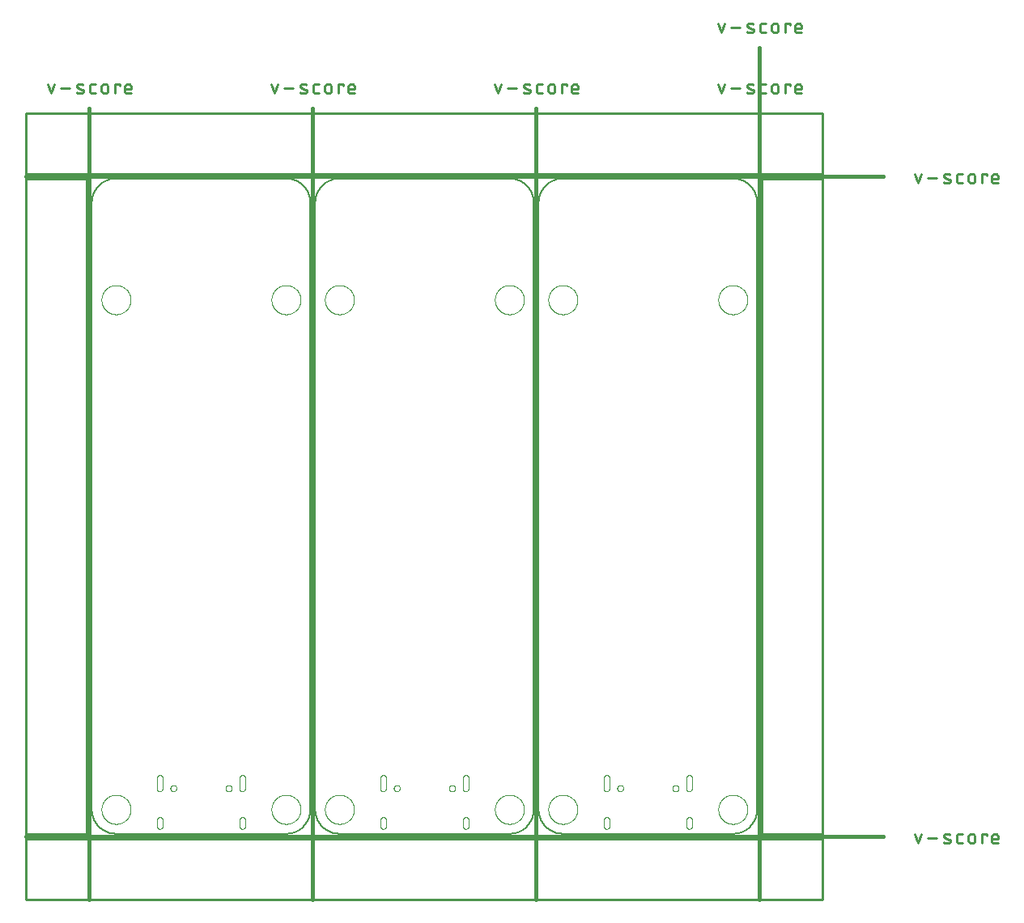
<source format=gko>
G04 EAGLE Gerber RS-274X export*
G75*
%MOMM*%
%FSLAX34Y34*%
%LPD*%
%IN*%
%IPPOS*%
%AMOC8*
5,1,8,0,0,1.08239X$1,22.5*%
G01*
%ADD10C,0.203200*%
%ADD11C,0.381000*%
%ADD12C,0.279400*%
%ADD13C,0.254000*%
%ADD14C,0.000000*%
%ADD15C,0.010000*%


D10*
X25400Y685800D02*
X24786Y685793D01*
X24173Y685770D01*
X23560Y685733D01*
X22949Y685681D01*
X22338Y685615D01*
X21730Y685533D01*
X21124Y685437D01*
X20520Y685327D01*
X19919Y685202D01*
X19321Y685062D01*
X18727Y684908D01*
X18137Y684739D01*
X17551Y684557D01*
X16970Y684360D01*
X16393Y684149D01*
X15822Y683925D01*
X15256Y683687D01*
X14696Y683435D01*
X14143Y683169D01*
X13596Y682891D01*
X13056Y682599D01*
X12523Y682294D01*
X11998Y681976D01*
X11480Y681646D01*
X10971Y681304D01*
X10470Y680949D01*
X9978Y680582D01*
X9495Y680204D01*
X9021Y679814D01*
X8557Y679412D01*
X8102Y679000D01*
X7658Y678576D01*
X7224Y678142D01*
X6800Y677698D01*
X6388Y677243D01*
X5986Y676779D01*
X5596Y676305D01*
X5218Y675822D01*
X4851Y675330D01*
X4496Y674829D01*
X4154Y674320D01*
X3824Y673802D01*
X3506Y673277D01*
X3201Y672744D01*
X2909Y672204D01*
X2631Y671657D01*
X2365Y671104D01*
X2113Y670544D01*
X1875Y669978D01*
X1651Y669407D01*
X1440Y668830D01*
X1243Y668249D01*
X1061Y667663D01*
X892Y667073D01*
X738Y666479D01*
X598Y665881D01*
X473Y665280D01*
X363Y664676D01*
X267Y664070D01*
X185Y663462D01*
X119Y662851D01*
X67Y662240D01*
X30Y661627D01*
X7Y661014D01*
X0Y660400D01*
X25400Y685800D02*
X203200Y685800D01*
X203814Y685793D01*
X204427Y685770D01*
X205040Y685733D01*
X205651Y685681D01*
X206262Y685615D01*
X206870Y685533D01*
X207476Y685437D01*
X208080Y685327D01*
X208681Y685202D01*
X209279Y685062D01*
X209873Y684908D01*
X210463Y684739D01*
X211049Y684557D01*
X211630Y684360D01*
X212207Y684149D01*
X212778Y683925D01*
X213344Y683687D01*
X213904Y683435D01*
X214457Y683169D01*
X215004Y682891D01*
X215544Y682599D01*
X216077Y682294D01*
X216602Y681976D01*
X217120Y681646D01*
X217629Y681304D01*
X218130Y680949D01*
X218622Y680582D01*
X219105Y680204D01*
X219579Y679814D01*
X220043Y679412D01*
X220498Y679000D01*
X220942Y678576D01*
X221376Y678142D01*
X221800Y677698D01*
X222212Y677243D01*
X222614Y676779D01*
X223004Y676305D01*
X223382Y675822D01*
X223749Y675330D01*
X224104Y674829D01*
X224446Y674320D01*
X224776Y673802D01*
X225094Y673277D01*
X225399Y672744D01*
X225691Y672204D01*
X225969Y671657D01*
X226235Y671104D01*
X226487Y670544D01*
X226725Y669978D01*
X226949Y669407D01*
X227160Y668830D01*
X227357Y668249D01*
X227539Y667663D01*
X227708Y667073D01*
X227862Y666479D01*
X228002Y665881D01*
X228127Y665280D01*
X228237Y664676D01*
X228333Y664070D01*
X228415Y663462D01*
X228481Y662851D01*
X228533Y662240D01*
X228570Y661627D01*
X228593Y661014D01*
X228600Y660400D01*
X228600Y25400D01*
X228593Y24786D01*
X228570Y24173D01*
X228533Y23560D01*
X228481Y22949D01*
X228415Y22338D01*
X228333Y21730D01*
X228237Y21124D01*
X228127Y20520D01*
X228002Y19919D01*
X227862Y19321D01*
X227708Y18727D01*
X227539Y18137D01*
X227357Y17551D01*
X227160Y16970D01*
X226949Y16393D01*
X226725Y15822D01*
X226487Y15256D01*
X226235Y14696D01*
X225969Y14143D01*
X225691Y13596D01*
X225399Y13056D01*
X225094Y12523D01*
X224776Y11998D01*
X224446Y11480D01*
X224104Y10971D01*
X223749Y10470D01*
X223382Y9978D01*
X223004Y9495D01*
X222614Y9021D01*
X222212Y8557D01*
X221800Y8102D01*
X221376Y7658D01*
X220942Y7224D01*
X220498Y6800D01*
X220043Y6388D01*
X219579Y5986D01*
X219105Y5596D01*
X218622Y5218D01*
X218130Y4851D01*
X217629Y4496D01*
X217120Y4154D01*
X216602Y3824D01*
X216077Y3506D01*
X215544Y3201D01*
X215004Y2909D01*
X214457Y2631D01*
X213904Y2365D01*
X213344Y2113D01*
X212778Y1875D01*
X212207Y1651D01*
X211630Y1440D01*
X211049Y1243D01*
X210463Y1061D01*
X209873Y892D01*
X209279Y738D01*
X208681Y598D01*
X208080Y473D01*
X207476Y363D01*
X206870Y267D01*
X206262Y185D01*
X205651Y119D01*
X205040Y67D01*
X204427Y30D01*
X203814Y7D01*
X203200Y0D01*
X25400Y0D01*
X24786Y7D01*
X24173Y30D01*
X23560Y67D01*
X22949Y119D01*
X22338Y185D01*
X21730Y267D01*
X21124Y363D01*
X20520Y473D01*
X19919Y598D01*
X19321Y738D01*
X18727Y892D01*
X18137Y1061D01*
X17551Y1243D01*
X16970Y1440D01*
X16393Y1651D01*
X15822Y1875D01*
X15256Y2113D01*
X14696Y2365D01*
X14143Y2631D01*
X13596Y2909D01*
X13056Y3201D01*
X12523Y3506D01*
X11998Y3824D01*
X11480Y4154D01*
X10971Y4496D01*
X10470Y4851D01*
X9978Y5218D01*
X9495Y5596D01*
X9021Y5986D01*
X8557Y6388D01*
X8102Y6800D01*
X7658Y7224D01*
X7224Y7658D01*
X6800Y8102D01*
X6388Y8557D01*
X5986Y9021D01*
X5596Y9495D01*
X5218Y9978D01*
X4851Y10470D01*
X4496Y10971D01*
X4154Y11480D01*
X3824Y11998D01*
X3506Y12523D01*
X3201Y13056D01*
X2909Y13596D01*
X2631Y14143D01*
X2365Y14696D01*
X2113Y15256D01*
X1875Y15822D01*
X1651Y16393D01*
X1440Y16970D01*
X1243Y17551D01*
X1061Y18137D01*
X892Y18727D01*
X738Y19321D01*
X598Y19919D01*
X473Y20520D01*
X363Y21124D01*
X267Y21730D01*
X185Y22338D01*
X119Y22949D01*
X67Y23560D01*
X30Y24173D01*
X7Y24786D01*
X0Y25400D01*
X0Y660400D01*
X233680Y660400D02*
X233687Y661014D01*
X233710Y661627D01*
X233747Y662240D01*
X233799Y662851D01*
X233865Y663462D01*
X233947Y664070D01*
X234043Y664676D01*
X234153Y665280D01*
X234278Y665881D01*
X234418Y666479D01*
X234572Y667073D01*
X234741Y667663D01*
X234923Y668249D01*
X235120Y668830D01*
X235331Y669407D01*
X235555Y669978D01*
X235793Y670544D01*
X236045Y671104D01*
X236311Y671657D01*
X236589Y672204D01*
X236881Y672744D01*
X237186Y673277D01*
X237504Y673802D01*
X237834Y674320D01*
X238176Y674829D01*
X238531Y675330D01*
X238898Y675822D01*
X239276Y676305D01*
X239666Y676779D01*
X240068Y677243D01*
X240480Y677698D01*
X240904Y678142D01*
X241338Y678576D01*
X241782Y679000D01*
X242237Y679412D01*
X242701Y679814D01*
X243175Y680204D01*
X243658Y680582D01*
X244150Y680949D01*
X244651Y681304D01*
X245160Y681646D01*
X245678Y681976D01*
X246203Y682294D01*
X246736Y682599D01*
X247276Y682891D01*
X247823Y683169D01*
X248376Y683435D01*
X248936Y683687D01*
X249502Y683925D01*
X250073Y684149D01*
X250650Y684360D01*
X251231Y684557D01*
X251817Y684739D01*
X252407Y684908D01*
X253001Y685062D01*
X253599Y685202D01*
X254200Y685327D01*
X254804Y685437D01*
X255410Y685533D01*
X256018Y685615D01*
X256629Y685681D01*
X257240Y685733D01*
X257853Y685770D01*
X258466Y685793D01*
X259080Y685800D01*
X436880Y685800D01*
X437494Y685793D01*
X438107Y685770D01*
X438720Y685733D01*
X439331Y685681D01*
X439942Y685615D01*
X440550Y685533D01*
X441156Y685437D01*
X441760Y685327D01*
X442361Y685202D01*
X442959Y685062D01*
X443553Y684908D01*
X444143Y684739D01*
X444729Y684557D01*
X445310Y684360D01*
X445887Y684149D01*
X446458Y683925D01*
X447024Y683687D01*
X447584Y683435D01*
X448137Y683169D01*
X448684Y682891D01*
X449224Y682599D01*
X449757Y682294D01*
X450282Y681976D01*
X450800Y681646D01*
X451309Y681304D01*
X451810Y680949D01*
X452302Y680582D01*
X452785Y680204D01*
X453259Y679814D01*
X453723Y679412D01*
X454178Y679000D01*
X454622Y678576D01*
X455056Y678142D01*
X455480Y677698D01*
X455892Y677243D01*
X456294Y676779D01*
X456684Y676305D01*
X457062Y675822D01*
X457429Y675330D01*
X457784Y674829D01*
X458126Y674320D01*
X458456Y673802D01*
X458774Y673277D01*
X459079Y672744D01*
X459371Y672204D01*
X459649Y671657D01*
X459915Y671104D01*
X460167Y670544D01*
X460405Y669978D01*
X460629Y669407D01*
X460840Y668830D01*
X461037Y668249D01*
X461219Y667663D01*
X461388Y667073D01*
X461542Y666479D01*
X461682Y665881D01*
X461807Y665280D01*
X461917Y664676D01*
X462013Y664070D01*
X462095Y663462D01*
X462161Y662851D01*
X462213Y662240D01*
X462250Y661627D01*
X462273Y661014D01*
X462280Y660400D01*
X462280Y25400D01*
X462273Y24786D01*
X462250Y24173D01*
X462213Y23560D01*
X462161Y22949D01*
X462095Y22338D01*
X462013Y21730D01*
X461917Y21124D01*
X461807Y20520D01*
X461682Y19919D01*
X461542Y19321D01*
X461388Y18727D01*
X461219Y18137D01*
X461037Y17551D01*
X460840Y16970D01*
X460629Y16393D01*
X460405Y15822D01*
X460167Y15256D01*
X459915Y14696D01*
X459649Y14143D01*
X459371Y13596D01*
X459079Y13056D01*
X458774Y12523D01*
X458456Y11998D01*
X458126Y11480D01*
X457784Y10971D01*
X457429Y10470D01*
X457062Y9978D01*
X456684Y9495D01*
X456294Y9021D01*
X455892Y8557D01*
X455480Y8102D01*
X455056Y7658D01*
X454622Y7224D01*
X454178Y6800D01*
X453723Y6388D01*
X453259Y5986D01*
X452785Y5596D01*
X452302Y5218D01*
X451810Y4851D01*
X451309Y4496D01*
X450800Y4154D01*
X450282Y3824D01*
X449757Y3506D01*
X449224Y3201D01*
X448684Y2909D01*
X448137Y2631D01*
X447584Y2365D01*
X447024Y2113D01*
X446458Y1875D01*
X445887Y1651D01*
X445310Y1440D01*
X444729Y1243D01*
X444143Y1061D01*
X443553Y892D01*
X442959Y738D01*
X442361Y598D01*
X441760Y473D01*
X441156Y363D01*
X440550Y267D01*
X439942Y185D01*
X439331Y119D01*
X438720Y67D01*
X438107Y30D01*
X437494Y7D01*
X436880Y0D01*
X259080Y0D01*
X258466Y7D01*
X257853Y30D01*
X257240Y67D01*
X256629Y119D01*
X256018Y185D01*
X255410Y267D01*
X254804Y363D01*
X254200Y473D01*
X253599Y598D01*
X253001Y738D01*
X252407Y892D01*
X251817Y1061D01*
X251231Y1243D01*
X250650Y1440D01*
X250073Y1651D01*
X249502Y1875D01*
X248936Y2113D01*
X248376Y2365D01*
X247823Y2631D01*
X247276Y2909D01*
X246736Y3201D01*
X246203Y3506D01*
X245678Y3824D01*
X245160Y4154D01*
X244651Y4496D01*
X244150Y4851D01*
X243658Y5218D01*
X243175Y5596D01*
X242701Y5986D01*
X242237Y6388D01*
X241782Y6800D01*
X241338Y7224D01*
X240904Y7658D01*
X240480Y8102D01*
X240068Y8557D01*
X239666Y9021D01*
X239276Y9495D01*
X238898Y9978D01*
X238531Y10470D01*
X238176Y10971D01*
X237834Y11480D01*
X237504Y11998D01*
X237186Y12523D01*
X236881Y13056D01*
X236589Y13596D01*
X236311Y14143D01*
X236045Y14696D01*
X235793Y15256D01*
X235555Y15822D01*
X235331Y16393D01*
X235120Y16970D01*
X234923Y17551D01*
X234741Y18137D01*
X234572Y18727D01*
X234418Y19321D01*
X234278Y19919D01*
X234153Y20520D01*
X234043Y21124D01*
X233947Y21730D01*
X233865Y22338D01*
X233799Y22949D01*
X233747Y23560D01*
X233710Y24173D01*
X233687Y24786D01*
X233680Y25400D01*
X233680Y660400D01*
X467360Y660400D02*
X467367Y661014D01*
X467390Y661627D01*
X467427Y662240D01*
X467479Y662851D01*
X467545Y663462D01*
X467627Y664070D01*
X467723Y664676D01*
X467833Y665280D01*
X467958Y665881D01*
X468098Y666479D01*
X468252Y667073D01*
X468421Y667663D01*
X468603Y668249D01*
X468800Y668830D01*
X469011Y669407D01*
X469235Y669978D01*
X469473Y670544D01*
X469725Y671104D01*
X469991Y671657D01*
X470269Y672204D01*
X470561Y672744D01*
X470866Y673277D01*
X471184Y673802D01*
X471514Y674320D01*
X471856Y674829D01*
X472211Y675330D01*
X472578Y675822D01*
X472956Y676305D01*
X473346Y676779D01*
X473748Y677243D01*
X474160Y677698D01*
X474584Y678142D01*
X475018Y678576D01*
X475462Y679000D01*
X475917Y679412D01*
X476381Y679814D01*
X476855Y680204D01*
X477338Y680582D01*
X477830Y680949D01*
X478331Y681304D01*
X478840Y681646D01*
X479358Y681976D01*
X479883Y682294D01*
X480416Y682599D01*
X480956Y682891D01*
X481503Y683169D01*
X482056Y683435D01*
X482616Y683687D01*
X483182Y683925D01*
X483753Y684149D01*
X484330Y684360D01*
X484911Y684557D01*
X485497Y684739D01*
X486087Y684908D01*
X486681Y685062D01*
X487279Y685202D01*
X487880Y685327D01*
X488484Y685437D01*
X489090Y685533D01*
X489698Y685615D01*
X490309Y685681D01*
X490920Y685733D01*
X491533Y685770D01*
X492146Y685793D01*
X492760Y685800D01*
X670560Y685800D01*
X671174Y685793D01*
X671787Y685770D01*
X672400Y685733D01*
X673011Y685681D01*
X673622Y685615D01*
X674230Y685533D01*
X674836Y685437D01*
X675440Y685327D01*
X676041Y685202D01*
X676639Y685062D01*
X677233Y684908D01*
X677823Y684739D01*
X678409Y684557D01*
X678990Y684360D01*
X679567Y684149D01*
X680138Y683925D01*
X680704Y683687D01*
X681264Y683435D01*
X681817Y683169D01*
X682364Y682891D01*
X682904Y682599D01*
X683437Y682294D01*
X683962Y681976D01*
X684480Y681646D01*
X684989Y681304D01*
X685490Y680949D01*
X685982Y680582D01*
X686465Y680204D01*
X686939Y679814D01*
X687403Y679412D01*
X687858Y679000D01*
X688302Y678576D01*
X688736Y678142D01*
X689160Y677698D01*
X689572Y677243D01*
X689974Y676779D01*
X690364Y676305D01*
X690742Y675822D01*
X691109Y675330D01*
X691464Y674829D01*
X691806Y674320D01*
X692136Y673802D01*
X692454Y673277D01*
X692759Y672744D01*
X693051Y672204D01*
X693329Y671657D01*
X693595Y671104D01*
X693847Y670544D01*
X694085Y669978D01*
X694309Y669407D01*
X694520Y668830D01*
X694717Y668249D01*
X694899Y667663D01*
X695068Y667073D01*
X695222Y666479D01*
X695362Y665881D01*
X695487Y665280D01*
X695597Y664676D01*
X695693Y664070D01*
X695775Y663462D01*
X695841Y662851D01*
X695893Y662240D01*
X695930Y661627D01*
X695953Y661014D01*
X695960Y660400D01*
X695960Y25400D01*
X695953Y24786D01*
X695930Y24173D01*
X695893Y23560D01*
X695841Y22949D01*
X695775Y22338D01*
X695693Y21730D01*
X695597Y21124D01*
X695487Y20520D01*
X695362Y19919D01*
X695222Y19321D01*
X695068Y18727D01*
X694899Y18137D01*
X694717Y17551D01*
X694520Y16970D01*
X694309Y16393D01*
X694085Y15822D01*
X693847Y15256D01*
X693595Y14696D01*
X693329Y14143D01*
X693051Y13596D01*
X692759Y13056D01*
X692454Y12523D01*
X692136Y11998D01*
X691806Y11480D01*
X691464Y10971D01*
X691109Y10470D01*
X690742Y9978D01*
X690364Y9495D01*
X689974Y9021D01*
X689572Y8557D01*
X689160Y8102D01*
X688736Y7658D01*
X688302Y7224D01*
X687858Y6800D01*
X687403Y6388D01*
X686939Y5986D01*
X686465Y5596D01*
X685982Y5218D01*
X685490Y4851D01*
X684989Y4496D01*
X684480Y4154D01*
X683962Y3824D01*
X683437Y3506D01*
X682904Y3201D01*
X682364Y2909D01*
X681817Y2631D01*
X681264Y2365D01*
X680704Y2113D01*
X680138Y1875D01*
X679567Y1651D01*
X678990Y1440D01*
X678409Y1243D01*
X677823Y1061D01*
X677233Y892D01*
X676639Y738D01*
X676041Y598D01*
X675440Y473D01*
X674836Y363D01*
X674230Y267D01*
X673622Y185D01*
X673011Y119D01*
X672400Y67D01*
X671787Y30D01*
X671174Y7D01*
X670560Y0D01*
X492760Y0D01*
X492146Y7D01*
X491533Y30D01*
X490920Y67D01*
X490309Y119D01*
X489698Y185D01*
X489090Y267D01*
X488484Y363D01*
X487880Y473D01*
X487279Y598D01*
X486681Y738D01*
X486087Y892D01*
X485497Y1061D01*
X484911Y1243D01*
X484330Y1440D01*
X483753Y1651D01*
X483182Y1875D01*
X482616Y2113D01*
X482056Y2365D01*
X481503Y2631D01*
X480956Y2909D01*
X480416Y3201D01*
X479883Y3506D01*
X479358Y3824D01*
X478840Y4154D01*
X478331Y4496D01*
X477830Y4851D01*
X477338Y5218D01*
X476855Y5596D01*
X476381Y5986D01*
X475917Y6388D01*
X475462Y6800D01*
X475018Y7224D01*
X474584Y7658D01*
X474160Y8102D01*
X473748Y8557D01*
X473346Y9021D01*
X472956Y9495D01*
X472578Y9978D01*
X472211Y10470D01*
X471856Y10971D01*
X471514Y11480D01*
X471184Y11998D01*
X470866Y12523D01*
X470561Y13056D01*
X470269Y13596D01*
X469991Y14143D01*
X469725Y14696D01*
X469473Y15256D01*
X469235Y15822D01*
X469011Y16393D01*
X468800Y16970D01*
X468603Y17551D01*
X468421Y18137D01*
X468252Y18727D01*
X468098Y19321D01*
X467958Y19919D01*
X467833Y20520D01*
X467723Y21124D01*
X467627Y21730D01*
X467545Y22338D01*
X467479Y22949D01*
X467427Y23560D01*
X467390Y24173D01*
X467367Y24786D01*
X467360Y25400D01*
X467360Y660400D01*
D11*
X-2540Y759460D02*
X-2540Y-68580D01*
D12*
X-42921Y774827D02*
X-46251Y784818D01*
X-39590Y784818D02*
X-42921Y774827D01*
X-32806Y780655D02*
X-22815Y780655D01*
X-14261Y780655D02*
X-10098Y778990D01*
X-14261Y780654D02*
X-14346Y780690D01*
X-14429Y780730D01*
X-14510Y780773D01*
X-14590Y780820D01*
X-14667Y780870D01*
X-14743Y780923D01*
X-14816Y780979D01*
X-14886Y781039D01*
X-14954Y781101D01*
X-15019Y781166D01*
X-15081Y781234D01*
X-15141Y781305D01*
X-15197Y781378D01*
X-15250Y781453D01*
X-15300Y781531D01*
X-15346Y781610D01*
X-15389Y781692D01*
X-15429Y781775D01*
X-15465Y781860D01*
X-15497Y781946D01*
X-15526Y782034D01*
X-15550Y782123D01*
X-15571Y782213D01*
X-15588Y782303D01*
X-15602Y782394D01*
X-15611Y782486D01*
X-15616Y782578D01*
X-15618Y782670D01*
X-15616Y782762D01*
X-15609Y782854D01*
X-15599Y782946D01*
X-15585Y783037D01*
X-15567Y783128D01*
X-15545Y783217D01*
X-15519Y783306D01*
X-15489Y783393D01*
X-15456Y783479D01*
X-15419Y783563D01*
X-15379Y783646D01*
X-15335Y783727D01*
X-15288Y783806D01*
X-15237Y783883D01*
X-15183Y783958D01*
X-15126Y784031D01*
X-15066Y784101D01*
X-15003Y784168D01*
X-14937Y784232D01*
X-14869Y784294D01*
X-14798Y784353D01*
X-14724Y784408D01*
X-14648Y784461D01*
X-14570Y784510D01*
X-14490Y784556D01*
X-14409Y784598D01*
X-14325Y784637D01*
X-14240Y784672D01*
X-14153Y784703D01*
X-14065Y784731D01*
X-13976Y784755D01*
X-13886Y784775D01*
X-13796Y784792D01*
X-13704Y784804D01*
X-13612Y784813D01*
X-13520Y784817D01*
X-13428Y784818D01*
X-13201Y784812D01*
X-12974Y784801D01*
X-12747Y784784D01*
X-12521Y784761D01*
X-12295Y784734D01*
X-12070Y784700D01*
X-11846Y784662D01*
X-11623Y784618D01*
X-11401Y784569D01*
X-11180Y784514D01*
X-10961Y784454D01*
X-10743Y784389D01*
X-10527Y784318D01*
X-10313Y784243D01*
X-10100Y784162D01*
X-9890Y784076D01*
X-9681Y783985D01*
X-10098Y778990D02*
X-10013Y778954D01*
X-9930Y778914D01*
X-9849Y778871D01*
X-9769Y778824D01*
X-9692Y778774D01*
X-9616Y778721D01*
X-9543Y778665D01*
X-9473Y778605D01*
X-9405Y778543D01*
X-9340Y778478D01*
X-9278Y778410D01*
X-9218Y778339D01*
X-9162Y778266D01*
X-9109Y778191D01*
X-9059Y778113D01*
X-9013Y778034D01*
X-8970Y777952D01*
X-8930Y777869D01*
X-8894Y777784D01*
X-8862Y777698D01*
X-8833Y777610D01*
X-8809Y777521D01*
X-8788Y777431D01*
X-8771Y777341D01*
X-8757Y777250D01*
X-8748Y777158D01*
X-8743Y777066D01*
X-8741Y776974D01*
X-8743Y776882D01*
X-8750Y776790D01*
X-8760Y776698D01*
X-8774Y776607D01*
X-8792Y776516D01*
X-8814Y776427D01*
X-8840Y776338D01*
X-8870Y776251D01*
X-8903Y776165D01*
X-8940Y776081D01*
X-8980Y775998D01*
X-9024Y775917D01*
X-9071Y775838D01*
X-9122Y775761D01*
X-9176Y775686D01*
X-9233Y775613D01*
X-9293Y775543D01*
X-9356Y775476D01*
X-9422Y775412D01*
X-9490Y775350D01*
X-9561Y775291D01*
X-9635Y775236D01*
X-9711Y775183D01*
X-9789Y775134D01*
X-9869Y775088D01*
X-9950Y775046D01*
X-10034Y775007D01*
X-10119Y774972D01*
X-10206Y774941D01*
X-10294Y774913D01*
X-10383Y774889D01*
X-10473Y774869D01*
X-10563Y774852D01*
X-10655Y774840D01*
X-10747Y774831D01*
X-10839Y774827D01*
X-10931Y774826D01*
X-10931Y774827D02*
X-11265Y774836D01*
X-11598Y774853D01*
X-11931Y774877D01*
X-12264Y774910D01*
X-12595Y774950D01*
X-12926Y774998D01*
X-13255Y775054D01*
X-13583Y775117D01*
X-13909Y775189D01*
X-14233Y775268D01*
X-14556Y775354D01*
X-14876Y775449D01*
X-15194Y775551D01*
X-15510Y775660D01*
X562Y774827D02*
X3892Y774827D01*
X562Y774827D02*
X464Y774829D01*
X366Y774835D01*
X268Y774844D01*
X171Y774858D01*
X75Y774875D01*
X-21Y774896D01*
X-116Y774921D01*
X-210Y774949D01*
X-303Y774981D01*
X-394Y775017D01*
X-484Y775056D01*
X-572Y775099D01*
X-659Y775146D01*
X-743Y775195D01*
X-826Y775248D01*
X-906Y775304D01*
X-985Y775363D01*
X-1060Y775426D01*
X-1134Y775491D01*
X-1204Y775559D01*
X-1272Y775629D01*
X-1338Y775703D01*
X-1400Y775779D01*
X-1459Y775857D01*
X-1515Y775937D01*
X-1568Y776020D01*
X-1618Y776104D01*
X-1664Y776191D01*
X-1707Y776279D01*
X-1746Y776369D01*
X-1782Y776460D01*
X-1814Y776553D01*
X-1842Y776647D01*
X-1867Y776742D01*
X-1888Y776838D01*
X-1905Y776934D01*
X-1919Y777031D01*
X-1928Y777129D01*
X-1934Y777227D01*
X-1936Y777325D01*
X-1936Y782320D01*
X-1934Y782418D01*
X-1928Y782516D01*
X-1919Y782614D01*
X-1905Y782711D01*
X-1888Y782807D01*
X-1867Y782903D01*
X-1842Y782998D01*
X-1814Y783092D01*
X-1782Y783185D01*
X-1746Y783276D01*
X-1707Y783366D01*
X-1664Y783454D01*
X-1617Y783541D01*
X-1568Y783625D01*
X-1515Y783708D01*
X-1459Y783788D01*
X-1400Y783866D01*
X-1337Y783942D01*
X-1272Y784016D01*
X-1204Y784086D01*
X-1134Y784154D01*
X-1060Y784219D01*
X-984Y784282D01*
X-906Y784341D01*
X-826Y784397D01*
X-743Y784450D01*
X-659Y784499D01*
X-572Y784546D01*
X-484Y784589D01*
X-394Y784628D01*
X-303Y784664D01*
X-210Y784696D01*
X-116Y784724D01*
X-21Y784749D01*
X75Y784770D01*
X171Y784787D01*
X268Y784801D01*
X366Y784810D01*
X464Y784816D01*
X562Y784818D01*
X3892Y784818D01*
X10022Y781487D02*
X10022Y778157D01*
X10022Y781487D02*
X10024Y781601D01*
X10030Y781714D01*
X10039Y781828D01*
X10053Y781940D01*
X10070Y782053D01*
X10092Y782165D01*
X10117Y782275D01*
X10145Y782385D01*
X10178Y782494D01*
X10214Y782602D01*
X10254Y782709D01*
X10298Y782814D01*
X10345Y782917D01*
X10395Y783019D01*
X10449Y783119D01*
X10507Y783217D01*
X10568Y783313D01*
X10631Y783407D01*
X10699Y783499D01*
X10769Y783589D01*
X10842Y783675D01*
X10918Y783760D01*
X10997Y783842D01*
X11079Y783921D01*
X11164Y783997D01*
X11250Y784070D01*
X11340Y784140D01*
X11432Y784208D01*
X11526Y784271D01*
X11622Y784332D01*
X11720Y784390D01*
X11820Y784444D01*
X11922Y784494D01*
X12025Y784541D01*
X12130Y784585D01*
X12237Y784625D01*
X12345Y784661D01*
X12454Y784694D01*
X12564Y784722D01*
X12674Y784747D01*
X12786Y784769D01*
X12899Y784786D01*
X13011Y784800D01*
X13125Y784809D01*
X13238Y784815D01*
X13352Y784817D01*
X13466Y784815D01*
X13579Y784809D01*
X13693Y784800D01*
X13805Y784786D01*
X13918Y784769D01*
X14030Y784747D01*
X14140Y784722D01*
X14250Y784694D01*
X14359Y784661D01*
X14467Y784625D01*
X14574Y784585D01*
X14679Y784541D01*
X14782Y784494D01*
X14884Y784444D01*
X14984Y784390D01*
X15082Y784332D01*
X15178Y784271D01*
X15272Y784208D01*
X15364Y784140D01*
X15454Y784070D01*
X15540Y783997D01*
X15625Y783921D01*
X15707Y783842D01*
X15786Y783760D01*
X15862Y783675D01*
X15935Y783589D01*
X16005Y783499D01*
X16073Y783407D01*
X16136Y783313D01*
X16197Y783217D01*
X16255Y783119D01*
X16309Y783019D01*
X16359Y782917D01*
X16406Y782814D01*
X16450Y782709D01*
X16490Y782602D01*
X16526Y782494D01*
X16559Y782385D01*
X16587Y782275D01*
X16612Y782165D01*
X16634Y782053D01*
X16651Y781940D01*
X16665Y781828D01*
X16674Y781714D01*
X16680Y781601D01*
X16682Y781487D01*
X16682Y778157D01*
X16680Y778043D01*
X16674Y777930D01*
X16665Y777816D01*
X16651Y777704D01*
X16634Y777591D01*
X16612Y777479D01*
X16587Y777369D01*
X16559Y777259D01*
X16526Y777150D01*
X16490Y777042D01*
X16450Y776935D01*
X16406Y776830D01*
X16359Y776727D01*
X16309Y776625D01*
X16255Y776525D01*
X16197Y776427D01*
X16136Y776331D01*
X16073Y776237D01*
X16005Y776145D01*
X15935Y776055D01*
X15862Y775969D01*
X15786Y775884D01*
X15707Y775802D01*
X15625Y775723D01*
X15540Y775647D01*
X15454Y775574D01*
X15364Y775504D01*
X15272Y775436D01*
X15178Y775373D01*
X15082Y775312D01*
X14984Y775254D01*
X14884Y775200D01*
X14782Y775150D01*
X14679Y775103D01*
X14574Y775059D01*
X14467Y775019D01*
X14359Y774983D01*
X14250Y774950D01*
X14140Y774922D01*
X14030Y774897D01*
X13918Y774875D01*
X13805Y774858D01*
X13693Y774844D01*
X13579Y774835D01*
X13466Y774829D01*
X13352Y774827D01*
X13238Y774829D01*
X13125Y774835D01*
X13011Y774844D01*
X12899Y774858D01*
X12786Y774875D01*
X12674Y774897D01*
X12564Y774922D01*
X12454Y774950D01*
X12345Y774983D01*
X12237Y775019D01*
X12130Y775059D01*
X12025Y775103D01*
X11922Y775150D01*
X11820Y775200D01*
X11720Y775254D01*
X11622Y775312D01*
X11526Y775373D01*
X11432Y775436D01*
X11340Y775504D01*
X11250Y775574D01*
X11164Y775647D01*
X11079Y775723D01*
X10997Y775802D01*
X10918Y775884D01*
X10842Y775969D01*
X10769Y776055D01*
X10699Y776145D01*
X10631Y776237D01*
X10568Y776331D01*
X10507Y776427D01*
X10449Y776525D01*
X10395Y776625D01*
X10345Y776727D01*
X10298Y776830D01*
X10254Y776935D01*
X10214Y777042D01*
X10178Y777150D01*
X10145Y777259D01*
X10117Y777369D01*
X10092Y777479D01*
X10070Y777591D01*
X10053Y777704D01*
X10039Y777816D01*
X10030Y777930D01*
X10024Y778043D01*
X10022Y778157D01*
X24218Y774827D02*
X24218Y784818D01*
X29213Y784818D01*
X29213Y783153D01*
X37008Y774827D02*
X41171Y774827D01*
X37008Y774827D02*
X36910Y774829D01*
X36812Y774835D01*
X36714Y774844D01*
X36617Y774858D01*
X36521Y774875D01*
X36425Y774896D01*
X36330Y774921D01*
X36236Y774949D01*
X36143Y774981D01*
X36052Y775017D01*
X35962Y775056D01*
X35874Y775099D01*
X35787Y775146D01*
X35703Y775195D01*
X35620Y775248D01*
X35540Y775304D01*
X35462Y775363D01*
X35386Y775426D01*
X35312Y775491D01*
X35242Y775559D01*
X35174Y775629D01*
X35109Y775703D01*
X35046Y775779D01*
X34987Y775857D01*
X34931Y775937D01*
X34878Y776020D01*
X34829Y776104D01*
X34782Y776191D01*
X34739Y776279D01*
X34700Y776369D01*
X34664Y776460D01*
X34632Y776553D01*
X34604Y776647D01*
X34579Y776742D01*
X34558Y776838D01*
X34541Y776934D01*
X34527Y777031D01*
X34518Y777129D01*
X34512Y777227D01*
X34510Y777325D01*
X34510Y781487D01*
X34511Y781487D02*
X34513Y781601D01*
X34519Y781714D01*
X34528Y781828D01*
X34542Y781940D01*
X34559Y782053D01*
X34581Y782165D01*
X34606Y782275D01*
X34634Y782385D01*
X34667Y782494D01*
X34703Y782602D01*
X34743Y782709D01*
X34787Y782814D01*
X34834Y782917D01*
X34884Y783019D01*
X34938Y783119D01*
X34996Y783217D01*
X35057Y783313D01*
X35120Y783407D01*
X35188Y783499D01*
X35258Y783589D01*
X35331Y783675D01*
X35407Y783760D01*
X35486Y783842D01*
X35568Y783921D01*
X35653Y783997D01*
X35739Y784070D01*
X35829Y784140D01*
X35921Y784208D01*
X36015Y784271D01*
X36111Y784332D01*
X36209Y784390D01*
X36309Y784444D01*
X36411Y784494D01*
X36514Y784541D01*
X36619Y784585D01*
X36726Y784625D01*
X36834Y784661D01*
X36943Y784694D01*
X37053Y784722D01*
X37163Y784747D01*
X37275Y784769D01*
X37388Y784786D01*
X37500Y784800D01*
X37614Y784809D01*
X37727Y784815D01*
X37841Y784817D01*
X37955Y784815D01*
X38068Y784809D01*
X38182Y784800D01*
X38294Y784786D01*
X38407Y784769D01*
X38519Y784747D01*
X38629Y784722D01*
X38739Y784694D01*
X38848Y784661D01*
X38956Y784625D01*
X39063Y784585D01*
X39168Y784541D01*
X39271Y784494D01*
X39373Y784444D01*
X39473Y784390D01*
X39571Y784332D01*
X39667Y784271D01*
X39761Y784208D01*
X39853Y784140D01*
X39943Y784070D01*
X40029Y783997D01*
X40114Y783921D01*
X40196Y783842D01*
X40275Y783760D01*
X40351Y783675D01*
X40424Y783589D01*
X40494Y783499D01*
X40562Y783407D01*
X40625Y783313D01*
X40686Y783217D01*
X40744Y783119D01*
X40798Y783019D01*
X40848Y782917D01*
X40895Y782814D01*
X40939Y782709D01*
X40979Y782602D01*
X41015Y782494D01*
X41048Y782385D01*
X41076Y782275D01*
X41101Y782165D01*
X41123Y782053D01*
X41140Y781940D01*
X41154Y781828D01*
X41163Y781714D01*
X41169Y781601D01*
X41171Y781487D01*
X41171Y779822D01*
X34510Y779822D01*
D11*
X231140Y759460D02*
X231140Y-68580D01*
D12*
X190759Y774827D02*
X187429Y784818D01*
X194090Y784818D02*
X190759Y774827D01*
X200874Y780655D02*
X210865Y780655D01*
X219419Y780655D02*
X223582Y778990D01*
X219419Y780654D02*
X219334Y780690D01*
X219251Y780730D01*
X219170Y780773D01*
X219090Y780820D01*
X219013Y780870D01*
X218937Y780923D01*
X218864Y780979D01*
X218794Y781039D01*
X218726Y781101D01*
X218661Y781166D01*
X218599Y781234D01*
X218539Y781305D01*
X218483Y781378D01*
X218430Y781453D01*
X218380Y781531D01*
X218334Y781610D01*
X218291Y781692D01*
X218251Y781775D01*
X218215Y781860D01*
X218183Y781946D01*
X218154Y782034D01*
X218130Y782123D01*
X218109Y782213D01*
X218092Y782303D01*
X218078Y782394D01*
X218069Y782486D01*
X218064Y782578D01*
X218062Y782670D01*
X218064Y782762D01*
X218071Y782854D01*
X218081Y782946D01*
X218095Y783037D01*
X218113Y783128D01*
X218135Y783217D01*
X218161Y783306D01*
X218191Y783393D01*
X218224Y783479D01*
X218261Y783563D01*
X218301Y783646D01*
X218345Y783727D01*
X218392Y783806D01*
X218443Y783883D01*
X218497Y783958D01*
X218554Y784031D01*
X218614Y784101D01*
X218677Y784168D01*
X218743Y784232D01*
X218811Y784294D01*
X218882Y784353D01*
X218956Y784408D01*
X219032Y784461D01*
X219110Y784510D01*
X219190Y784556D01*
X219271Y784598D01*
X219355Y784637D01*
X219440Y784672D01*
X219527Y784703D01*
X219615Y784731D01*
X219704Y784755D01*
X219794Y784775D01*
X219884Y784792D01*
X219976Y784804D01*
X220068Y784813D01*
X220160Y784817D01*
X220252Y784818D01*
X220479Y784812D01*
X220706Y784801D01*
X220933Y784784D01*
X221159Y784761D01*
X221385Y784734D01*
X221610Y784700D01*
X221834Y784662D01*
X222057Y784618D01*
X222279Y784569D01*
X222500Y784514D01*
X222719Y784454D01*
X222937Y784389D01*
X223153Y784318D01*
X223367Y784243D01*
X223580Y784162D01*
X223790Y784076D01*
X223999Y783985D01*
X223582Y778990D02*
X223667Y778954D01*
X223750Y778914D01*
X223831Y778871D01*
X223911Y778824D01*
X223988Y778774D01*
X224064Y778721D01*
X224137Y778665D01*
X224207Y778605D01*
X224275Y778543D01*
X224340Y778478D01*
X224402Y778410D01*
X224462Y778339D01*
X224518Y778266D01*
X224571Y778191D01*
X224621Y778113D01*
X224667Y778034D01*
X224710Y777952D01*
X224750Y777869D01*
X224786Y777784D01*
X224818Y777698D01*
X224847Y777610D01*
X224871Y777521D01*
X224892Y777431D01*
X224909Y777341D01*
X224923Y777250D01*
X224932Y777158D01*
X224937Y777066D01*
X224939Y776974D01*
X224937Y776882D01*
X224930Y776790D01*
X224920Y776698D01*
X224906Y776607D01*
X224888Y776516D01*
X224866Y776427D01*
X224840Y776338D01*
X224810Y776251D01*
X224777Y776165D01*
X224740Y776081D01*
X224700Y775998D01*
X224656Y775917D01*
X224609Y775838D01*
X224558Y775761D01*
X224504Y775686D01*
X224447Y775613D01*
X224387Y775543D01*
X224324Y775476D01*
X224258Y775412D01*
X224190Y775350D01*
X224119Y775291D01*
X224045Y775236D01*
X223969Y775183D01*
X223891Y775134D01*
X223811Y775088D01*
X223730Y775046D01*
X223646Y775007D01*
X223561Y774972D01*
X223474Y774941D01*
X223386Y774913D01*
X223297Y774889D01*
X223207Y774869D01*
X223117Y774852D01*
X223025Y774840D01*
X222933Y774831D01*
X222841Y774827D01*
X222749Y774826D01*
X222749Y774827D02*
X222415Y774836D01*
X222082Y774853D01*
X221749Y774877D01*
X221416Y774910D01*
X221085Y774950D01*
X220754Y774998D01*
X220425Y775054D01*
X220097Y775117D01*
X219771Y775189D01*
X219447Y775268D01*
X219124Y775354D01*
X218804Y775449D01*
X218486Y775551D01*
X218170Y775660D01*
X234242Y774827D02*
X237572Y774827D01*
X234242Y774827D02*
X234144Y774829D01*
X234046Y774835D01*
X233948Y774844D01*
X233851Y774858D01*
X233755Y774875D01*
X233659Y774896D01*
X233564Y774921D01*
X233470Y774949D01*
X233377Y774981D01*
X233286Y775017D01*
X233196Y775056D01*
X233108Y775099D01*
X233021Y775146D01*
X232937Y775195D01*
X232854Y775248D01*
X232774Y775304D01*
X232696Y775363D01*
X232620Y775426D01*
X232546Y775491D01*
X232476Y775559D01*
X232408Y775629D01*
X232343Y775703D01*
X232280Y775779D01*
X232221Y775857D01*
X232165Y775937D01*
X232112Y776020D01*
X232063Y776104D01*
X232016Y776191D01*
X231973Y776279D01*
X231934Y776369D01*
X231898Y776460D01*
X231866Y776553D01*
X231838Y776647D01*
X231813Y776742D01*
X231792Y776838D01*
X231775Y776934D01*
X231761Y777031D01*
X231752Y777129D01*
X231746Y777227D01*
X231744Y777325D01*
X231744Y782320D01*
X231746Y782418D01*
X231752Y782516D01*
X231761Y782614D01*
X231775Y782711D01*
X231792Y782807D01*
X231813Y782903D01*
X231838Y782998D01*
X231866Y783092D01*
X231898Y783185D01*
X231934Y783276D01*
X231973Y783366D01*
X232016Y783454D01*
X232063Y783541D01*
X232112Y783625D01*
X232165Y783708D01*
X232221Y783788D01*
X232280Y783867D01*
X232343Y783942D01*
X232408Y784016D01*
X232476Y784086D01*
X232546Y784154D01*
X232620Y784220D01*
X232696Y784282D01*
X232774Y784341D01*
X232854Y784397D01*
X232937Y784450D01*
X233021Y784500D01*
X233108Y784546D01*
X233196Y784589D01*
X233286Y784628D01*
X233377Y784664D01*
X233470Y784696D01*
X233564Y784724D01*
X233659Y784749D01*
X233755Y784770D01*
X233851Y784787D01*
X233948Y784801D01*
X234046Y784810D01*
X234144Y784816D01*
X234242Y784818D01*
X237572Y784818D01*
X243702Y781487D02*
X243702Y778157D01*
X243702Y781487D02*
X243704Y781601D01*
X243710Y781714D01*
X243719Y781828D01*
X243733Y781940D01*
X243750Y782053D01*
X243772Y782165D01*
X243797Y782275D01*
X243825Y782385D01*
X243858Y782494D01*
X243894Y782602D01*
X243934Y782709D01*
X243978Y782814D01*
X244025Y782917D01*
X244075Y783019D01*
X244129Y783119D01*
X244187Y783217D01*
X244248Y783313D01*
X244311Y783407D01*
X244379Y783499D01*
X244449Y783589D01*
X244522Y783675D01*
X244598Y783760D01*
X244677Y783842D01*
X244759Y783921D01*
X244844Y783997D01*
X244930Y784070D01*
X245020Y784140D01*
X245112Y784208D01*
X245206Y784271D01*
X245302Y784332D01*
X245400Y784390D01*
X245500Y784444D01*
X245602Y784494D01*
X245705Y784541D01*
X245810Y784585D01*
X245917Y784625D01*
X246025Y784661D01*
X246134Y784694D01*
X246244Y784722D01*
X246354Y784747D01*
X246466Y784769D01*
X246579Y784786D01*
X246691Y784800D01*
X246805Y784809D01*
X246918Y784815D01*
X247032Y784817D01*
X247146Y784815D01*
X247259Y784809D01*
X247373Y784800D01*
X247485Y784786D01*
X247598Y784769D01*
X247710Y784747D01*
X247820Y784722D01*
X247930Y784694D01*
X248039Y784661D01*
X248147Y784625D01*
X248254Y784585D01*
X248359Y784541D01*
X248462Y784494D01*
X248564Y784444D01*
X248664Y784390D01*
X248762Y784332D01*
X248858Y784271D01*
X248952Y784208D01*
X249044Y784140D01*
X249134Y784070D01*
X249220Y783997D01*
X249305Y783921D01*
X249387Y783842D01*
X249466Y783760D01*
X249542Y783675D01*
X249615Y783589D01*
X249685Y783499D01*
X249753Y783407D01*
X249816Y783313D01*
X249877Y783217D01*
X249935Y783119D01*
X249989Y783019D01*
X250039Y782917D01*
X250086Y782814D01*
X250130Y782709D01*
X250170Y782602D01*
X250206Y782494D01*
X250239Y782385D01*
X250267Y782275D01*
X250292Y782165D01*
X250314Y782053D01*
X250331Y781940D01*
X250345Y781828D01*
X250354Y781714D01*
X250360Y781601D01*
X250362Y781487D01*
X250362Y778157D01*
X250360Y778043D01*
X250354Y777930D01*
X250345Y777816D01*
X250331Y777704D01*
X250314Y777591D01*
X250292Y777479D01*
X250267Y777369D01*
X250239Y777259D01*
X250206Y777150D01*
X250170Y777042D01*
X250130Y776935D01*
X250086Y776830D01*
X250039Y776727D01*
X249989Y776625D01*
X249935Y776525D01*
X249877Y776427D01*
X249816Y776331D01*
X249753Y776237D01*
X249685Y776145D01*
X249615Y776055D01*
X249542Y775969D01*
X249466Y775884D01*
X249387Y775802D01*
X249305Y775723D01*
X249220Y775647D01*
X249134Y775574D01*
X249044Y775504D01*
X248952Y775436D01*
X248858Y775373D01*
X248762Y775312D01*
X248664Y775254D01*
X248564Y775200D01*
X248462Y775150D01*
X248359Y775103D01*
X248254Y775059D01*
X248147Y775019D01*
X248039Y774983D01*
X247930Y774950D01*
X247820Y774922D01*
X247710Y774897D01*
X247598Y774875D01*
X247485Y774858D01*
X247373Y774844D01*
X247259Y774835D01*
X247146Y774829D01*
X247032Y774827D01*
X246918Y774829D01*
X246805Y774835D01*
X246691Y774844D01*
X246579Y774858D01*
X246466Y774875D01*
X246354Y774897D01*
X246244Y774922D01*
X246134Y774950D01*
X246025Y774983D01*
X245917Y775019D01*
X245810Y775059D01*
X245705Y775103D01*
X245602Y775150D01*
X245500Y775200D01*
X245400Y775254D01*
X245302Y775312D01*
X245206Y775373D01*
X245112Y775436D01*
X245020Y775504D01*
X244930Y775574D01*
X244844Y775647D01*
X244759Y775723D01*
X244677Y775802D01*
X244598Y775884D01*
X244522Y775969D01*
X244449Y776055D01*
X244379Y776145D01*
X244311Y776237D01*
X244248Y776331D01*
X244187Y776427D01*
X244129Y776525D01*
X244075Y776625D01*
X244025Y776727D01*
X243978Y776830D01*
X243934Y776935D01*
X243894Y777042D01*
X243858Y777150D01*
X243825Y777259D01*
X243797Y777369D01*
X243772Y777479D01*
X243750Y777591D01*
X243733Y777704D01*
X243719Y777816D01*
X243710Y777930D01*
X243704Y778043D01*
X243702Y778157D01*
X257898Y774827D02*
X257898Y784818D01*
X262893Y784818D01*
X262893Y783153D01*
X270688Y774827D02*
X274851Y774827D01*
X270688Y774827D02*
X270590Y774829D01*
X270492Y774835D01*
X270394Y774844D01*
X270297Y774858D01*
X270201Y774875D01*
X270105Y774896D01*
X270010Y774921D01*
X269916Y774949D01*
X269823Y774981D01*
X269732Y775017D01*
X269642Y775056D01*
X269554Y775099D01*
X269467Y775146D01*
X269383Y775195D01*
X269300Y775248D01*
X269220Y775304D01*
X269142Y775363D01*
X269066Y775426D01*
X268992Y775491D01*
X268922Y775559D01*
X268854Y775629D01*
X268789Y775703D01*
X268726Y775779D01*
X268667Y775857D01*
X268611Y775937D01*
X268558Y776020D01*
X268509Y776104D01*
X268462Y776191D01*
X268419Y776279D01*
X268380Y776369D01*
X268344Y776460D01*
X268312Y776553D01*
X268284Y776647D01*
X268259Y776742D01*
X268238Y776838D01*
X268221Y776934D01*
X268207Y777031D01*
X268198Y777129D01*
X268192Y777227D01*
X268190Y777325D01*
X268190Y781487D01*
X268191Y781487D02*
X268193Y781601D01*
X268199Y781714D01*
X268208Y781828D01*
X268222Y781940D01*
X268239Y782053D01*
X268261Y782165D01*
X268286Y782275D01*
X268314Y782385D01*
X268347Y782494D01*
X268383Y782602D01*
X268423Y782709D01*
X268467Y782814D01*
X268514Y782917D01*
X268564Y783019D01*
X268618Y783119D01*
X268676Y783217D01*
X268737Y783313D01*
X268800Y783407D01*
X268868Y783499D01*
X268938Y783589D01*
X269011Y783675D01*
X269087Y783760D01*
X269166Y783842D01*
X269248Y783921D01*
X269333Y783997D01*
X269419Y784070D01*
X269509Y784140D01*
X269601Y784208D01*
X269695Y784271D01*
X269791Y784332D01*
X269889Y784390D01*
X269989Y784444D01*
X270091Y784494D01*
X270194Y784541D01*
X270299Y784585D01*
X270406Y784625D01*
X270514Y784661D01*
X270623Y784694D01*
X270733Y784722D01*
X270843Y784747D01*
X270955Y784769D01*
X271068Y784786D01*
X271180Y784800D01*
X271294Y784809D01*
X271407Y784815D01*
X271521Y784817D01*
X271635Y784815D01*
X271748Y784809D01*
X271862Y784800D01*
X271974Y784786D01*
X272087Y784769D01*
X272199Y784747D01*
X272309Y784722D01*
X272419Y784694D01*
X272528Y784661D01*
X272636Y784625D01*
X272743Y784585D01*
X272848Y784541D01*
X272951Y784494D01*
X273053Y784444D01*
X273153Y784390D01*
X273251Y784332D01*
X273347Y784271D01*
X273441Y784208D01*
X273533Y784140D01*
X273623Y784070D01*
X273709Y783997D01*
X273794Y783921D01*
X273876Y783842D01*
X273955Y783760D01*
X274031Y783675D01*
X274104Y783589D01*
X274174Y783499D01*
X274242Y783407D01*
X274305Y783313D01*
X274366Y783217D01*
X274424Y783119D01*
X274478Y783019D01*
X274528Y782917D01*
X274575Y782814D01*
X274619Y782709D01*
X274659Y782602D01*
X274695Y782494D01*
X274728Y782385D01*
X274756Y782275D01*
X274781Y782165D01*
X274803Y782053D01*
X274820Y781940D01*
X274834Y781828D01*
X274843Y781714D01*
X274849Y781601D01*
X274851Y781487D01*
X274851Y779822D01*
X268190Y779822D01*
D11*
X464820Y759460D02*
X464820Y-68580D01*
D12*
X424439Y774827D02*
X421109Y784818D01*
X427770Y784818D02*
X424439Y774827D01*
X434554Y780655D02*
X444545Y780655D01*
X453099Y780655D02*
X457262Y778990D01*
X453099Y780654D02*
X453014Y780690D01*
X452931Y780730D01*
X452850Y780773D01*
X452770Y780820D01*
X452693Y780870D01*
X452617Y780923D01*
X452544Y780979D01*
X452474Y781039D01*
X452406Y781101D01*
X452341Y781166D01*
X452279Y781234D01*
X452219Y781305D01*
X452163Y781378D01*
X452110Y781453D01*
X452060Y781531D01*
X452014Y781610D01*
X451971Y781692D01*
X451931Y781775D01*
X451895Y781860D01*
X451863Y781946D01*
X451834Y782034D01*
X451810Y782123D01*
X451789Y782213D01*
X451772Y782303D01*
X451758Y782394D01*
X451749Y782486D01*
X451744Y782578D01*
X451742Y782670D01*
X451744Y782762D01*
X451751Y782854D01*
X451761Y782946D01*
X451775Y783037D01*
X451793Y783128D01*
X451815Y783217D01*
X451841Y783306D01*
X451871Y783393D01*
X451904Y783479D01*
X451941Y783563D01*
X451981Y783646D01*
X452025Y783727D01*
X452072Y783806D01*
X452123Y783883D01*
X452177Y783958D01*
X452234Y784031D01*
X452294Y784101D01*
X452357Y784168D01*
X452423Y784232D01*
X452491Y784294D01*
X452562Y784353D01*
X452636Y784408D01*
X452712Y784461D01*
X452790Y784510D01*
X452870Y784556D01*
X452951Y784598D01*
X453035Y784637D01*
X453120Y784672D01*
X453207Y784703D01*
X453295Y784731D01*
X453384Y784755D01*
X453474Y784775D01*
X453564Y784792D01*
X453656Y784804D01*
X453748Y784813D01*
X453840Y784817D01*
X453932Y784818D01*
X454159Y784812D01*
X454386Y784801D01*
X454613Y784784D01*
X454839Y784761D01*
X455065Y784734D01*
X455290Y784700D01*
X455514Y784662D01*
X455737Y784618D01*
X455959Y784569D01*
X456180Y784514D01*
X456399Y784454D01*
X456617Y784389D01*
X456833Y784318D01*
X457047Y784243D01*
X457260Y784162D01*
X457470Y784076D01*
X457679Y783985D01*
X457262Y778990D02*
X457347Y778954D01*
X457430Y778914D01*
X457511Y778871D01*
X457591Y778824D01*
X457668Y778774D01*
X457744Y778721D01*
X457817Y778665D01*
X457887Y778605D01*
X457955Y778543D01*
X458020Y778478D01*
X458082Y778410D01*
X458142Y778339D01*
X458198Y778266D01*
X458251Y778191D01*
X458301Y778113D01*
X458347Y778034D01*
X458390Y777952D01*
X458430Y777869D01*
X458466Y777784D01*
X458498Y777698D01*
X458527Y777610D01*
X458551Y777521D01*
X458572Y777431D01*
X458589Y777341D01*
X458603Y777250D01*
X458612Y777158D01*
X458617Y777066D01*
X458619Y776974D01*
X458617Y776882D01*
X458610Y776790D01*
X458600Y776698D01*
X458586Y776607D01*
X458568Y776516D01*
X458546Y776427D01*
X458520Y776338D01*
X458490Y776251D01*
X458457Y776165D01*
X458420Y776081D01*
X458380Y775998D01*
X458336Y775917D01*
X458289Y775838D01*
X458238Y775761D01*
X458184Y775686D01*
X458127Y775613D01*
X458067Y775543D01*
X458004Y775476D01*
X457938Y775412D01*
X457870Y775350D01*
X457799Y775291D01*
X457725Y775236D01*
X457649Y775183D01*
X457571Y775134D01*
X457491Y775088D01*
X457410Y775046D01*
X457326Y775007D01*
X457241Y774972D01*
X457154Y774941D01*
X457066Y774913D01*
X456977Y774889D01*
X456887Y774869D01*
X456797Y774852D01*
X456705Y774840D01*
X456613Y774831D01*
X456521Y774827D01*
X456429Y774826D01*
X456429Y774827D02*
X456095Y774836D01*
X455762Y774853D01*
X455429Y774877D01*
X455096Y774910D01*
X454765Y774950D01*
X454434Y774998D01*
X454105Y775054D01*
X453777Y775117D01*
X453451Y775189D01*
X453127Y775268D01*
X452804Y775354D01*
X452484Y775449D01*
X452166Y775551D01*
X451850Y775660D01*
X467922Y774827D02*
X471252Y774827D01*
X467922Y774827D02*
X467824Y774829D01*
X467726Y774835D01*
X467628Y774844D01*
X467531Y774858D01*
X467435Y774875D01*
X467339Y774896D01*
X467244Y774921D01*
X467150Y774949D01*
X467057Y774981D01*
X466966Y775017D01*
X466876Y775056D01*
X466788Y775099D01*
X466701Y775146D01*
X466617Y775195D01*
X466534Y775248D01*
X466454Y775304D01*
X466376Y775363D01*
X466300Y775426D01*
X466226Y775491D01*
X466156Y775559D01*
X466088Y775629D01*
X466023Y775703D01*
X465960Y775779D01*
X465901Y775857D01*
X465845Y775937D01*
X465792Y776020D01*
X465743Y776104D01*
X465696Y776191D01*
X465653Y776279D01*
X465614Y776369D01*
X465578Y776460D01*
X465546Y776553D01*
X465518Y776647D01*
X465493Y776742D01*
X465472Y776838D01*
X465455Y776934D01*
X465441Y777031D01*
X465432Y777129D01*
X465426Y777227D01*
X465424Y777325D01*
X465424Y782320D01*
X465426Y782418D01*
X465432Y782516D01*
X465441Y782614D01*
X465455Y782711D01*
X465472Y782807D01*
X465493Y782903D01*
X465518Y782998D01*
X465546Y783092D01*
X465578Y783185D01*
X465614Y783276D01*
X465653Y783366D01*
X465696Y783454D01*
X465743Y783541D01*
X465792Y783625D01*
X465845Y783708D01*
X465901Y783788D01*
X465960Y783867D01*
X466023Y783942D01*
X466088Y784016D01*
X466156Y784086D01*
X466226Y784154D01*
X466300Y784220D01*
X466376Y784282D01*
X466454Y784341D01*
X466534Y784397D01*
X466617Y784450D01*
X466701Y784500D01*
X466788Y784546D01*
X466876Y784589D01*
X466966Y784628D01*
X467057Y784664D01*
X467150Y784696D01*
X467244Y784724D01*
X467339Y784749D01*
X467435Y784770D01*
X467531Y784787D01*
X467628Y784801D01*
X467726Y784810D01*
X467824Y784816D01*
X467922Y784818D01*
X471252Y784818D01*
X477382Y781487D02*
X477382Y778157D01*
X477382Y781487D02*
X477384Y781601D01*
X477390Y781714D01*
X477399Y781828D01*
X477413Y781940D01*
X477430Y782053D01*
X477452Y782165D01*
X477477Y782275D01*
X477505Y782385D01*
X477538Y782494D01*
X477574Y782602D01*
X477614Y782709D01*
X477658Y782814D01*
X477705Y782917D01*
X477755Y783019D01*
X477809Y783119D01*
X477867Y783217D01*
X477928Y783313D01*
X477991Y783407D01*
X478059Y783499D01*
X478129Y783589D01*
X478202Y783675D01*
X478278Y783760D01*
X478357Y783842D01*
X478439Y783921D01*
X478524Y783997D01*
X478610Y784070D01*
X478700Y784140D01*
X478792Y784208D01*
X478886Y784271D01*
X478982Y784332D01*
X479080Y784390D01*
X479180Y784444D01*
X479282Y784494D01*
X479385Y784541D01*
X479490Y784585D01*
X479597Y784625D01*
X479705Y784661D01*
X479814Y784694D01*
X479924Y784722D01*
X480034Y784747D01*
X480146Y784769D01*
X480259Y784786D01*
X480371Y784800D01*
X480485Y784809D01*
X480598Y784815D01*
X480712Y784817D01*
X480826Y784815D01*
X480939Y784809D01*
X481053Y784800D01*
X481165Y784786D01*
X481278Y784769D01*
X481390Y784747D01*
X481500Y784722D01*
X481610Y784694D01*
X481719Y784661D01*
X481827Y784625D01*
X481934Y784585D01*
X482039Y784541D01*
X482142Y784494D01*
X482244Y784444D01*
X482344Y784390D01*
X482442Y784332D01*
X482538Y784271D01*
X482632Y784208D01*
X482724Y784140D01*
X482814Y784070D01*
X482900Y783997D01*
X482985Y783921D01*
X483067Y783842D01*
X483146Y783760D01*
X483222Y783675D01*
X483295Y783589D01*
X483365Y783499D01*
X483433Y783407D01*
X483496Y783313D01*
X483557Y783217D01*
X483615Y783119D01*
X483669Y783019D01*
X483719Y782917D01*
X483766Y782814D01*
X483810Y782709D01*
X483850Y782602D01*
X483886Y782494D01*
X483919Y782385D01*
X483947Y782275D01*
X483972Y782165D01*
X483994Y782053D01*
X484011Y781940D01*
X484025Y781828D01*
X484034Y781714D01*
X484040Y781601D01*
X484042Y781487D01*
X484042Y778157D01*
X484040Y778043D01*
X484034Y777930D01*
X484025Y777816D01*
X484011Y777704D01*
X483994Y777591D01*
X483972Y777479D01*
X483947Y777369D01*
X483919Y777259D01*
X483886Y777150D01*
X483850Y777042D01*
X483810Y776935D01*
X483766Y776830D01*
X483719Y776727D01*
X483669Y776625D01*
X483615Y776525D01*
X483557Y776427D01*
X483496Y776331D01*
X483433Y776237D01*
X483365Y776145D01*
X483295Y776055D01*
X483222Y775969D01*
X483146Y775884D01*
X483067Y775802D01*
X482985Y775723D01*
X482900Y775647D01*
X482814Y775574D01*
X482724Y775504D01*
X482632Y775436D01*
X482538Y775373D01*
X482442Y775312D01*
X482344Y775254D01*
X482244Y775200D01*
X482142Y775150D01*
X482039Y775103D01*
X481934Y775059D01*
X481827Y775019D01*
X481719Y774983D01*
X481610Y774950D01*
X481500Y774922D01*
X481390Y774897D01*
X481278Y774875D01*
X481165Y774858D01*
X481053Y774844D01*
X480939Y774835D01*
X480826Y774829D01*
X480712Y774827D01*
X480598Y774829D01*
X480485Y774835D01*
X480371Y774844D01*
X480259Y774858D01*
X480146Y774875D01*
X480034Y774897D01*
X479924Y774922D01*
X479814Y774950D01*
X479705Y774983D01*
X479597Y775019D01*
X479490Y775059D01*
X479385Y775103D01*
X479282Y775150D01*
X479180Y775200D01*
X479080Y775254D01*
X478982Y775312D01*
X478886Y775373D01*
X478792Y775436D01*
X478700Y775504D01*
X478610Y775574D01*
X478524Y775647D01*
X478439Y775723D01*
X478357Y775802D01*
X478278Y775884D01*
X478202Y775969D01*
X478129Y776055D01*
X478059Y776145D01*
X477991Y776237D01*
X477928Y776331D01*
X477867Y776427D01*
X477809Y776525D01*
X477755Y776625D01*
X477705Y776727D01*
X477658Y776830D01*
X477614Y776935D01*
X477574Y777042D01*
X477538Y777150D01*
X477505Y777259D01*
X477477Y777369D01*
X477452Y777479D01*
X477430Y777591D01*
X477413Y777704D01*
X477399Y777816D01*
X477390Y777930D01*
X477384Y778043D01*
X477382Y778157D01*
X491578Y774827D02*
X491578Y784818D01*
X496573Y784818D01*
X496573Y783153D01*
X504368Y774827D02*
X508531Y774827D01*
X504368Y774827D02*
X504270Y774829D01*
X504172Y774835D01*
X504074Y774844D01*
X503977Y774858D01*
X503881Y774875D01*
X503785Y774896D01*
X503690Y774921D01*
X503596Y774949D01*
X503503Y774981D01*
X503412Y775017D01*
X503322Y775056D01*
X503234Y775099D01*
X503147Y775146D01*
X503063Y775195D01*
X502980Y775248D01*
X502900Y775304D01*
X502822Y775363D01*
X502746Y775426D01*
X502672Y775491D01*
X502602Y775559D01*
X502534Y775629D01*
X502469Y775703D01*
X502406Y775779D01*
X502347Y775857D01*
X502291Y775937D01*
X502238Y776020D01*
X502189Y776104D01*
X502142Y776191D01*
X502099Y776279D01*
X502060Y776369D01*
X502024Y776460D01*
X501992Y776553D01*
X501964Y776647D01*
X501939Y776742D01*
X501918Y776838D01*
X501901Y776934D01*
X501887Y777031D01*
X501878Y777129D01*
X501872Y777227D01*
X501870Y777325D01*
X501870Y781487D01*
X501871Y781487D02*
X501873Y781601D01*
X501879Y781714D01*
X501888Y781828D01*
X501902Y781940D01*
X501919Y782053D01*
X501941Y782165D01*
X501966Y782275D01*
X501994Y782385D01*
X502027Y782494D01*
X502063Y782602D01*
X502103Y782709D01*
X502147Y782814D01*
X502194Y782917D01*
X502244Y783019D01*
X502298Y783119D01*
X502356Y783217D01*
X502417Y783313D01*
X502480Y783407D01*
X502548Y783499D01*
X502618Y783589D01*
X502691Y783675D01*
X502767Y783760D01*
X502846Y783842D01*
X502928Y783921D01*
X503013Y783997D01*
X503099Y784070D01*
X503189Y784140D01*
X503281Y784208D01*
X503375Y784271D01*
X503471Y784332D01*
X503569Y784390D01*
X503669Y784444D01*
X503771Y784494D01*
X503874Y784541D01*
X503979Y784585D01*
X504086Y784625D01*
X504194Y784661D01*
X504303Y784694D01*
X504413Y784722D01*
X504523Y784747D01*
X504635Y784769D01*
X504748Y784786D01*
X504860Y784800D01*
X504974Y784809D01*
X505087Y784815D01*
X505201Y784817D01*
X505315Y784815D01*
X505428Y784809D01*
X505542Y784800D01*
X505654Y784786D01*
X505767Y784769D01*
X505879Y784747D01*
X505989Y784722D01*
X506099Y784694D01*
X506208Y784661D01*
X506316Y784625D01*
X506423Y784585D01*
X506528Y784541D01*
X506631Y784494D01*
X506733Y784444D01*
X506833Y784390D01*
X506931Y784332D01*
X507027Y784271D01*
X507121Y784208D01*
X507213Y784140D01*
X507303Y784070D01*
X507389Y783997D01*
X507474Y783921D01*
X507556Y783842D01*
X507635Y783760D01*
X507711Y783675D01*
X507784Y783589D01*
X507854Y783499D01*
X507922Y783407D01*
X507985Y783313D01*
X508046Y783217D01*
X508104Y783119D01*
X508158Y783019D01*
X508208Y782917D01*
X508255Y782814D01*
X508299Y782709D01*
X508339Y782602D01*
X508375Y782494D01*
X508408Y782385D01*
X508436Y782275D01*
X508461Y782165D01*
X508483Y782053D01*
X508500Y781940D01*
X508514Y781828D01*
X508523Y781714D01*
X508529Y781601D01*
X508531Y781487D01*
X508531Y779822D01*
X501870Y779822D01*
D11*
X698500Y822960D02*
X698500Y-68580D01*
D12*
X658119Y774827D02*
X654789Y784818D01*
X661450Y784818D02*
X658119Y774827D01*
X668234Y780655D02*
X678225Y780655D01*
X686779Y780655D02*
X690942Y778990D01*
X686779Y780654D02*
X686694Y780690D01*
X686611Y780730D01*
X686530Y780773D01*
X686450Y780820D01*
X686373Y780870D01*
X686297Y780923D01*
X686224Y780979D01*
X686154Y781039D01*
X686086Y781101D01*
X686021Y781166D01*
X685959Y781234D01*
X685899Y781305D01*
X685843Y781378D01*
X685790Y781453D01*
X685740Y781531D01*
X685694Y781610D01*
X685651Y781692D01*
X685611Y781775D01*
X685575Y781860D01*
X685543Y781946D01*
X685514Y782034D01*
X685490Y782123D01*
X685469Y782213D01*
X685452Y782303D01*
X685438Y782394D01*
X685429Y782486D01*
X685424Y782578D01*
X685422Y782670D01*
X685424Y782762D01*
X685431Y782854D01*
X685441Y782946D01*
X685455Y783037D01*
X685473Y783128D01*
X685495Y783217D01*
X685521Y783306D01*
X685551Y783393D01*
X685584Y783479D01*
X685621Y783563D01*
X685661Y783646D01*
X685705Y783727D01*
X685752Y783806D01*
X685803Y783883D01*
X685857Y783958D01*
X685914Y784031D01*
X685974Y784101D01*
X686037Y784168D01*
X686103Y784232D01*
X686171Y784294D01*
X686242Y784353D01*
X686316Y784408D01*
X686392Y784461D01*
X686470Y784510D01*
X686550Y784556D01*
X686631Y784598D01*
X686715Y784637D01*
X686800Y784672D01*
X686887Y784703D01*
X686975Y784731D01*
X687064Y784755D01*
X687154Y784775D01*
X687244Y784792D01*
X687336Y784804D01*
X687428Y784813D01*
X687520Y784817D01*
X687612Y784818D01*
X687839Y784812D01*
X688066Y784801D01*
X688293Y784784D01*
X688519Y784761D01*
X688745Y784734D01*
X688970Y784700D01*
X689194Y784662D01*
X689417Y784618D01*
X689639Y784569D01*
X689860Y784514D01*
X690079Y784454D01*
X690297Y784389D01*
X690513Y784318D01*
X690727Y784243D01*
X690940Y784162D01*
X691150Y784076D01*
X691359Y783985D01*
X690942Y778990D02*
X691027Y778954D01*
X691110Y778914D01*
X691191Y778871D01*
X691271Y778824D01*
X691348Y778774D01*
X691424Y778721D01*
X691497Y778665D01*
X691567Y778605D01*
X691635Y778543D01*
X691700Y778478D01*
X691762Y778410D01*
X691822Y778339D01*
X691878Y778266D01*
X691931Y778191D01*
X691981Y778113D01*
X692027Y778034D01*
X692070Y777952D01*
X692110Y777869D01*
X692146Y777784D01*
X692178Y777698D01*
X692207Y777610D01*
X692231Y777521D01*
X692252Y777431D01*
X692269Y777341D01*
X692283Y777250D01*
X692292Y777158D01*
X692297Y777066D01*
X692299Y776974D01*
X692297Y776882D01*
X692290Y776790D01*
X692280Y776698D01*
X692266Y776607D01*
X692248Y776516D01*
X692226Y776427D01*
X692200Y776338D01*
X692170Y776251D01*
X692137Y776165D01*
X692100Y776081D01*
X692060Y775998D01*
X692016Y775917D01*
X691969Y775838D01*
X691918Y775761D01*
X691864Y775686D01*
X691807Y775613D01*
X691747Y775543D01*
X691684Y775476D01*
X691618Y775412D01*
X691550Y775350D01*
X691479Y775291D01*
X691405Y775236D01*
X691329Y775183D01*
X691251Y775134D01*
X691171Y775088D01*
X691090Y775046D01*
X691006Y775007D01*
X690921Y774972D01*
X690834Y774941D01*
X690746Y774913D01*
X690657Y774889D01*
X690567Y774869D01*
X690477Y774852D01*
X690385Y774840D01*
X690293Y774831D01*
X690201Y774827D01*
X690109Y774826D01*
X690109Y774827D02*
X689775Y774836D01*
X689442Y774853D01*
X689109Y774877D01*
X688776Y774910D01*
X688445Y774950D01*
X688114Y774998D01*
X687785Y775054D01*
X687457Y775117D01*
X687131Y775189D01*
X686807Y775268D01*
X686484Y775354D01*
X686164Y775449D01*
X685846Y775551D01*
X685530Y775660D01*
X701602Y774827D02*
X704932Y774827D01*
X701602Y774827D02*
X701504Y774829D01*
X701406Y774835D01*
X701308Y774844D01*
X701211Y774858D01*
X701115Y774875D01*
X701019Y774896D01*
X700924Y774921D01*
X700830Y774949D01*
X700737Y774981D01*
X700646Y775017D01*
X700556Y775056D01*
X700468Y775099D01*
X700381Y775146D01*
X700297Y775195D01*
X700214Y775248D01*
X700134Y775304D01*
X700056Y775363D01*
X699980Y775426D01*
X699906Y775491D01*
X699836Y775559D01*
X699768Y775629D01*
X699703Y775703D01*
X699640Y775779D01*
X699581Y775857D01*
X699525Y775937D01*
X699472Y776020D01*
X699423Y776104D01*
X699376Y776191D01*
X699333Y776279D01*
X699294Y776369D01*
X699258Y776460D01*
X699226Y776553D01*
X699198Y776647D01*
X699173Y776742D01*
X699152Y776838D01*
X699135Y776934D01*
X699121Y777031D01*
X699112Y777129D01*
X699106Y777227D01*
X699104Y777325D01*
X699104Y782320D01*
X699106Y782418D01*
X699112Y782516D01*
X699121Y782614D01*
X699135Y782711D01*
X699152Y782807D01*
X699173Y782903D01*
X699198Y782998D01*
X699226Y783092D01*
X699258Y783185D01*
X699294Y783276D01*
X699333Y783366D01*
X699376Y783454D01*
X699423Y783541D01*
X699472Y783625D01*
X699525Y783708D01*
X699581Y783788D01*
X699640Y783867D01*
X699703Y783942D01*
X699768Y784016D01*
X699836Y784086D01*
X699906Y784154D01*
X699980Y784220D01*
X700056Y784282D01*
X700134Y784341D01*
X700214Y784397D01*
X700297Y784450D01*
X700381Y784500D01*
X700468Y784546D01*
X700556Y784589D01*
X700646Y784628D01*
X700737Y784664D01*
X700830Y784696D01*
X700924Y784724D01*
X701019Y784749D01*
X701115Y784770D01*
X701211Y784787D01*
X701308Y784801D01*
X701406Y784810D01*
X701504Y784816D01*
X701602Y784818D01*
X704932Y784818D01*
X711062Y781487D02*
X711062Y778157D01*
X711062Y781487D02*
X711064Y781601D01*
X711070Y781714D01*
X711079Y781828D01*
X711093Y781940D01*
X711110Y782053D01*
X711132Y782165D01*
X711157Y782275D01*
X711185Y782385D01*
X711218Y782494D01*
X711254Y782602D01*
X711294Y782709D01*
X711338Y782814D01*
X711385Y782917D01*
X711435Y783019D01*
X711489Y783119D01*
X711547Y783217D01*
X711608Y783313D01*
X711671Y783407D01*
X711739Y783499D01*
X711809Y783589D01*
X711882Y783675D01*
X711958Y783760D01*
X712037Y783842D01*
X712119Y783921D01*
X712204Y783997D01*
X712290Y784070D01*
X712380Y784140D01*
X712472Y784208D01*
X712566Y784271D01*
X712662Y784332D01*
X712760Y784390D01*
X712860Y784444D01*
X712962Y784494D01*
X713065Y784541D01*
X713170Y784585D01*
X713277Y784625D01*
X713385Y784661D01*
X713494Y784694D01*
X713604Y784722D01*
X713714Y784747D01*
X713826Y784769D01*
X713939Y784786D01*
X714051Y784800D01*
X714165Y784809D01*
X714278Y784815D01*
X714392Y784817D01*
X714506Y784815D01*
X714619Y784809D01*
X714733Y784800D01*
X714845Y784786D01*
X714958Y784769D01*
X715070Y784747D01*
X715180Y784722D01*
X715290Y784694D01*
X715399Y784661D01*
X715507Y784625D01*
X715614Y784585D01*
X715719Y784541D01*
X715822Y784494D01*
X715924Y784444D01*
X716024Y784390D01*
X716122Y784332D01*
X716218Y784271D01*
X716312Y784208D01*
X716404Y784140D01*
X716494Y784070D01*
X716580Y783997D01*
X716665Y783921D01*
X716747Y783842D01*
X716826Y783760D01*
X716902Y783675D01*
X716975Y783589D01*
X717045Y783499D01*
X717113Y783407D01*
X717176Y783313D01*
X717237Y783217D01*
X717295Y783119D01*
X717349Y783019D01*
X717399Y782917D01*
X717446Y782814D01*
X717490Y782709D01*
X717530Y782602D01*
X717566Y782494D01*
X717599Y782385D01*
X717627Y782275D01*
X717652Y782165D01*
X717674Y782053D01*
X717691Y781940D01*
X717705Y781828D01*
X717714Y781714D01*
X717720Y781601D01*
X717722Y781487D01*
X717722Y778157D01*
X717720Y778043D01*
X717714Y777930D01*
X717705Y777816D01*
X717691Y777704D01*
X717674Y777591D01*
X717652Y777479D01*
X717627Y777369D01*
X717599Y777259D01*
X717566Y777150D01*
X717530Y777042D01*
X717490Y776935D01*
X717446Y776830D01*
X717399Y776727D01*
X717349Y776625D01*
X717295Y776525D01*
X717237Y776427D01*
X717176Y776331D01*
X717113Y776237D01*
X717045Y776145D01*
X716975Y776055D01*
X716902Y775969D01*
X716826Y775884D01*
X716747Y775802D01*
X716665Y775723D01*
X716580Y775647D01*
X716494Y775574D01*
X716404Y775504D01*
X716312Y775436D01*
X716218Y775373D01*
X716122Y775312D01*
X716024Y775254D01*
X715924Y775200D01*
X715822Y775150D01*
X715719Y775103D01*
X715614Y775059D01*
X715507Y775019D01*
X715399Y774983D01*
X715290Y774950D01*
X715180Y774922D01*
X715070Y774897D01*
X714958Y774875D01*
X714845Y774858D01*
X714733Y774844D01*
X714619Y774835D01*
X714506Y774829D01*
X714392Y774827D01*
X714278Y774829D01*
X714165Y774835D01*
X714051Y774844D01*
X713939Y774858D01*
X713826Y774875D01*
X713714Y774897D01*
X713604Y774922D01*
X713494Y774950D01*
X713385Y774983D01*
X713277Y775019D01*
X713170Y775059D01*
X713065Y775103D01*
X712962Y775150D01*
X712860Y775200D01*
X712760Y775254D01*
X712662Y775312D01*
X712566Y775373D01*
X712472Y775436D01*
X712380Y775504D01*
X712290Y775574D01*
X712204Y775647D01*
X712119Y775723D01*
X712037Y775802D01*
X711958Y775884D01*
X711882Y775969D01*
X711809Y776055D01*
X711739Y776145D01*
X711671Y776237D01*
X711608Y776331D01*
X711547Y776427D01*
X711489Y776525D01*
X711435Y776625D01*
X711385Y776727D01*
X711338Y776830D01*
X711294Y776935D01*
X711254Y777042D01*
X711218Y777150D01*
X711185Y777259D01*
X711157Y777369D01*
X711132Y777479D01*
X711110Y777591D01*
X711093Y777704D01*
X711079Y777816D01*
X711070Y777930D01*
X711064Y778043D01*
X711062Y778157D01*
X725258Y774827D02*
X725258Y784818D01*
X730253Y784818D01*
X730253Y783153D01*
X738048Y774827D02*
X742211Y774827D01*
X738048Y774827D02*
X737950Y774829D01*
X737852Y774835D01*
X737754Y774844D01*
X737657Y774858D01*
X737561Y774875D01*
X737465Y774896D01*
X737370Y774921D01*
X737276Y774949D01*
X737183Y774981D01*
X737092Y775017D01*
X737002Y775056D01*
X736914Y775099D01*
X736827Y775146D01*
X736743Y775195D01*
X736660Y775248D01*
X736580Y775304D01*
X736502Y775363D01*
X736426Y775426D01*
X736352Y775491D01*
X736282Y775559D01*
X736214Y775629D01*
X736149Y775703D01*
X736086Y775779D01*
X736027Y775857D01*
X735971Y775937D01*
X735918Y776020D01*
X735869Y776104D01*
X735822Y776191D01*
X735779Y776279D01*
X735740Y776369D01*
X735704Y776460D01*
X735672Y776553D01*
X735644Y776647D01*
X735619Y776742D01*
X735598Y776838D01*
X735581Y776934D01*
X735567Y777031D01*
X735558Y777129D01*
X735552Y777227D01*
X735550Y777325D01*
X735550Y781487D01*
X735551Y781487D02*
X735553Y781601D01*
X735559Y781714D01*
X735568Y781828D01*
X735582Y781940D01*
X735599Y782053D01*
X735621Y782165D01*
X735646Y782275D01*
X735674Y782385D01*
X735707Y782494D01*
X735743Y782602D01*
X735783Y782709D01*
X735827Y782814D01*
X735874Y782917D01*
X735924Y783019D01*
X735978Y783119D01*
X736036Y783217D01*
X736097Y783313D01*
X736160Y783407D01*
X736228Y783499D01*
X736298Y783589D01*
X736371Y783675D01*
X736447Y783760D01*
X736526Y783842D01*
X736608Y783921D01*
X736693Y783997D01*
X736779Y784070D01*
X736869Y784140D01*
X736961Y784208D01*
X737055Y784271D01*
X737151Y784332D01*
X737249Y784390D01*
X737349Y784444D01*
X737451Y784494D01*
X737554Y784541D01*
X737659Y784585D01*
X737766Y784625D01*
X737874Y784661D01*
X737983Y784694D01*
X738093Y784722D01*
X738203Y784747D01*
X738315Y784769D01*
X738428Y784786D01*
X738540Y784800D01*
X738654Y784809D01*
X738767Y784815D01*
X738881Y784817D01*
X738995Y784815D01*
X739108Y784809D01*
X739222Y784800D01*
X739334Y784786D01*
X739447Y784769D01*
X739559Y784747D01*
X739669Y784722D01*
X739779Y784694D01*
X739888Y784661D01*
X739996Y784625D01*
X740103Y784585D01*
X740208Y784541D01*
X740311Y784494D01*
X740413Y784444D01*
X740513Y784390D01*
X740611Y784332D01*
X740707Y784271D01*
X740801Y784208D01*
X740893Y784140D01*
X740983Y784070D01*
X741069Y783997D01*
X741154Y783921D01*
X741236Y783842D01*
X741315Y783760D01*
X741391Y783675D01*
X741464Y783589D01*
X741534Y783499D01*
X741602Y783407D01*
X741665Y783313D01*
X741726Y783217D01*
X741784Y783119D01*
X741838Y783019D01*
X741888Y782917D01*
X741935Y782814D01*
X741979Y782709D01*
X742019Y782602D01*
X742055Y782494D01*
X742088Y782385D01*
X742116Y782275D01*
X742141Y782165D01*
X742163Y782053D01*
X742180Y781940D01*
X742194Y781828D01*
X742203Y781714D01*
X742209Y781601D01*
X742211Y781487D01*
X742211Y779822D01*
X735550Y779822D01*
X658119Y838327D02*
X654789Y848318D01*
X661450Y848318D02*
X658119Y838327D01*
X668234Y844155D02*
X678225Y844155D01*
X686779Y844155D02*
X690942Y842490D01*
X686779Y844154D02*
X686694Y844190D01*
X686611Y844230D01*
X686530Y844273D01*
X686450Y844320D01*
X686373Y844370D01*
X686297Y844423D01*
X686224Y844479D01*
X686154Y844539D01*
X686086Y844601D01*
X686021Y844666D01*
X685959Y844734D01*
X685899Y844805D01*
X685843Y844878D01*
X685790Y844953D01*
X685740Y845031D01*
X685694Y845110D01*
X685651Y845192D01*
X685611Y845275D01*
X685575Y845360D01*
X685543Y845446D01*
X685514Y845534D01*
X685490Y845623D01*
X685469Y845713D01*
X685452Y845803D01*
X685438Y845894D01*
X685429Y845986D01*
X685424Y846078D01*
X685422Y846170D01*
X685424Y846262D01*
X685431Y846354D01*
X685441Y846446D01*
X685455Y846537D01*
X685473Y846628D01*
X685495Y846717D01*
X685521Y846806D01*
X685551Y846893D01*
X685584Y846979D01*
X685621Y847063D01*
X685661Y847146D01*
X685705Y847227D01*
X685752Y847306D01*
X685803Y847383D01*
X685857Y847458D01*
X685914Y847531D01*
X685974Y847601D01*
X686037Y847668D01*
X686103Y847732D01*
X686171Y847794D01*
X686242Y847853D01*
X686316Y847908D01*
X686392Y847961D01*
X686470Y848010D01*
X686550Y848056D01*
X686631Y848098D01*
X686715Y848137D01*
X686800Y848172D01*
X686887Y848203D01*
X686975Y848231D01*
X687064Y848255D01*
X687154Y848275D01*
X687244Y848292D01*
X687336Y848304D01*
X687428Y848313D01*
X687520Y848317D01*
X687612Y848318D01*
X687839Y848312D01*
X688066Y848301D01*
X688293Y848284D01*
X688519Y848261D01*
X688745Y848234D01*
X688970Y848200D01*
X689194Y848162D01*
X689417Y848118D01*
X689639Y848069D01*
X689860Y848014D01*
X690079Y847954D01*
X690297Y847889D01*
X690513Y847818D01*
X690727Y847743D01*
X690940Y847662D01*
X691150Y847576D01*
X691359Y847485D01*
X690942Y842490D02*
X691027Y842454D01*
X691110Y842414D01*
X691191Y842371D01*
X691271Y842324D01*
X691348Y842274D01*
X691424Y842221D01*
X691497Y842165D01*
X691567Y842105D01*
X691635Y842043D01*
X691700Y841978D01*
X691762Y841910D01*
X691822Y841839D01*
X691878Y841766D01*
X691931Y841691D01*
X691981Y841613D01*
X692027Y841534D01*
X692070Y841452D01*
X692110Y841369D01*
X692146Y841284D01*
X692178Y841198D01*
X692207Y841110D01*
X692231Y841021D01*
X692252Y840931D01*
X692269Y840841D01*
X692283Y840750D01*
X692292Y840658D01*
X692297Y840566D01*
X692299Y840474D01*
X692297Y840382D01*
X692290Y840290D01*
X692280Y840198D01*
X692266Y840107D01*
X692248Y840016D01*
X692226Y839927D01*
X692200Y839838D01*
X692170Y839751D01*
X692137Y839665D01*
X692100Y839581D01*
X692060Y839498D01*
X692016Y839417D01*
X691969Y839338D01*
X691918Y839261D01*
X691864Y839186D01*
X691807Y839113D01*
X691747Y839043D01*
X691684Y838976D01*
X691618Y838912D01*
X691550Y838850D01*
X691479Y838791D01*
X691405Y838736D01*
X691329Y838683D01*
X691251Y838634D01*
X691171Y838588D01*
X691090Y838546D01*
X691006Y838507D01*
X690921Y838472D01*
X690834Y838441D01*
X690746Y838413D01*
X690657Y838389D01*
X690567Y838369D01*
X690477Y838352D01*
X690385Y838340D01*
X690293Y838331D01*
X690201Y838327D01*
X690109Y838326D01*
X690109Y838327D02*
X689775Y838336D01*
X689442Y838353D01*
X689109Y838377D01*
X688776Y838410D01*
X688445Y838450D01*
X688114Y838498D01*
X687785Y838554D01*
X687457Y838617D01*
X687131Y838689D01*
X686807Y838768D01*
X686484Y838854D01*
X686164Y838949D01*
X685846Y839051D01*
X685530Y839160D01*
X701602Y838327D02*
X704932Y838327D01*
X701602Y838327D02*
X701504Y838329D01*
X701406Y838335D01*
X701308Y838344D01*
X701211Y838358D01*
X701115Y838375D01*
X701019Y838396D01*
X700924Y838421D01*
X700830Y838449D01*
X700737Y838481D01*
X700646Y838517D01*
X700556Y838556D01*
X700468Y838599D01*
X700381Y838646D01*
X700297Y838695D01*
X700214Y838748D01*
X700134Y838804D01*
X700056Y838863D01*
X699980Y838926D01*
X699906Y838991D01*
X699836Y839059D01*
X699768Y839129D01*
X699703Y839203D01*
X699640Y839279D01*
X699581Y839357D01*
X699525Y839437D01*
X699472Y839520D01*
X699423Y839604D01*
X699376Y839691D01*
X699333Y839779D01*
X699294Y839869D01*
X699258Y839960D01*
X699226Y840053D01*
X699198Y840147D01*
X699173Y840242D01*
X699152Y840338D01*
X699135Y840434D01*
X699121Y840531D01*
X699112Y840629D01*
X699106Y840727D01*
X699104Y840825D01*
X699104Y845820D01*
X699106Y845918D01*
X699112Y846016D01*
X699121Y846114D01*
X699135Y846211D01*
X699152Y846307D01*
X699173Y846403D01*
X699198Y846498D01*
X699226Y846592D01*
X699258Y846685D01*
X699294Y846776D01*
X699333Y846866D01*
X699376Y846954D01*
X699423Y847041D01*
X699472Y847125D01*
X699525Y847208D01*
X699581Y847288D01*
X699640Y847367D01*
X699703Y847442D01*
X699768Y847516D01*
X699836Y847586D01*
X699906Y847654D01*
X699980Y847720D01*
X700056Y847782D01*
X700134Y847841D01*
X700214Y847897D01*
X700297Y847950D01*
X700381Y848000D01*
X700468Y848046D01*
X700556Y848089D01*
X700646Y848128D01*
X700737Y848164D01*
X700830Y848196D01*
X700924Y848224D01*
X701019Y848249D01*
X701115Y848270D01*
X701211Y848287D01*
X701308Y848301D01*
X701406Y848310D01*
X701504Y848316D01*
X701602Y848318D01*
X704932Y848318D01*
X711062Y844987D02*
X711062Y841657D01*
X711062Y844987D02*
X711064Y845101D01*
X711070Y845214D01*
X711079Y845328D01*
X711093Y845440D01*
X711110Y845553D01*
X711132Y845665D01*
X711157Y845775D01*
X711185Y845885D01*
X711218Y845994D01*
X711254Y846102D01*
X711294Y846209D01*
X711338Y846314D01*
X711385Y846417D01*
X711435Y846519D01*
X711489Y846619D01*
X711547Y846717D01*
X711608Y846813D01*
X711671Y846907D01*
X711739Y846999D01*
X711809Y847089D01*
X711882Y847175D01*
X711958Y847260D01*
X712037Y847342D01*
X712119Y847421D01*
X712204Y847497D01*
X712290Y847570D01*
X712380Y847640D01*
X712472Y847708D01*
X712566Y847771D01*
X712662Y847832D01*
X712760Y847890D01*
X712860Y847944D01*
X712962Y847994D01*
X713065Y848041D01*
X713170Y848085D01*
X713277Y848125D01*
X713385Y848161D01*
X713494Y848194D01*
X713604Y848222D01*
X713714Y848247D01*
X713826Y848269D01*
X713939Y848286D01*
X714051Y848300D01*
X714165Y848309D01*
X714278Y848315D01*
X714392Y848317D01*
X714506Y848315D01*
X714619Y848309D01*
X714733Y848300D01*
X714845Y848286D01*
X714958Y848269D01*
X715070Y848247D01*
X715180Y848222D01*
X715290Y848194D01*
X715399Y848161D01*
X715507Y848125D01*
X715614Y848085D01*
X715719Y848041D01*
X715822Y847994D01*
X715924Y847944D01*
X716024Y847890D01*
X716122Y847832D01*
X716218Y847771D01*
X716312Y847708D01*
X716404Y847640D01*
X716494Y847570D01*
X716580Y847497D01*
X716665Y847421D01*
X716747Y847342D01*
X716826Y847260D01*
X716902Y847175D01*
X716975Y847089D01*
X717045Y846999D01*
X717113Y846907D01*
X717176Y846813D01*
X717237Y846717D01*
X717295Y846619D01*
X717349Y846519D01*
X717399Y846417D01*
X717446Y846314D01*
X717490Y846209D01*
X717530Y846102D01*
X717566Y845994D01*
X717599Y845885D01*
X717627Y845775D01*
X717652Y845665D01*
X717674Y845553D01*
X717691Y845440D01*
X717705Y845328D01*
X717714Y845214D01*
X717720Y845101D01*
X717722Y844987D01*
X717722Y841657D01*
X717720Y841543D01*
X717714Y841430D01*
X717705Y841316D01*
X717691Y841204D01*
X717674Y841091D01*
X717652Y840979D01*
X717627Y840869D01*
X717599Y840759D01*
X717566Y840650D01*
X717530Y840542D01*
X717490Y840435D01*
X717446Y840330D01*
X717399Y840227D01*
X717349Y840125D01*
X717295Y840025D01*
X717237Y839927D01*
X717176Y839831D01*
X717113Y839737D01*
X717045Y839645D01*
X716975Y839555D01*
X716902Y839469D01*
X716826Y839384D01*
X716747Y839302D01*
X716665Y839223D01*
X716580Y839147D01*
X716494Y839074D01*
X716404Y839004D01*
X716312Y838936D01*
X716218Y838873D01*
X716122Y838812D01*
X716024Y838754D01*
X715924Y838700D01*
X715822Y838650D01*
X715719Y838603D01*
X715614Y838559D01*
X715507Y838519D01*
X715399Y838483D01*
X715290Y838450D01*
X715180Y838422D01*
X715070Y838397D01*
X714958Y838375D01*
X714845Y838358D01*
X714733Y838344D01*
X714619Y838335D01*
X714506Y838329D01*
X714392Y838327D01*
X714278Y838329D01*
X714165Y838335D01*
X714051Y838344D01*
X713939Y838358D01*
X713826Y838375D01*
X713714Y838397D01*
X713604Y838422D01*
X713494Y838450D01*
X713385Y838483D01*
X713277Y838519D01*
X713170Y838559D01*
X713065Y838603D01*
X712962Y838650D01*
X712860Y838700D01*
X712760Y838754D01*
X712662Y838812D01*
X712566Y838873D01*
X712472Y838936D01*
X712380Y839004D01*
X712290Y839074D01*
X712204Y839147D01*
X712119Y839223D01*
X712037Y839302D01*
X711958Y839384D01*
X711882Y839469D01*
X711809Y839555D01*
X711739Y839645D01*
X711671Y839737D01*
X711608Y839831D01*
X711547Y839927D01*
X711489Y840025D01*
X711435Y840125D01*
X711385Y840227D01*
X711338Y840330D01*
X711294Y840435D01*
X711254Y840542D01*
X711218Y840650D01*
X711185Y840759D01*
X711157Y840869D01*
X711132Y840979D01*
X711110Y841091D01*
X711093Y841204D01*
X711079Y841316D01*
X711070Y841430D01*
X711064Y841543D01*
X711062Y841657D01*
X725258Y838327D02*
X725258Y848318D01*
X730253Y848318D01*
X730253Y846653D01*
X738048Y838327D02*
X742211Y838327D01*
X738048Y838327D02*
X737950Y838329D01*
X737852Y838335D01*
X737754Y838344D01*
X737657Y838358D01*
X737561Y838375D01*
X737465Y838396D01*
X737370Y838421D01*
X737276Y838449D01*
X737183Y838481D01*
X737092Y838517D01*
X737002Y838556D01*
X736914Y838599D01*
X736827Y838646D01*
X736743Y838695D01*
X736660Y838748D01*
X736580Y838804D01*
X736502Y838863D01*
X736426Y838926D01*
X736352Y838991D01*
X736282Y839059D01*
X736214Y839129D01*
X736149Y839203D01*
X736086Y839279D01*
X736027Y839357D01*
X735971Y839437D01*
X735918Y839520D01*
X735869Y839604D01*
X735822Y839691D01*
X735779Y839779D01*
X735740Y839869D01*
X735704Y839960D01*
X735672Y840053D01*
X735644Y840147D01*
X735619Y840242D01*
X735598Y840338D01*
X735581Y840434D01*
X735567Y840531D01*
X735558Y840629D01*
X735552Y840727D01*
X735550Y840825D01*
X735550Y844987D01*
X735551Y844987D02*
X735553Y845101D01*
X735559Y845214D01*
X735568Y845328D01*
X735582Y845440D01*
X735599Y845553D01*
X735621Y845665D01*
X735646Y845775D01*
X735674Y845885D01*
X735707Y845994D01*
X735743Y846102D01*
X735783Y846209D01*
X735827Y846314D01*
X735874Y846417D01*
X735924Y846519D01*
X735978Y846619D01*
X736036Y846717D01*
X736097Y846813D01*
X736160Y846907D01*
X736228Y846999D01*
X736298Y847089D01*
X736371Y847175D01*
X736447Y847260D01*
X736526Y847342D01*
X736608Y847421D01*
X736693Y847497D01*
X736779Y847570D01*
X736869Y847640D01*
X736961Y847708D01*
X737055Y847771D01*
X737151Y847832D01*
X737249Y847890D01*
X737349Y847944D01*
X737451Y847994D01*
X737554Y848041D01*
X737659Y848085D01*
X737766Y848125D01*
X737874Y848161D01*
X737983Y848194D01*
X738093Y848222D01*
X738203Y848247D01*
X738315Y848269D01*
X738428Y848286D01*
X738540Y848300D01*
X738654Y848309D01*
X738767Y848315D01*
X738881Y848317D01*
X738995Y848315D01*
X739108Y848309D01*
X739222Y848300D01*
X739334Y848286D01*
X739447Y848269D01*
X739559Y848247D01*
X739669Y848222D01*
X739779Y848194D01*
X739888Y848161D01*
X739996Y848125D01*
X740103Y848085D01*
X740208Y848041D01*
X740311Y847994D01*
X740413Y847944D01*
X740513Y847890D01*
X740611Y847832D01*
X740707Y847771D01*
X740801Y847708D01*
X740893Y847640D01*
X740983Y847570D01*
X741069Y847497D01*
X741154Y847421D01*
X741236Y847342D01*
X741315Y847260D01*
X741391Y847175D01*
X741464Y847089D01*
X741534Y846999D01*
X741602Y846907D01*
X741665Y846813D01*
X741726Y846717D01*
X741784Y846619D01*
X741838Y846519D01*
X741888Y846417D01*
X741935Y846314D01*
X741979Y846209D01*
X742019Y846102D01*
X742055Y845994D01*
X742088Y845885D01*
X742116Y845775D01*
X742141Y845665D01*
X742163Y845553D01*
X742180Y845440D01*
X742194Y845328D01*
X742203Y845214D01*
X742209Y845101D01*
X742211Y844987D01*
X742211Y843322D01*
X735550Y843322D01*
D11*
X828040Y-2540D02*
X-68580Y-2540D01*
D12*
X860529Y-42D02*
X863859Y-10033D01*
X867190Y-42D01*
X873974Y-4205D02*
X883965Y-4205D01*
X892519Y-4205D02*
X896682Y-5870D01*
X892519Y-4206D02*
X892434Y-4170D01*
X892351Y-4130D01*
X892270Y-4087D01*
X892190Y-4040D01*
X892113Y-3990D01*
X892037Y-3937D01*
X891964Y-3881D01*
X891894Y-3821D01*
X891826Y-3759D01*
X891761Y-3694D01*
X891699Y-3626D01*
X891639Y-3555D01*
X891583Y-3482D01*
X891530Y-3407D01*
X891480Y-3329D01*
X891434Y-3250D01*
X891391Y-3168D01*
X891351Y-3085D01*
X891315Y-3000D01*
X891283Y-2914D01*
X891254Y-2826D01*
X891230Y-2737D01*
X891209Y-2647D01*
X891192Y-2557D01*
X891178Y-2466D01*
X891169Y-2374D01*
X891164Y-2282D01*
X891162Y-2190D01*
X891164Y-2098D01*
X891171Y-2006D01*
X891181Y-1914D01*
X891195Y-1823D01*
X891213Y-1732D01*
X891235Y-1643D01*
X891261Y-1554D01*
X891291Y-1467D01*
X891324Y-1381D01*
X891361Y-1297D01*
X891401Y-1214D01*
X891445Y-1133D01*
X891492Y-1054D01*
X891543Y-977D01*
X891597Y-902D01*
X891654Y-829D01*
X891714Y-759D01*
X891777Y-692D01*
X891843Y-628D01*
X891911Y-566D01*
X891982Y-507D01*
X892056Y-452D01*
X892132Y-399D01*
X892210Y-350D01*
X892290Y-304D01*
X892371Y-262D01*
X892455Y-223D01*
X892540Y-188D01*
X892627Y-157D01*
X892715Y-129D01*
X892804Y-105D01*
X892894Y-85D01*
X892984Y-68D01*
X893076Y-56D01*
X893168Y-47D01*
X893260Y-43D01*
X893352Y-42D01*
X893579Y-48D01*
X893806Y-59D01*
X894033Y-76D01*
X894259Y-99D01*
X894485Y-126D01*
X894710Y-160D01*
X894934Y-198D01*
X895157Y-242D01*
X895379Y-291D01*
X895600Y-346D01*
X895819Y-406D01*
X896037Y-471D01*
X896253Y-542D01*
X896467Y-617D01*
X896680Y-698D01*
X896890Y-784D01*
X897099Y-875D01*
X896682Y-5870D02*
X896767Y-5906D01*
X896850Y-5946D01*
X896931Y-5989D01*
X897011Y-6036D01*
X897088Y-6086D01*
X897164Y-6139D01*
X897237Y-6195D01*
X897307Y-6255D01*
X897375Y-6317D01*
X897440Y-6382D01*
X897502Y-6450D01*
X897562Y-6521D01*
X897618Y-6594D01*
X897671Y-6669D01*
X897721Y-6747D01*
X897767Y-6826D01*
X897810Y-6908D01*
X897850Y-6991D01*
X897886Y-7076D01*
X897918Y-7162D01*
X897947Y-7250D01*
X897971Y-7339D01*
X897992Y-7429D01*
X898009Y-7519D01*
X898023Y-7610D01*
X898032Y-7702D01*
X898037Y-7794D01*
X898039Y-7886D01*
X898037Y-7978D01*
X898030Y-8070D01*
X898020Y-8162D01*
X898006Y-8253D01*
X897988Y-8344D01*
X897966Y-8433D01*
X897940Y-8522D01*
X897910Y-8609D01*
X897877Y-8695D01*
X897840Y-8779D01*
X897800Y-8862D01*
X897756Y-8943D01*
X897709Y-9022D01*
X897658Y-9099D01*
X897604Y-9174D01*
X897547Y-9247D01*
X897487Y-9317D01*
X897424Y-9384D01*
X897358Y-9448D01*
X897290Y-9510D01*
X897219Y-9569D01*
X897145Y-9624D01*
X897069Y-9677D01*
X896991Y-9726D01*
X896911Y-9772D01*
X896830Y-9814D01*
X896746Y-9853D01*
X896661Y-9888D01*
X896574Y-9919D01*
X896486Y-9947D01*
X896397Y-9971D01*
X896307Y-9991D01*
X896217Y-10008D01*
X896125Y-10020D01*
X896033Y-10029D01*
X895941Y-10033D01*
X895849Y-10034D01*
X895849Y-10033D02*
X895515Y-10024D01*
X895182Y-10007D01*
X894849Y-9983D01*
X894516Y-9950D01*
X894185Y-9910D01*
X893854Y-9862D01*
X893525Y-9806D01*
X893197Y-9743D01*
X892871Y-9671D01*
X892547Y-9592D01*
X892224Y-9506D01*
X891904Y-9411D01*
X891586Y-9309D01*
X891270Y-9200D01*
X907342Y-10033D02*
X910672Y-10033D01*
X907342Y-10033D02*
X907244Y-10031D01*
X907146Y-10025D01*
X907048Y-10016D01*
X906951Y-10002D01*
X906855Y-9985D01*
X906759Y-9964D01*
X906664Y-9939D01*
X906570Y-9911D01*
X906477Y-9879D01*
X906386Y-9843D01*
X906296Y-9804D01*
X906208Y-9761D01*
X906121Y-9714D01*
X906037Y-9665D01*
X905954Y-9612D01*
X905874Y-9556D01*
X905796Y-9497D01*
X905720Y-9435D01*
X905646Y-9369D01*
X905576Y-9301D01*
X905508Y-9231D01*
X905443Y-9157D01*
X905380Y-9082D01*
X905321Y-9003D01*
X905265Y-8923D01*
X905212Y-8840D01*
X905163Y-8756D01*
X905116Y-8669D01*
X905073Y-8581D01*
X905034Y-8491D01*
X904998Y-8400D01*
X904966Y-8307D01*
X904938Y-8213D01*
X904913Y-8118D01*
X904892Y-8022D01*
X904875Y-7926D01*
X904861Y-7829D01*
X904852Y-7731D01*
X904846Y-7633D01*
X904844Y-7535D01*
X904844Y-2540D01*
X904846Y-2442D01*
X904852Y-2344D01*
X904861Y-2246D01*
X904875Y-2149D01*
X904892Y-2053D01*
X904913Y-1957D01*
X904938Y-1862D01*
X904966Y-1768D01*
X904998Y-1675D01*
X905034Y-1584D01*
X905073Y-1494D01*
X905116Y-1406D01*
X905163Y-1319D01*
X905212Y-1235D01*
X905265Y-1152D01*
X905321Y-1072D01*
X905380Y-994D01*
X905443Y-918D01*
X905508Y-844D01*
X905576Y-774D01*
X905646Y-706D01*
X905720Y-641D01*
X905796Y-578D01*
X905874Y-519D01*
X905954Y-463D01*
X906037Y-410D01*
X906121Y-361D01*
X906208Y-314D01*
X906296Y-271D01*
X906386Y-232D01*
X906477Y-196D01*
X906570Y-164D01*
X906664Y-136D01*
X906759Y-111D01*
X906855Y-90D01*
X906951Y-73D01*
X907048Y-59D01*
X907146Y-50D01*
X907244Y-44D01*
X907342Y-42D01*
X910672Y-42D01*
X916802Y-3373D02*
X916802Y-6703D01*
X916802Y-3373D02*
X916804Y-3259D01*
X916810Y-3146D01*
X916819Y-3032D01*
X916833Y-2920D01*
X916850Y-2807D01*
X916872Y-2695D01*
X916897Y-2585D01*
X916925Y-2475D01*
X916958Y-2366D01*
X916994Y-2258D01*
X917034Y-2151D01*
X917078Y-2046D01*
X917125Y-1943D01*
X917175Y-1841D01*
X917229Y-1741D01*
X917287Y-1643D01*
X917348Y-1547D01*
X917411Y-1453D01*
X917479Y-1361D01*
X917549Y-1271D01*
X917622Y-1185D01*
X917698Y-1100D01*
X917777Y-1018D01*
X917859Y-939D01*
X917944Y-863D01*
X918030Y-790D01*
X918120Y-720D01*
X918212Y-652D01*
X918306Y-589D01*
X918402Y-528D01*
X918500Y-470D01*
X918600Y-416D01*
X918702Y-366D01*
X918805Y-319D01*
X918910Y-275D01*
X919017Y-235D01*
X919125Y-199D01*
X919234Y-166D01*
X919344Y-138D01*
X919454Y-113D01*
X919566Y-91D01*
X919679Y-74D01*
X919791Y-60D01*
X919905Y-51D01*
X920018Y-45D01*
X920132Y-43D01*
X920246Y-45D01*
X920359Y-51D01*
X920473Y-60D01*
X920585Y-74D01*
X920698Y-91D01*
X920810Y-113D01*
X920920Y-138D01*
X921030Y-166D01*
X921139Y-199D01*
X921247Y-235D01*
X921354Y-275D01*
X921459Y-319D01*
X921562Y-366D01*
X921664Y-416D01*
X921764Y-470D01*
X921862Y-528D01*
X921958Y-589D01*
X922052Y-652D01*
X922144Y-720D01*
X922234Y-790D01*
X922320Y-863D01*
X922405Y-939D01*
X922487Y-1018D01*
X922566Y-1100D01*
X922642Y-1185D01*
X922715Y-1271D01*
X922785Y-1361D01*
X922853Y-1453D01*
X922916Y-1547D01*
X922977Y-1643D01*
X923035Y-1741D01*
X923089Y-1841D01*
X923139Y-1943D01*
X923186Y-2046D01*
X923230Y-2151D01*
X923270Y-2258D01*
X923306Y-2366D01*
X923339Y-2475D01*
X923367Y-2585D01*
X923392Y-2695D01*
X923414Y-2807D01*
X923431Y-2920D01*
X923445Y-3032D01*
X923454Y-3146D01*
X923460Y-3259D01*
X923462Y-3373D01*
X923462Y-6703D01*
X923460Y-6817D01*
X923454Y-6930D01*
X923445Y-7044D01*
X923431Y-7156D01*
X923414Y-7269D01*
X923392Y-7381D01*
X923367Y-7491D01*
X923339Y-7601D01*
X923306Y-7710D01*
X923270Y-7818D01*
X923230Y-7925D01*
X923186Y-8030D01*
X923139Y-8133D01*
X923089Y-8235D01*
X923035Y-8335D01*
X922977Y-8433D01*
X922916Y-8529D01*
X922853Y-8623D01*
X922785Y-8715D01*
X922715Y-8805D01*
X922642Y-8891D01*
X922566Y-8976D01*
X922487Y-9058D01*
X922405Y-9137D01*
X922320Y-9213D01*
X922234Y-9286D01*
X922144Y-9356D01*
X922052Y-9424D01*
X921958Y-9487D01*
X921862Y-9548D01*
X921764Y-9606D01*
X921664Y-9660D01*
X921562Y-9710D01*
X921459Y-9757D01*
X921354Y-9801D01*
X921247Y-9841D01*
X921139Y-9877D01*
X921030Y-9910D01*
X920920Y-9938D01*
X920810Y-9963D01*
X920698Y-9985D01*
X920585Y-10002D01*
X920473Y-10016D01*
X920359Y-10025D01*
X920246Y-10031D01*
X920132Y-10033D01*
X920018Y-10031D01*
X919905Y-10025D01*
X919791Y-10016D01*
X919679Y-10002D01*
X919566Y-9985D01*
X919454Y-9963D01*
X919344Y-9938D01*
X919234Y-9910D01*
X919125Y-9877D01*
X919017Y-9841D01*
X918910Y-9801D01*
X918805Y-9757D01*
X918702Y-9710D01*
X918600Y-9660D01*
X918500Y-9606D01*
X918402Y-9548D01*
X918306Y-9487D01*
X918212Y-9424D01*
X918120Y-9356D01*
X918030Y-9286D01*
X917944Y-9213D01*
X917859Y-9137D01*
X917777Y-9058D01*
X917698Y-8976D01*
X917622Y-8891D01*
X917549Y-8805D01*
X917479Y-8715D01*
X917411Y-8623D01*
X917348Y-8529D01*
X917287Y-8433D01*
X917229Y-8335D01*
X917175Y-8235D01*
X917125Y-8133D01*
X917078Y-8030D01*
X917034Y-7925D01*
X916994Y-7818D01*
X916958Y-7710D01*
X916925Y-7601D01*
X916897Y-7491D01*
X916872Y-7381D01*
X916850Y-7269D01*
X916833Y-7156D01*
X916819Y-7044D01*
X916810Y-6930D01*
X916804Y-6817D01*
X916802Y-6703D01*
X930998Y-10033D02*
X930998Y-42D01*
X935993Y-42D01*
X935993Y-1707D01*
X943788Y-10033D02*
X947951Y-10033D01*
X943788Y-10033D02*
X943690Y-10031D01*
X943592Y-10025D01*
X943494Y-10016D01*
X943397Y-10002D01*
X943301Y-9985D01*
X943205Y-9964D01*
X943110Y-9939D01*
X943016Y-9911D01*
X942923Y-9879D01*
X942832Y-9843D01*
X942742Y-9804D01*
X942654Y-9761D01*
X942567Y-9714D01*
X942483Y-9665D01*
X942400Y-9612D01*
X942320Y-9556D01*
X942242Y-9497D01*
X942166Y-9435D01*
X942092Y-9369D01*
X942022Y-9301D01*
X941954Y-9231D01*
X941889Y-9157D01*
X941826Y-9082D01*
X941767Y-9003D01*
X941711Y-8923D01*
X941658Y-8840D01*
X941609Y-8756D01*
X941562Y-8669D01*
X941519Y-8581D01*
X941480Y-8491D01*
X941444Y-8400D01*
X941412Y-8307D01*
X941384Y-8213D01*
X941359Y-8118D01*
X941338Y-8022D01*
X941321Y-7926D01*
X941307Y-7829D01*
X941298Y-7731D01*
X941292Y-7633D01*
X941290Y-7535D01*
X941290Y-3373D01*
X941291Y-3373D02*
X941293Y-3259D01*
X941299Y-3146D01*
X941308Y-3032D01*
X941322Y-2920D01*
X941339Y-2807D01*
X941361Y-2695D01*
X941386Y-2585D01*
X941414Y-2475D01*
X941447Y-2366D01*
X941483Y-2258D01*
X941523Y-2151D01*
X941567Y-2046D01*
X941614Y-1943D01*
X941664Y-1841D01*
X941718Y-1741D01*
X941776Y-1643D01*
X941837Y-1547D01*
X941900Y-1453D01*
X941968Y-1361D01*
X942038Y-1271D01*
X942111Y-1185D01*
X942187Y-1100D01*
X942266Y-1018D01*
X942348Y-939D01*
X942433Y-863D01*
X942519Y-790D01*
X942609Y-720D01*
X942701Y-652D01*
X942795Y-589D01*
X942891Y-528D01*
X942989Y-470D01*
X943089Y-416D01*
X943191Y-366D01*
X943294Y-319D01*
X943399Y-275D01*
X943506Y-235D01*
X943614Y-199D01*
X943723Y-166D01*
X943833Y-138D01*
X943943Y-113D01*
X944055Y-91D01*
X944168Y-74D01*
X944280Y-60D01*
X944394Y-51D01*
X944507Y-45D01*
X944621Y-43D01*
X944735Y-45D01*
X944848Y-51D01*
X944962Y-60D01*
X945074Y-74D01*
X945187Y-91D01*
X945299Y-113D01*
X945409Y-138D01*
X945519Y-166D01*
X945628Y-199D01*
X945736Y-235D01*
X945843Y-275D01*
X945948Y-319D01*
X946051Y-366D01*
X946153Y-416D01*
X946253Y-470D01*
X946351Y-528D01*
X946447Y-589D01*
X946541Y-652D01*
X946633Y-720D01*
X946723Y-790D01*
X946809Y-863D01*
X946894Y-939D01*
X946976Y-1018D01*
X947055Y-1100D01*
X947131Y-1185D01*
X947204Y-1271D01*
X947274Y-1361D01*
X947342Y-1453D01*
X947405Y-1547D01*
X947466Y-1643D01*
X947524Y-1741D01*
X947578Y-1841D01*
X947628Y-1943D01*
X947675Y-2046D01*
X947719Y-2151D01*
X947759Y-2258D01*
X947795Y-2366D01*
X947828Y-2475D01*
X947856Y-2585D01*
X947881Y-2695D01*
X947903Y-2807D01*
X947920Y-2920D01*
X947934Y-3032D01*
X947943Y-3146D01*
X947949Y-3259D01*
X947951Y-3373D01*
X947951Y-5038D01*
X941290Y-5038D01*
D11*
X828040Y688340D02*
X-68580Y688340D01*
D12*
X860529Y690838D02*
X863859Y680847D01*
X867190Y690838D01*
X873974Y686675D02*
X883965Y686675D01*
X892519Y686675D02*
X896682Y685010D01*
X892519Y686674D02*
X892434Y686710D01*
X892351Y686750D01*
X892270Y686793D01*
X892190Y686840D01*
X892113Y686890D01*
X892037Y686943D01*
X891964Y686999D01*
X891894Y687059D01*
X891826Y687121D01*
X891761Y687186D01*
X891699Y687254D01*
X891639Y687325D01*
X891583Y687398D01*
X891530Y687473D01*
X891480Y687551D01*
X891434Y687630D01*
X891391Y687712D01*
X891351Y687795D01*
X891315Y687880D01*
X891283Y687966D01*
X891254Y688054D01*
X891230Y688143D01*
X891209Y688233D01*
X891192Y688323D01*
X891178Y688414D01*
X891169Y688506D01*
X891164Y688598D01*
X891162Y688690D01*
X891164Y688782D01*
X891171Y688874D01*
X891181Y688966D01*
X891195Y689057D01*
X891213Y689148D01*
X891235Y689237D01*
X891261Y689326D01*
X891291Y689413D01*
X891324Y689499D01*
X891361Y689583D01*
X891401Y689666D01*
X891445Y689747D01*
X891492Y689826D01*
X891543Y689903D01*
X891597Y689978D01*
X891654Y690051D01*
X891714Y690121D01*
X891777Y690188D01*
X891843Y690252D01*
X891911Y690314D01*
X891982Y690373D01*
X892056Y690428D01*
X892132Y690481D01*
X892210Y690530D01*
X892290Y690576D01*
X892371Y690618D01*
X892455Y690657D01*
X892540Y690692D01*
X892627Y690723D01*
X892715Y690751D01*
X892804Y690775D01*
X892894Y690795D01*
X892984Y690812D01*
X893076Y690824D01*
X893168Y690833D01*
X893260Y690837D01*
X893352Y690838D01*
X893579Y690832D01*
X893806Y690821D01*
X894033Y690804D01*
X894259Y690781D01*
X894485Y690754D01*
X894710Y690720D01*
X894934Y690682D01*
X895157Y690638D01*
X895379Y690589D01*
X895600Y690534D01*
X895819Y690474D01*
X896037Y690409D01*
X896253Y690338D01*
X896467Y690263D01*
X896680Y690182D01*
X896890Y690096D01*
X897099Y690005D01*
X896682Y685010D02*
X896767Y684974D01*
X896850Y684934D01*
X896931Y684891D01*
X897011Y684844D01*
X897088Y684794D01*
X897164Y684741D01*
X897237Y684685D01*
X897307Y684625D01*
X897375Y684563D01*
X897440Y684498D01*
X897502Y684430D01*
X897562Y684359D01*
X897618Y684286D01*
X897671Y684211D01*
X897721Y684133D01*
X897767Y684054D01*
X897810Y683972D01*
X897850Y683889D01*
X897886Y683804D01*
X897918Y683718D01*
X897947Y683630D01*
X897971Y683541D01*
X897992Y683451D01*
X898009Y683361D01*
X898023Y683270D01*
X898032Y683178D01*
X898037Y683086D01*
X898039Y682994D01*
X898037Y682902D01*
X898030Y682810D01*
X898020Y682718D01*
X898006Y682627D01*
X897988Y682536D01*
X897966Y682447D01*
X897940Y682358D01*
X897910Y682271D01*
X897877Y682185D01*
X897840Y682101D01*
X897800Y682018D01*
X897756Y681937D01*
X897709Y681858D01*
X897658Y681781D01*
X897604Y681706D01*
X897547Y681633D01*
X897487Y681563D01*
X897424Y681496D01*
X897358Y681432D01*
X897290Y681370D01*
X897219Y681311D01*
X897145Y681256D01*
X897069Y681203D01*
X896991Y681154D01*
X896911Y681108D01*
X896830Y681066D01*
X896746Y681027D01*
X896661Y680992D01*
X896574Y680961D01*
X896486Y680933D01*
X896397Y680909D01*
X896307Y680889D01*
X896217Y680872D01*
X896125Y680860D01*
X896033Y680851D01*
X895941Y680847D01*
X895849Y680846D01*
X895849Y680847D02*
X895515Y680856D01*
X895182Y680873D01*
X894849Y680897D01*
X894516Y680930D01*
X894185Y680970D01*
X893854Y681018D01*
X893525Y681074D01*
X893197Y681137D01*
X892871Y681209D01*
X892547Y681288D01*
X892224Y681374D01*
X891904Y681469D01*
X891586Y681571D01*
X891270Y681680D01*
X907342Y680847D02*
X910672Y680847D01*
X907342Y680847D02*
X907244Y680849D01*
X907146Y680855D01*
X907048Y680864D01*
X906951Y680878D01*
X906855Y680895D01*
X906759Y680916D01*
X906664Y680941D01*
X906570Y680969D01*
X906477Y681001D01*
X906386Y681037D01*
X906296Y681076D01*
X906208Y681119D01*
X906121Y681166D01*
X906037Y681215D01*
X905954Y681268D01*
X905874Y681324D01*
X905796Y681383D01*
X905720Y681446D01*
X905646Y681511D01*
X905576Y681579D01*
X905508Y681649D01*
X905443Y681723D01*
X905380Y681799D01*
X905321Y681877D01*
X905265Y681957D01*
X905212Y682040D01*
X905163Y682124D01*
X905116Y682211D01*
X905073Y682299D01*
X905034Y682389D01*
X904998Y682480D01*
X904966Y682573D01*
X904938Y682667D01*
X904913Y682762D01*
X904892Y682858D01*
X904875Y682954D01*
X904861Y683051D01*
X904852Y683149D01*
X904846Y683247D01*
X904844Y683345D01*
X904844Y688340D01*
X904846Y688438D01*
X904852Y688536D01*
X904861Y688634D01*
X904875Y688731D01*
X904892Y688827D01*
X904913Y688923D01*
X904938Y689018D01*
X904966Y689112D01*
X904998Y689205D01*
X905034Y689296D01*
X905073Y689386D01*
X905116Y689474D01*
X905163Y689561D01*
X905212Y689645D01*
X905265Y689728D01*
X905321Y689808D01*
X905380Y689887D01*
X905443Y689962D01*
X905508Y690036D01*
X905576Y690106D01*
X905646Y690174D01*
X905720Y690240D01*
X905796Y690302D01*
X905874Y690361D01*
X905954Y690417D01*
X906037Y690470D01*
X906121Y690520D01*
X906208Y690566D01*
X906296Y690609D01*
X906386Y690648D01*
X906477Y690684D01*
X906570Y690716D01*
X906664Y690744D01*
X906759Y690769D01*
X906855Y690790D01*
X906951Y690807D01*
X907048Y690821D01*
X907146Y690830D01*
X907244Y690836D01*
X907342Y690838D01*
X910672Y690838D01*
X916802Y687507D02*
X916802Y684177D01*
X916802Y687507D02*
X916804Y687621D01*
X916810Y687734D01*
X916819Y687848D01*
X916833Y687960D01*
X916850Y688073D01*
X916872Y688185D01*
X916897Y688295D01*
X916925Y688405D01*
X916958Y688514D01*
X916994Y688622D01*
X917034Y688729D01*
X917078Y688834D01*
X917125Y688937D01*
X917175Y689039D01*
X917229Y689139D01*
X917287Y689237D01*
X917348Y689333D01*
X917411Y689427D01*
X917479Y689519D01*
X917549Y689609D01*
X917622Y689695D01*
X917698Y689780D01*
X917777Y689862D01*
X917859Y689941D01*
X917944Y690017D01*
X918030Y690090D01*
X918120Y690160D01*
X918212Y690228D01*
X918306Y690291D01*
X918402Y690352D01*
X918500Y690410D01*
X918600Y690464D01*
X918702Y690514D01*
X918805Y690561D01*
X918910Y690605D01*
X919017Y690645D01*
X919125Y690681D01*
X919234Y690714D01*
X919344Y690742D01*
X919454Y690767D01*
X919566Y690789D01*
X919679Y690806D01*
X919791Y690820D01*
X919905Y690829D01*
X920018Y690835D01*
X920132Y690837D01*
X920246Y690835D01*
X920359Y690829D01*
X920473Y690820D01*
X920585Y690806D01*
X920698Y690789D01*
X920810Y690767D01*
X920920Y690742D01*
X921030Y690714D01*
X921139Y690681D01*
X921247Y690645D01*
X921354Y690605D01*
X921459Y690561D01*
X921562Y690514D01*
X921664Y690464D01*
X921764Y690410D01*
X921862Y690352D01*
X921958Y690291D01*
X922052Y690228D01*
X922144Y690160D01*
X922234Y690090D01*
X922320Y690017D01*
X922405Y689941D01*
X922487Y689862D01*
X922566Y689780D01*
X922642Y689695D01*
X922715Y689609D01*
X922785Y689519D01*
X922853Y689427D01*
X922916Y689333D01*
X922977Y689237D01*
X923035Y689139D01*
X923089Y689039D01*
X923139Y688937D01*
X923186Y688834D01*
X923230Y688729D01*
X923270Y688622D01*
X923306Y688514D01*
X923339Y688405D01*
X923367Y688295D01*
X923392Y688185D01*
X923414Y688073D01*
X923431Y687960D01*
X923445Y687848D01*
X923454Y687734D01*
X923460Y687621D01*
X923462Y687507D01*
X923462Y684177D01*
X923460Y684063D01*
X923454Y683950D01*
X923445Y683836D01*
X923431Y683724D01*
X923414Y683611D01*
X923392Y683499D01*
X923367Y683389D01*
X923339Y683279D01*
X923306Y683170D01*
X923270Y683062D01*
X923230Y682955D01*
X923186Y682850D01*
X923139Y682747D01*
X923089Y682645D01*
X923035Y682545D01*
X922977Y682447D01*
X922916Y682351D01*
X922853Y682257D01*
X922785Y682165D01*
X922715Y682075D01*
X922642Y681989D01*
X922566Y681904D01*
X922487Y681822D01*
X922405Y681743D01*
X922320Y681667D01*
X922234Y681594D01*
X922144Y681524D01*
X922052Y681456D01*
X921958Y681393D01*
X921862Y681332D01*
X921764Y681274D01*
X921664Y681220D01*
X921562Y681170D01*
X921459Y681123D01*
X921354Y681079D01*
X921247Y681039D01*
X921139Y681003D01*
X921030Y680970D01*
X920920Y680942D01*
X920810Y680917D01*
X920698Y680895D01*
X920585Y680878D01*
X920473Y680864D01*
X920359Y680855D01*
X920246Y680849D01*
X920132Y680847D01*
X920018Y680849D01*
X919905Y680855D01*
X919791Y680864D01*
X919679Y680878D01*
X919566Y680895D01*
X919454Y680917D01*
X919344Y680942D01*
X919234Y680970D01*
X919125Y681003D01*
X919017Y681039D01*
X918910Y681079D01*
X918805Y681123D01*
X918702Y681170D01*
X918600Y681220D01*
X918500Y681274D01*
X918402Y681332D01*
X918306Y681393D01*
X918212Y681456D01*
X918120Y681524D01*
X918030Y681594D01*
X917944Y681667D01*
X917859Y681743D01*
X917777Y681822D01*
X917698Y681904D01*
X917622Y681989D01*
X917549Y682075D01*
X917479Y682165D01*
X917411Y682257D01*
X917348Y682351D01*
X917287Y682447D01*
X917229Y682545D01*
X917175Y682645D01*
X917125Y682747D01*
X917078Y682850D01*
X917034Y682955D01*
X916994Y683062D01*
X916958Y683170D01*
X916925Y683279D01*
X916897Y683389D01*
X916872Y683499D01*
X916850Y683611D01*
X916833Y683724D01*
X916819Y683836D01*
X916810Y683950D01*
X916804Y684063D01*
X916802Y684177D01*
X930998Y680847D02*
X930998Y690838D01*
X935993Y690838D01*
X935993Y689173D01*
X943788Y680847D02*
X947951Y680847D01*
X943788Y680847D02*
X943690Y680849D01*
X943592Y680855D01*
X943494Y680864D01*
X943397Y680878D01*
X943301Y680895D01*
X943205Y680916D01*
X943110Y680941D01*
X943016Y680969D01*
X942923Y681001D01*
X942832Y681037D01*
X942742Y681076D01*
X942654Y681119D01*
X942567Y681166D01*
X942483Y681215D01*
X942400Y681268D01*
X942320Y681324D01*
X942242Y681383D01*
X942166Y681446D01*
X942092Y681511D01*
X942022Y681579D01*
X941954Y681649D01*
X941889Y681723D01*
X941826Y681799D01*
X941767Y681877D01*
X941711Y681957D01*
X941658Y682040D01*
X941609Y682124D01*
X941562Y682211D01*
X941519Y682299D01*
X941480Y682389D01*
X941444Y682480D01*
X941412Y682573D01*
X941384Y682667D01*
X941359Y682762D01*
X941338Y682858D01*
X941321Y682954D01*
X941307Y683051D01*
X941298Y683149D01*
X941292Y683247D01*
X941290Y683345D01*
X941290Y687507D01*
X941291Y687507D02*
X941293Y687621D01*
X941299Y687734D01*
X941308Y687848D01*
X941322Y687960D01*
X941339Y688073D01*
X941361Y688185D01*
X941386Y688295D01*
X941414Y688405D01*
X941447Y688514D01*
X941483Y688622D01*
X941523Y688729D01*
X941567Y688834D01*
X941614Y688937D01*
X941664Y689039D01*
X941718Y689139D01*
X941776Y689237D01*
X941837Y689333D01*
X941900Y689427D01*
X941968Y689519D01*
X942038Y689609D01*
X942111Y689695D01*
X942187Y689780D01*
X942266Y689862D01*
X942348Y689941D01*
X942433Y690017D01*
X942519Y690090D01*
X942609Y690160D01*
X942701Y690228D01*
X942795Y690291D01*
X942891Y690352D01*
X942989Y690410D01*
X943089Y690464D01*
X943191Y690514D01*
X943294Y690561D01*
X943399Y690605D01*
X943506Y690645D01*
X943614Y690681D01*
X943723Y690714D01*
X943833Y690742D01*
X943943Y690767D01*
X944055Y690789D01*
X944168Y690806D01*
X944280Y690820D01*
X944394Y690829D01*
X944507Y690835D01*
X944621Y690837D01*
X944735Y690835D01*
X944848Y690829D01*
X944962Y690820D01*
X945074Y690806D01*
X945187Y690789D01*
X945299Y690767D01*
X945409Y690742D01*
X945519Y690714D01*
X945628Y690681D01*
X945736Y690645D01*
X945843Y690605D01*
X945948Y690561D01*
X946051Y690514D01*
X946153Y690464D01*
X946253Y690410D01*
X946351Y690352D01*
X946447Y690291D01*
X946541Y690228D01*
X946633Y690160D01*
X946723Y690090D01*
X946809Y690017D01*
X946894Y689941D01*
X946976Y689862D01*
X947055Y689780D01*
X947131Y689695D01*
X947204Y689609D01*
X947274Y689519D01*
X947342Y689427D01*
X947405Y689333D01*
X947466Y689237D01*
X947524Y689139D01*
X947578Y689039D01*
X947628Y688937D01*
X947675Y688834D01*
X947719Y688729D01*
X947759Y688622D01*
X947795Y688514D01*
X947828Y688405D01*
X947856Y688295D01*
X947881Y688185D01*
X947903Y688073D01*
X947920Y687960D01*
X947934Y687848D01*
X947943Y687734D01*
X947949Y687621D01*
X947951Y687507D01*
X947951Y685842D01*
X941290Y685842D01*
D13*
X764540Y-5080D02*
X-68580Y-5080D01*
X764540Y-5080D02*
X764540Y-68580D01*
X-68580Y-68580D01*
X-68580Y-5080D01*
X701040Y685800D02*
X764540Y685800D01*
X764540Y0D01*
X701040Y0D01*
X701040Y685800D01*
X764540Y754380D02*
X-68580Y754380D01*
X764540Y754380D02*
X764540Y690880D01*
X-68580Y690880D01*
X-68580Y754380D01*
X-68580Y685800D02*
X-5080Y685800D01*
X-5080Y0D01*
X-68580Y0D01*
X-68580Y685800D01*
D14*
X82150Y47526D02*
X82152Y47639D01*
X82158Y47753D01*
X82168Y47866D01*
X82182Y47978D01*
X82199Y48090D01*
X82221Y48202D01*
X82247Y48312D01*
X82276Y48422D01*
X82309Y48530D01*
X82346Y48638D01*
X82387Y48743D01*
X82431Y48848D01*
X82479Y48951D01*
X82530Y49052D01*
X82585Y49151D01*
X82644Y49248D01*
X82706Y49343D01*
X82771Y49436D01*
X82839Y49527D01*
X82910Y49615D01*
X82985Y49701D01*
X83062Y49784D01*
X83142Y49864D01*
X83225Y49941D01*
X83311Y50016D01*
X83399Y50087D01*
X83490Y50155D01*
X83583Y50220D01*
X83678Y50282D01*
X83775Y50341D01*
X83874Y50396D01*
X83975Y50447D01*
X84078Y50495D01*
X84183Y50539D01*
X84288Y50580D01*
X84396Y50617D01*
X84504Y50650D01*
X84614Y50679D01*
X84724Y50705D01*
X84836Y50727D01*
X84948Y50744D01*
X85060Y50758D01*
X85173Y50768D01*
X85287Y50774D01*
X85400Y50776D01*
X85513Y50774D01*
X85627Y50768D01*
X85740Y50758D01*
X85852Y50744D01*
X85964Y50727D01*
X86076Y50705D01*
X86186Y50679D01*
X86296Y50650D01*
X86404Y50617D01*
X86512Y50580D01*
X86617Y50539D01*
X86722Y50495D01*
X86825Y50447D01*
X86926Y50396D01*
X87025Y50341D01*
X87122Y50282D01*
X87217Y50220D01*
X87310Y50155D01*
X87401Y50087D01*
X87489Y50016D01*
X87575Y49941D01*
X87658Y49864D01*
X87738Y49784D01*
X87815Y49701D01*
X87890Y49615D01*
X87961Y49527D01*
X88029Y49436D01*
X88094Y49343D01*
X88156Y49248D01*
X88215Y49151D01*
X88270Y49052D01*
X88321Y48951D01*
X88369Y48848D01*
X88413Y48743D01*
X88454Y48638D01*
X88491Y48530D01*
X88524Y48422D01*
X88553Y48312D01*
X88579Y48202D01*
X88601Y48090D01*
X88618Y47978D01*
X88632Y47866D01*
X88642Y47753D01*
X88648Y47639D01*
X88650Y47526D01*
X88648Y47413D01*
X88642Y47299D01*
X88632Y47186D01*
X88618Y47074D01*
X88601Y46962D01*
X88579Y46850D01*
X88553Y46740D01*
X88524Y46630D01*
X88491Y46522D01*
X88454Y46414D01*
X88413Y46309D01*
X88369Y46204D01*
X88321Y46101D01*
X88270Y46000D01*
X88215Y45901D01*
X88156Y45804D01*
X88094Y45709D01*
X88029Y45616D01*
X87961Y45525D01*
X87890Y45437D01*
X87815Y45351D01*
X87738Y45268D01*
X87658Y45188D01*
X87575Y45111D01*
X87489Y45036D01*
X87401Y44965D01*
X87310Y44897D01*
X87217Y44832D01*
X87122Y44770D01*
X87025Y44711D01*
X86926Y44656D01*
X86825Y44605D01*
X86722Y44557D01*
X86617Y44513D01*
X86512Y44472D01*
X86404Y44435D01*
X86296Y44402D01*
X86186Y44373D01*
X86076Y44347D01*
X85964Y44325D01*
X85852Y44308D01*
X85740Y44294D01*
X85627Y44284D01*
X85513Y44278D01*
X85400Y44276D01*
X85287Y44278D01*
X85173Y44284D01*
X85060Y44294D01*
X84948Y44308D01*
X84836Y44325D01*
X84724Y44347D01*
X84614Y44373D01*
X84504Y44402D01*
X84396Y44435D01*
X84288Y44472D01*
X84183Y44513D01*
X84078Y44557D01*
X83975Y44605D01*
X83874Y44656D01*
X83775Y44711D01*
X83678Y44770D01*
X83583Y44832D01*
X83490Y44897D01*
X83399Y44965D01*
X83311Y45036D01*
X83225Y45111D01*
X83142Y45188D01*
X83062Y45268D01*
X82985Y45351D01*
X82910Y45437D01*
X82839Y45525D01*
X82771Y45616D01*
X82706Y45709D01*
X82644Y45804D01*
X82585Y45901D01*
X82530Y46000D01*
X82479Y46101D01*
X82431Y46204D01*
X82387Y46309D01*
X82346Y46414D01*
X82309Y46522D01*
X82276Y46630D01*
X82247Y46740D01*
X82221Y46850D01*
X82199Y46962D01*
X82182Y47074D01*
X82168Y47186D01*
X82158Y47299D01*
X82152Y47413D01*
X82150Y47526D01*
X139950Y47526D02*
X139952Y47639D01*
X139958Y47753D01*
X139968Y47866D01*
X139982Y47978D01*
X139999Y48090D01*
X140021Y48202D01*
X140047Y48312D01*
X140076Y48422D01*
X140109Y48530D01*
X140146Y48638D01*
X140187Y48743D01*
X140231Y48848D01*
X140279Y48951D01*
X140330Y49052D01*
X140385Y49151D01*
X140444Y49248D01*
X140506Y49343D01*
X140571Y49436D01*
X140639Y49527D01*
X140710Y49615D01*
X140785Y49701D01*
X140862Y49784D01*
X140942Y49864D01*
X141025Y49941D01*
X141111Y50016D01*
X141199Y50087D01*
X141290Y50155D01*
X141383Y50220D01*
X141478Y50282D01*
X141575Y50341D01*
X141674Y50396D01*
X141775Y50447D01*
X141878Y50495D01*
X141983Y50539D01*
X142088Y50580D01*
X142196Y50617D01*
X142304Y50650D01*
X142414Y50679D01*
X142524Y50705D01*
X142636Y50727D01*
X142748Y50744D01*
X142860Y50758D01*
X142973Y50768D01*
X143087Y50774D01*
X143200Y50776D01*
X143313Y50774D01*
X143427Y50768D01*
X143540Y50758D01*
X143652Y50744D01*
X143764Y50727D01*
X143876Y50705D01*
X143986Y50679D01*
X144096Y50650D01*
X144204Y50617D01*
X144312Y50580D01*
X144417Y50539D01*
X144522Y50495D01*
X144625Y50447D01*
X144726Y50396D01*
X144825Y50341D01*
X144922Y50282D01*
X145017Y50220D01*
X145110Y50155D01*
X145201Y50087D01*
X145289Y50016D01*
X145375Y49941D01*
X145458Y49864D01*
X145538Y49784D01*
X145615Y49701D01*
X145690Y49615D01*
X145761Y49527D01*
X145829Y49436D01*
X145894Y49343D01*
X145956Y49248D01*
X146015Y49151D01*
X146070Y49052D01*
X146121Y48951D01*
X146169Y48848D01*
X146213Y48743D01*
X146254Y48638D01*
X146291Y48530D01*
X146324Y48422D01*
X146353Y48312D01*
X146379Y48202D01*
X146401Y48090D01*
X146418Y47978D01*
X146432Y47866D01*
X146442Y47753D01*
X146448Y47639D01*
X146450Y47526D01*
X146448Y47413D01*
X146442Y47299D01*
X146432Y47186D01*
X146418Y47074D01*
X146401Y46962D01*
X146379Y46850D01*
X146353Y46740D01*
X146324Y46630D01*
X146291Y46522D01*
X146254Y46414D01*
X146213Y46309D01*
X146169Y46204D01*
X146121Y46101D01*
X146070Y46000D01*
X146015Y45901D01*
X145956Y45804D01*
X145894Y45709D01*
X145829Y45616D01*
X145761Y45525D01*
X145690Y45437D01*
X145615Y45351D01*
X145538Y45268D01*
X145458Y45188D01*
X145375Y45111D01*
X145289Y45036D01*
X145201Y44965D01*
X145110Y44897D01*
X145017Y44832D01*
X144922Y44770D01*
X144825Y44711D01*
X144726Y44656D01*
X144625Y44605D01*
X144522Y44557D01*
X144417Y44513D01*
X144312Y44472D01*
X144204Y44435D01*
X144096Y44402D01*
X143986Y44373D01*
X143876Y44347D01*
X143764Y44325D01*
X143652Y44308D01*
X143540Y44294D01*
X143427Y44284D01*
X143313Y44278D01*
X143200Y44276D01*
X143087Y44278D01*
X142973Y44284D01*
X142860Y44294D01*
X142748Y44308D01*
X142636Y44325D01*
X142524Y44347D01*
X142414Y44373D01*
X142304Y44402D01*
X142196Y44435D01*
X142088Y44472D01*
X141983Y44513D01*
X141878Y44557D01*
X141775Y44605D01*
X141674Y44656D01*
X141575Y44711D01*
X141478Y44770D01*
X141383Y44832D01*
X141290Y44897D01*
X141199Y44965D01*
X141111Y45036D01*
X141025Y45111D01*
X140942Y45188D01*
X140862Y45268D01*
X140785Y45351D01*
X140710Y45437D01*
X140639Y45525D01*
X140571Y45616D01*
X140506Y45709D01*
X140444Y45804D01*
X140385Y45901D01*
X140330Y46000D01*
X140279Y46101D01*
X140231Y46204D01*
X140187Y46309D01*
X140146Y46414D01*
X140109Y46522D01*
X140076Y46630D01*
X140047Y46740D01*
X140021Y46850D01*
X139999Y46962D01*
X139982Y47074D01*
X139968Y47186D01*
X139958Y47299D01*
X139952Y47413D01*
X139950Y47526D01*
D15*
X68100Y14176D02*
X68100Y7976D01*
X74100Y7976D02*
X74100Y14176D01*
X74098Y14284D01*
X74092Y14392D01*
X74082Y14500D01*
X74069Y14608D01*
X74051Y14715D01*
X74030Y14821D01*
X74005Y14926D01*
X73976Y15031D01*
X73943Y15134D01*
X73907Y15236D01*
X73866Y15337D01*
X73823Y15436D01*
X73775Y15533D01*
X73725Y15629D01*
X73671Y15723D01*
X73613Y15814D01*
X73552Y15904D01*
X73488Y15992D01*
X73421Y16077D01*
X73351Y16159D01*
X73278Y16239D01*
X73202Y16316D01*
X73123Y16391D01*
X73042Y16462D01*
X72958Y16531D01*
X72872Y16597D01*
X72784Y16659D01*
X72693Y16718D01*
X72600Y16774D01*
X72505Y16827D01*
X72409Y16876D01*
X72310Y16921D01*
X72210Y16963D01*
X72109Y17001D01*
X72006Y17036D01*
X71903Y17067D01*
X71798Y17094D01*
X71692Y17117D01*
X71585Y17136D01*
X71478Y17152D01*
X71370Y17164D01*
X71262Y17172D01*
X71154Y17176D01*
X71046Y17176D01*
X70938Y17172D01*
X70830Y17164D01*
X70722Y17152D01*
X70615Y17136D01*
X70508Y17117D01*
X70402Y17094D01*
X70297Y17067D01*
X70194Y17036D01*
X70091Y17001D01*
X69990Y16963D01*
X69890Y16921D01*
X69791Y16876D01*
X69695Y16827D01*
X69600Y16774D01*
X69507Y16718D01*
X69416Y16659D01*
X69328Y16597D01*
X69242Y16531D01*
X69158Y16462D01*
X69077Y16391D01*
X68998Y16316D01*
X68922Y16239D01*
X68849Y16159D01*
X68779Y16077D01*
X68712Y15992D01*
X68648Y15904D01*
X68587Y15814D01*
X68529Y15723D01*
X68475Y15629D01*
X68425Y15533D01*
X68377Y15436D01*
X68334Y15337D01*
X68293Y15236D01*
X68257Y15134D01*
X68224Y15031D01*
X68195Y14926D01*
X68170Y14821D01*
X68149Y14715D01*
X68131Y14608D01*
X68118Y14500D01*
X68108Y14392D01*
X68102Y14284D01*
X68100Y14176D01*
X68100Y7976D02*
X68102Y7868D01*
X68108Y7760D01*
X68118Y7652D01*
X68131Y7544D01*
X68149Y7437D01*
X68170Y7331D01*
X68195Y7226D01*
X68224Y7121D01*
X68257Y7018D01*
X68293Y6916D01*
X68334Y6815D01*
X68377Y6716D01*
X68425Y6619D01*
X68475Y6523D01*
X68529Y6429D01*
X68587Y6338D01*
X68648Y6248D01*
X68712Y6160D01*
X68779Y6075D01*
X68849Y5993D01*
X68922Y5913D01*
X68998Y5836D01*
X69077Y5761D01*
X69158Y5690D01*
X69242Y5621D01*
X69328Y5555D01*
X69416Y5493D01*
X69507Y5434D01*
X69600Y5378D01*
X69695Y5325D01*
X69791Y5276D01*
X69890Y5231D01*
X69990Y5189D01*
X70091Y5151D01*
X70194Y5116D01*
X70297Y5085D01*
X70402Y5058D01*
X70508Y5035D01*
X70615Y5016D01*
X70722Y5000D01*
X70830Y4988D01*
X70938Y4980D01*
X71046Y4976D01*
X71154Y4976D01*
X71262Y4980D01*
X71370Y4988D01*
X71478Y5000D01*
X71585Y5016D01*
X71692Y5035D01*
X71798Y5058D01*
X71903Y5085D01*
X72006Y5116D01*
X72109Y5151D01*
X72210Y5189D01*
X72310Y5231D01*
X72409Y5276D01*
X72505Y5325D01*
X72600Y5378D01*
X72693Y5434D01*
X72784Y5493D01*
X72872Y5555D01*
X72958Y5621D01*
X73042Y5690D01*
X73123Y5761D01*
X73202Y5836D01*
X73278Y5913D01*
X73351Y5993D01*
X73421Y6075D01*
X73488Y6160D01*
X73552Y6248D01*
X73613Y6338D01*
X73671Y6429D01*
X73725Y6523D01*
X73775Y6619D01*
X73823Y6716D01*
X73866Y6815D01*
X73907Y6916D01*
X73943Y7018D01*
X73976Y7121D01*
X74005Y7226D01*
X74030Y7331D01*
X74051Y7437D01*
X74069Y7544D01*
X74082Y7652D01*
X74092Y7760D01*
X74098Y7868D01*
X74100Y7976D01*
X68100Y47326D02*
X68100Y58326D01*
X74100Y58326D02*
X74100Y47326D01*
X74098Y47218D01*
X74092Y47110D01*
X74082Y47002D01*
X74069Y46894D01*
X74051Y46787D01*
X74030Y46681D01*
X74005Y46576D01*
X73976Y46471D01*
X73943Y46368D01*
X73907Y46266D01*
X73866Y46165D01*
X73823Y46066D01*
X73775Y45969D01*
X73725Y45873D01*
X73671Y45779D01*
X73613Y45688D01*
X73552Y45598D01*
X73488Y45510D01*
X73421Y45425D01*
X73351Y45343D01*
X73278Y45263D01*
X73202Y45186D01*
X73123Y45111D01*
X73042Y45040D01*
X72958Y44971D01*
X72872Y44905D01*
X72784Y44843D01*
X72693Y44784D01*
X72600Y44728D01*
X72505Y44675D01*
X72409Y44626D01*
X72310Y44581D01*
X72210Y44539D01*
X72109Y44501D01*
X72006Y44466D01*
X71903Y44435D01*
X71798Y44408D01*
X71692Y44385D01*
X71585Y44366D01*
X71478Y44350D01*
X71370Y44338D01*
X71262Y44330D01*
X71154Y44326D01*
X71046Y44326D01*
X70938Y44330D01*
X70830Y44338D01*
X70722Y44350D01*
X70615Y44366D01*
X70508Y44385D01*
X70402Y44408D01*
X70297Y44435D01*
X70194Y44466D01*
X70091Y44501D01*
X69990Y44539D01*
X69890Y44581D01*
X69791Y44626D01*
X69695Y44675D01*
X69600Y44728D01*
X69507Y44784D01*
X69416Y44843D01*
X69328Y44905D01*
X69242Y44971D01*
X69158Y45040D01*
X69077Y45111D01*
X68998Y45186D01*
X68922Y45263D01*
X68849Y45343D01*
X68779Y45425D01*
X68712Y45510D01*
X68648Y45598D01*
X68587Y45688D01*
X68529Y45779D01*
X68475Y45873D01*
X68425Y45969D01*
X68377Y46066D01*
X68334Y46165D01*
X68293Y46266D01*
X68257Y46368D01*
X68224Y46471D01*
X68195Y46576D01*
X68170Y46681D01*
X68149Y46787D01*
X68131Y46894D01*
X68118Y47002D01*
X68108Y47110D01*
X68102Y47218D01*
X68100Y47326D01*
X68100Y58326D02*
X68102Y58434D01*
X68108Y58542D01*
X68118Y58650D01*
X68131Y58758D01*
X68149Y58865D01*
X68170Y58971D01*
X68195Y59076D01*
X68224Y59181D01*
X68257Y59284D01*
X68293Y59386D01*
X68334Y59487D01*
X68377Y59586D01*
X68425Y59683D01*
X68475Y59779D01*
X68529Y59873D01*
X68587Y59964D01*
X68648Y60054D01*
X68712Y60142D01*
X68779Y60227D01*
X68849Y60309D01*
X68922Y60389D01*
X68998Y60466D01*
X69077Y60541D01*
X69158Y60612D01*
X69242Y60681D01*
X69328Y60747D01*
X69416Y60809D01*
X69507Y60868D01*
X69600Y60924D01*
X69695Y60977D01*
X69791Y61026D01*
X69890Y61071D01*
X69990Y61113D01*
X70091Y61151D01*
X70194Y61186D01*
X70297Y61217D01*
X70402Y61244D01*
X70508Y61267D01*
X70615Y61286D01*
X70722Y61302D01*
X70830Y61314D01*
X70938Y61322D01*
X71046Y61326D01*
X71154Y61326D01*
X71262Y61322D01*
X71370Y61314D01*
X71478Y61302D01*
X71585Y61286D01*
X71692Y61267D01*
X71798Y61244D01*
X71903Y61217D01*
X72006Y61186D01*
X72109Y61151D01*
X72210Y61113D01*
X72310Y61071D01*
X72409Y61026D01*
X72505Y60977D01*
X72600Y60924D01*
X72693Y60868D01*
X72784Y60809D01*
X72872Y60747D01*
X72958Y60681D01*
X73042Y60612D01*
X73123Y60541D01*
X73202Y60466D01*
X73278Y60389D01*
X73351Y60309D01*
X73421Y60227D01*
X73488Y60142D01*
X73552Y60054D01*
X73613Y59964D01*
X73671Y59873D01*
X73725Y59779D01*
X73775Y59683D01*
X73823Y59586D01*
X73866Y59487D01*
X73907Y59386D01*
X73943Y59284D01*
X73976Y59181D01*
X74005Y59076D01*
X74030Y58971D01*
X74051Y58865D01*
X74069Y58758D01*
X74082Y58650D01*
X74092Y58542D01*
X74098Y58434D01*
X74100Y58326D01*
X154500Y14176D02*
X154500Y7976D01*
X160500Y7976D02*
X160500Y14176D01*
X160498Y14284D01*
X160492Y14392D01*
X160482Y14500D01*
X160469Y14608D01*
X160451Y14715D01*
X160430Y14821D01*
X160405Y14926D01*
X160376Y15031D01*
X160343Y15134D01*
X160307Y15236D01*
X160266Y15337D01*
X160223Y15436D01*
X160175Y15533D01*
X160125Y15629D01*
X160071Y15723D01*
X160013Y15814D01*
X159952Y15904D01*
X159888Y15992D01*
X159821Y16077D01*
X159751Y16159D01*
X159678Y16239D01*
X159602Y16316D01*
X159523Y16391D01*
X159442Y16462D01*
X159358Y16531D01*
X159272Y16597D01*
X159184Y16659D01*
X159093Y16718D01*
X159000Y16774D01*
X158905Y16827D01*
X158809Y16876D01*
X158710Y16921D01*
X158610Y16963D01*
X158509Y17001D01*
X158406Y17036D01*
X158303Y17067D01*
X158198Y17094D01*
X158092Y17117D01*
X157985Y17136D01*
X157878Y17152D01*
X157770Y17164D01*
X157662Y17172D01*
X157554Y17176D01*
X157446Y17176D01*
X157338Y17172D01*
X157230Y17164D01*
X157122Y17152D01*
X157015Y17136D01*
X156908Y17117D01*
X156802Y17094D01*
X156697Y17067D01*
X156594Y17036D01*
X156491Y17001D01*
X156390Y16963D01*
X156290Y16921D01*
X156191Y16876D01*
X156095Y16827D01*
X156000Y16774D01*
X155907Y16718D01*
X155816Y16659D01*
X155728Y16597D01*
X155642Y16531D01*
X155558Y16462D01*
X155477Y16391D01*
X155398Y16316D01*
X155322Y16239D01*
X155249Y16159D01*
X155179Y16077D01*
X155112Y15992D01*
X155048Y15904D01*
X154987Y15814D01*
X154929Y15723D01*
X154875Y15629D01*
X154825Y15533D01*
X154777Y15436D01*
X154734Y15337D01*
X154693Y15236D01*
X154657Y15134D01*
X154624Y15031D01*
X154595Y14926D01*
X154570Y14821D01*
X154549Y14715D01*
X154531Y14608D01*
X154518Y14500D01*
X154508Y14392D01*
X154502Y14284D01*
X154500Y14176D01*
X154500Y7976D02*
X154502Y7868D01*
X154508Y7760D01*
X154518Y7652D01*
X154531Y7544D01*
X154549Y7437D01*
X154570Y7331D01*
X154595Y7226D01*
X154624Y7121D01*
X154657Y7018D01*
X154693Y6916D01*
X154734Y6815D01*
X154777Y6716D01*
X154825Y6619D01*
X154875Y6523D01*
X154929Y6429D01*
X154987Y6338D01*
X155048Y6248D01*
X155112Y6160D01*
X155179Y6075D01*
X155249Y5993D01*
X155322Y5913D01*
X155398Y5836D01*
X155477Y5761D01*
X155558Y5690D01*
X155642Y5621D01*
X155728Y5555D01*
X155816Y5493D01*
X155907Y5434D01*
X156000Y5378D01*
X156095Y5325D01*
X156191Y5276D01*
X156290Y5231D01*
X156390Y5189D01*
X156491Y5151D01*
X156594Y5116D01*
X156697Y5085D01*
X156802Y5058D01*
X156908Y5035D01*
X157015Y5016D01*
X157122Y5000D01*
X157230Y4988D01*
X157338Y4980D01*
X157446Y4976D01*
X157554Y4976D01*
X157662Y4980D01*
X157770Y4988D01*
X157878Y5000D01*
X157985Y5016D01*
X158092Y5035D01*
X158198Y5058D01*
X158303Y5085D01*
X158406Y5116D01*
X158509Y5151D01*
X158610Y5189D01*
X158710Y5231D01*
X158809Y5276D01*
X158905Y5325D01*
X159000Y5378D01*
X159093Y5434D01*
X159184Y5493D01*
X159272Y5555D01*
X159358Y5621D01*
X159442Y5690D01*
X159523Y5761D01*
X159602Y5836D01*
X159678Y5913D01*
X159751Y5993D01*
X159821Y6075D01*
X159888Y6160D01*
X159952Y6248D01*
X160013Y6338D01*
X160071Y6429D01*
X160125Y6523D01*
X160175Y6619D01*
X160223Y6716D01*
X160266Y6815D01*
X160307Y6916D01*
X160343Y7018D01*
X160376Y7121D01*
X160405Y7226D01*
X160430Y7331D01*
X160451Y7437D01*
X160469Y7544D01*
X160482Y7652D01*
X160492Y7760D01*
X160498Y7868D01*
X160500Y7976D01*
X154500Y47326D02*
X154500Y58326D01*
X160500Y58326D02*
X160500Y47326D01*
X160498Y47218D01*
X160492Y47110D01*
X160482Y47002D01*
X160469Y46894D01*
X160451Y46787D01*
X160430Y46681D01*
X160405Y46576D01*
X160376Y46471D01*
X160343Y46368D01*
X160307Y46266D01*
X160266Y46165D01*
X160223Y46066D01*
X160175Y45969D01*
X160125Y45873D01*
X160071Y45779D01*
X160013Y45688D01*
X159952Y45598D01*
X159888Y45510D01*
X159821Y45425D01*
X159751Y45343D01*
X159678Y45263D01*
X159602Y45186D01*
X159523Y45111D01*
X159442Y45040D01*
X159358Y44971D01*
X159272Y44905D01*
X159184Y44843D01*
X159093Y44784D01*
X159000Y44728D01*
X158905Y44675D01*
X158809Y44626D01*
X158710Y44581D01*
X158610Y44539D01*
X158509Y44501D01*
X158406Y44466D01*
X158303Y44435D01*
X158198Y44408D01*
X158092Y44385D01*
X157985Y44366D01*
X157878Y44350D01*
X157770Y44338D01*
X157662Y44330D01*
X157554Y44326D01*
X157446Y44326D01*
X157338Y44330D01*
X157230Y44338D01*
X157122Y44350D01*
X157015Y44366D01*
X156908Y44385D01*
X156802Y44408D01*
X156697Y44435D01*
X156594Y44466D01*
X156491Y44501D01*
X156390Y44539D01*
X156290Y44581D01*
X156191Y44626D01*
X156095Y44675D01*
X156000Y44728D01*
X155907Y44784D01*
X155816Y44843D01*
X155728Y44905D01*
X155642Y44971D01*
X155558Y45040D01*
X155477Y45111D01*
X155398Y45186D01*
X155322Y45263D01*
X155249Y45343D01*
X155179Y45425D01*
X155112Y45510D01*
X155048Y45598D01*
X154987Y45688D01*
X154929Y45779D01*
X154875Y45873D01*
X154825Y45969D01*
X154777Y46066D01*
X154734Y46165D01*
X154693Y46266D01*
X154657Y46368D01*
X154624Y46471D01*
X154595Y46576D01*
X154570Y46681D01*
X154549Y46787D01*
X154531Y46894D01*
X154518Y47002D01*
X154508Y47110D01*
X154502Y47218D01*
X154500Y47326D01*
X154500Y58326D02*
X154502Y58434D01*
X154508Y58542D01*
X154518Y58650D01*
X154531Y58758D01*
X154549Y58865D01*
X154570Y58971D01*
X154595Y59076D01*
X154624Y59181D01*
X154657Y59284D01*
X154693Y59386D01*
X154734Y59487D01*
X154777Y59586D01*
X154825Y59683D01*
X154875Y59779D01*
X154929Y59873D01*
X154987Y59964D01*
X155048Y60054D01*
X155112Y60142D01*
X155179Y60227D01*
X155249Y60309D01*
X155322Y60389D01*
X155398Y60466D01*
X155477Y60541D01*
X155558Y60612D01*
X155642Y60681D01*
X155728Y60747D01*
X155816Y60809D01*
X155907Y60868D01*
X156000Y60924D01*
X156095Y60977D01*
X156191Y61026D01*
X156290Y61071D01*
X156390Y61113D01*
X156491Y61151D01*
X156594Y61186D01*
X156697Y61217D01*
X156802Y61244D01*
X156908Y61267D01*
X157015Y61286D01*
X157122Y61302D01*
X157230Y61314D01*
X157338Y61322D01*
X157446Y61326D01*
X157554Y61326D01*
X157662Y61322D01*
X157770Y61314D01*
X157878Y61302D01*
X157985Y61286D01*
X158092Y61267D01*
X158198Y61244D01*
X158303Y61217D01*
X158406Y61186D01*
X158509Y61151D01*
X158610Y61113D01*
X158710Y61071D01*
X158809Y61026D01*
X158905Y60977D01*
X159000Y60924D01*
X159093Y60868D01*
X159184Y60809D01*
X159272Y60747D01*
X159358Y60681D01*
X159442Y60612D01*
X159523Y60541D01*
X159602Y60466D01*
X159678Y60389D01*
X159751Y60309D01*
X159821Y60227D01*
X159888Y60142D01*
X159952Y60054D01*
X160013Y59964D01*
X160071Y59873D01*
X160125Y59779D01*
X160175Y59683D01*
X160223Y59586D01*
X160266Y59487D01*
X160307Y59386D01*
X160343Y59284D01*
X160376Y59181D01*
X160405Y59076D01*
X160430Y58971D01*
X160451Y58865D01*
X160469Y58758D01*
X160482Y58650D01*
X160492Y58542D01*
X160498Y58434D01*
X160500Y58326D01*
D14*
X10160Y25400D02*
X10165Y25774D01*
X10178Y26148D01*
X10201Y26521D01*
X10233Y26894D01*
X10275Y27266D01*
X10325Y27636D01*
X10384Y28005D01*
X10453Y28373D01*
X10530Y28739D01*
X10617Y29103D01*
X10712Y29465D01*
X10816Y29824D01*
X10929Y30181D01*
X11051Y30534D01*
X11181Y30885D01*
X11320Y31232D01*
X11467Y31576D01*
X11623Y31916D01*
X11787Y32252D01*
X11960Y32584D01*
X12140Y32912D01*
X12328Y33235D01*
X12524Y33553D01*
X12728Y33867D01*
X12940Y34175D01*
X13159Y34478D01*
X13386Y34776D01*
X13619Y35068D01*
X13860Y35354D01*
X14108Y35635D01*
X14362Y35909D01*
X14624Y36176D01*
X14891Y36438D01*
X15165Y36692D01*
X15446Y36940D01*
X15732Y37181D01*
X16024Y37414D01*
X16322Y37641D01*
X16625Y37860D01*
X16933Y38072D01*
X17247Y38276D01*
X17565Y38472D01*
X17888Y38660D01*
X18216Y38840D01*
X18548Y39013D01*
X18884Y39177D01*
X19224Y39333D01*
X19568Y39480D01*
X19915Y39619D01*
X20266Y39749D01*
X20619Y39871D01*
X20976Y39984D01*
X21335Y40088D01*
X21697Y40183D01*
X22061Y40270D01*
X22427Y40347D01*
X22795Y40416D01*
X23164Y40475D01*
X23534Y40525D01*
X23906Y40567D01*
X24279Y40599D01*
X24652Y40622D01*
X25026Y40635D01*
X25400Y40640D01*
X25774Y40635D01*
X26148Y40622D01*
X26521Y40599D01*
X26894Y40567D01*
X27266Y40525D01*
X27636Y40475D01*
X28005Y40416D01*
X28373Y40347D01*
X28739Y40270D01*
X29103Y40183D01*
X29465Y40088D01*
X29824Y39984D01*
X30181Y39871D01*
X30534Y39749D01*
X30885Y39619D01*
X31232Y39480D01*
X31576Y39333D01*
X31916Y39177D01*
X32252Y39013D01*
X32584Y38840D01*
X32912Y38660D01*
X33235Y38472D01*
X33553Y38276D01*
X33867Y38072D01*
X34175Y37860D01*
X34478Y37641D01*
X34776Y37414D01*
X35068Y37181D01*
X35354Y36940D01*
X35635Y36692D01*
X35909Y36438D01*
X36176Y36176D01*
X36438Y35909D01*
X36692Y35635D01*
X36940Y35354D01*
X37181Y35068D01*
X37414Y34776D01*
X37641Y34478D01*
X37860Y34175D01*
X38072Y33867D01*
X38276Y33553D01*
X38472Y33235D01*
X38660Y32912D01*
X38840Y32584D01*
X39013Y32252D01*
X39177Y31916D01*
X39333Y31576D01*
X39480Y31232D01*
X39619Y30885D01*
X39749Y30534D01*
X39871Y30181D01*
X39984Y29824D01*
X40088Y29465D01*
X40183Y29103D01*
X40270Y28739D01*
X40347Y28373D01*
X40416Y28005D01*
X40475Y27636D01*
X40525Y27266D01*
X40567Y26894D01*
X40599Y26521D01*
X40622Y26148D01*
X40635Y25774D01*
X40640Y25400D01*
X40635Y25026D01*
X40622Y24652D01*
X40599Y24279D01*
X40567Y23906D01*
X40525Y23534D01*
X40475Y23164D01*
X40416Y22795D01*
X40347Y22427D01*
X40270Y22061D01*
X40183Y21697D01*
X40088Y21335D01*
X39984Y20976D01*
X39871Y20619D01*
X39749Y20266D01*
X39619Y19915D01*
X39480Y19568D01*
X39333Y19224D01*
X39177Y18884D01*
X39013Y18548D01*
X38840Y18216D01*
X38660Y17888D01*
X38472Y17565D01*
X38276Y17247D01*
X38072Y16933D01*
X37860Y16625D01*
X37641Y16322D01*
X37414Y16024D01*
X37181Y15732D01*
X36940Y15446D01*
X36692Y15165D01*
X36438Y14891D01*
X36176Y14624D01*
X35909Y14362D01*
X35635Y14108D01*
X35354Y13860D01*
X35068Y13619D01*
X34776Y13386D01*
X34478Y13159D01*
X34175Y12940D01*
X33867Y12728D01*
X33553Y12524D01*
X33235Y12328D01*
X32912Y12140D01*
X32584Y11960D01*
X32252Y11787D01*
X31916Y11623D01*
X31576Y11467D01*
X31232Y11320D01*
X30885Y11181D01*
X30534Y11051D01*
X30181Y10929D01*
X29824Y10816D01*
X29465Y10712D01*
X29103Y10617D01*
X28739Y10530D01*
X28373Y10453D01*
X28005Y10384D01*
X27636Y10325D01*
X27266Y10275D01*
X26894Y10233D01*
X26521Y10201D01*
X26148Y10178D01*
X25774Y10165D01*
X25400Y10160D01*
X25026Y10165D01*
X24652Y10178D01*
X24279Y10201D01*
X23906Y10233D01*
X23534Y10275D01*
X23164Y10325D01*
X22795Y10384D01*
X22427Y10453D01*
X22061Y10530D01*
X21697Y10617D01*
X21335Y10712D01*
X20976Y10816D01*
X20619Y10929D01*
X20266Y11051D01*
X19915Y11181D01*
X19568Y11320D01*
X19224Y11467D01*
X18884Y11623D01*
X18548Y11787D01*
X18216Y11960D01*
X17888Y12140D01*
X17565Y12328D01*
X17247Y12524D01*
X16933Y12728D01*
X16625Y12940D01*
X16322Y13159D01*
X16024Y13386D01*
X15732Y13619D01*
X15446Y13860D01*
X15165Y14108D01*
X14891Y14362D01*
X14624Y14624D01*
X14362Y14891D01*
X14108Y15165D01*
X13860Y15446D01*
X13619Y15732D01*
X13386Y16024D01*
X13159Y16322D01*
X12940Y16625D01*
X12728Y16933D01*
X12524Y17247D01*
X12328Y17565D01*
X12140Y17888D01*
X11960Y18216D01*
X11787Y18548D01*
X11623Y18884D01*
X11467Y19224D01*
X11320Y19568D01*
X11181Y19915D01*
X11051Y20266D01*
X10929Y20619D01*
X10816Y20976D01*
X10712Y21335D01*
X10617Y21697D01*
X10530Y22061D01*
X10453Y22427D01*
X10384Y22795D01*
X10325Y23164D01*
X10275Y23534D01*
X10233Y23906D01*
X10201Y24279D01*
X10178Y24652D01*
X10165Y25026D01*
X10160Y25400D01*
X187960Y25400D02*
X187965Y25774D01*
X187978Y26148D01*
X188001Y26521D01*
X188033Y26894D01*
X188075Y27266D01*
X188125Y27636D01*
X188184Y28005D01*
X188253Y28373D01*
X188330Y28739D01*
X188417Y29103D01*
X188512Y29465D01*
X188616Y29824D01*
X188729Y30181D01*
X188851Y30534D01*
X188981Y30885D01*
X189120Y31232D01*
X189267Y31576D01*
X189423Y31916D01*
X189587Y32252D01*
X189760Y32584D01*
X189940Y32912D01*
X190128Y33235D01*
X190324Y33553D01*
X190528Y33867D01*
X190740Y34175D01*
X190959Y34478D01*
X191186Y34776D01*
X191419Y35068D01*
X191660Y35354D01*
X191908Y35635D01*
X192162Y35909D01*
X192424Y36176D01*
X192691Y36438D01*
X192965Y36692D01*
X193246Y36940D01*
X193532Y37181D01*
X193824Y37414D01*
X194122Y37641D01*
X194425Y37860D01*
X194733Y38072D01*
X195047Y38276D01*
X195365Y38472D01*
X195688Y38660D01*
X196016Y38840D01*
X196348Y39013D01*
X196684Y39177D01*
X197024Y39333D01*
X197368Y39480D01*
X197715Y39619D01*
X198066Y39749D01*
X198419Y39871D01*
X198776Y39984D01*
X199135Y40088D01*
X199497Y40183D01*
X199861Y40270D01*
X200227Y40347D01*
X200595Y40416D01*
X200964Y40475D01*
X201334Y40525D01*
X201706Y40567D01*
X202079Y40599D01*
X202452Y40622D01*
X202826Y40635D01*
X203200Y40640D01*
X203574Y40635D01*
X203948Y40622D01*
X204321Y40599D01*
X204694Y40567D01*
X205066Y40525D01*
X205436Y40475D01*
X205805Y40416D01*
X206173Y40347D01*
X206539Y40270D01*
X206903Y40183D01*
X207265Y40088D01*
X207624Y39984D01*
X207981Y39871D01*
X208334Y39749D01*
X208685Y39619D01*
X209032Y39480D01*
X209376Y39333D01*
X209716Y39177D01*
X210052Y39013D01*
X210384Y38840D01*
X210712Y38660D01*
X211035Y38472D01*
X211353Y38276D01*
X211667Y38072D01*
X211975Y37860D01*
X212278Y37641D01*
X212576Y37414D01*
X212868Y37181D01*
X213154Y36940D01*
X213435Y36692D01*
X213709Y36438D01*
X213976Y36176D01*
X214238Y35909D01*
X214492Y35635D01*
X214740Y35354D01*
X214981Y35068D01*
X215214Y34776D01*
X215441Y34478D01*
X215660Y34175D01*
X215872Y33867D01*
X216076Y33553D01*
X216272Y33235D01*
X216460Y32912D01*
X216640Y32584D01*
X216813Y32252D01*
X216977Y31916D01*
X217133Y31576D01*
X217280Y31232D01*
X217419Y30885D01*
X217549Y30534D01*
X217671Y30181D01*
X217784Y29824D01*
X217888Y29465D01*
X217983Y29103D01*
X218070Y28739D01*
X218147Y28373D01*
X218216Y28005D01*
X218275Y27636D01*
X218325Y27266D01*
X218367Y26894D01*
X218399Y26521D01*
X218422Y26148D01*
X218435Y25774D01*
X218440Y25400D01*
X218435Y25026D01*
X218422Y24652D01*
X218399Y24279D01*
X218367Y23906D01*
X218325Y23534D01*
X218275Y23164D01*
X218216Y22795D01*
X218147Y22427D01*
X218070Y22061D01*
X217983Y21697D01*
X217888Y21335D01*
X217784Y20976D01*
X217671Y20619D01*
X217549Y20266D01*
X217419Y19915D01*
X217280Y19568D01*
X217133Y19224D01*
X216977Y18884D01*
X216813Y18548D01*
X216640Y18216D01*
X216460Y17888D01*
X216272Y17565D01*
X216076Y17247D01*
X215872Y16933D01*
X215660Y16625D01*
X215441Y16322D01*
X215214Y16024D01*
X214981Y15732D01*
X214740Y15446D01*
X214492Y15165D01*
X214238Y14891D01*
X213976Y14624D01*
X213709Y14362D01*
X213435Y14108D01*
X213154Y13860D01*
X212868Y13619D01*
X212576Y13386D01*
X212278Y13159D01*
X211975Y12940D01*
X211667Y12728D01*
X211353Y12524D01*
X211035Y12328D01*
X210712Y12140D01*
X210384Y11960D01*
X210052Y11787D01*
X209716Y11623D01*
X209376Y11467D01*
X209032Y11320D01*
X208685Y11181D01*
X208334Y11051D01*
X207981Y10929D01*
X207624Y10816D01*
X207265Y10712D01*
X206903Y10617D01*
X206539Y10530D01*
X206173Y10453D01*
X205805Y10384D01*
X205436Y10325D01*
X205066Y10275D01*
X204694Y10233D01*
X204321Y10201D01*
X203948Y10178D01*
X203574Y10165D01*
X203200Y10160D01*
X202826Y10165D01*
X202452Y10178D01*
X202079Y10201D01*
X201706Y10233D01*
X201334Y10275D01*
X200964Y10325D01*
X200595Y10384D01*
X200227Y10453D01*
X199861Y10530D01*
X199497Y10617D01*
X199135Y10712D01*
X198776Y10816D01*
X198419Y10929D01*
X198066Y11051D01*
X197715Y11181D01*
X197368Y11320D01*
X197024Y11467D01*
X196684Y11623D01*
X196348Y11787D01*
X196016Y11960D01*
X195688Y12140D01*
X195365Y12328D01*
X195047Y12524D01*
X194733Y12728D01*
X194425Y12940D01*
X194122Y13159D01*
X193824Y13386D01*
X193532Y13619D01*
X193246Y13860D01*
X192965Y14108D01*
X192691Y14362D01*
X192424Y14624D01*
X192162Y14891D01*
X191908Y15165D01*
X191660Y15446D01*
X191419Y15732D01*
X191186Y16024D01*
X190959Y16322D01*
X190740Y16625D01*
X190528Y16933D01*
X190324Y17247D01*
X190128Y17565D01*
X189940Y17888D01*
X189760Y18216D01*
X189587Y18548D01*
X189423Y18884D01*
X189267Y19224D01*
X189120Y19568D01*
X188981Y19915D01*
X188851Y20266D01*
X188729Y20619D01*
X188616Y20976D01*
X188512Y21335D01*
X188417Y21697D01*
X188330Y22061D01*
X188253Y22427D01*
X188184Y22795D01*
X188125Y23164D01*
X188075Y23534D01*
X188033Y23906D01*
X188001Y24279D01*
X187978Y24652D01*
X187965Y25026D01*
X187960Y25400D01*
X10160Y558800D02*
X10165Y559174D01*
X10178Y559548D01*
X10201Y559921D01*
X10233Y560294D01*
X10275Y560666D01*
X10325Y561036D01*
X10384Y561405D01*
X10453Y561773D01*
X10530Y562139D01*
X10617Y562503D01*
X10712Y562865D01*
X10816Y563224D01*
X10929Y563581D01*
X11051Y563934D01*
X11181Y564285D01*
X11320Y564632D01*
X11467Y564976D01*
X11623Y565316D01*
X11787Y565652D01*
X11960Y565984D01*
X12140Y566312D01*
X12328Y566635D01*
X12524Y566953D01*
X12728Y567267D01*
X12940Y567575D01*
X13159Y567878D01*
X13386Y568176D01*
X13619Y568468D01*
X13860Y568754D01*
X14108Y569035D01*
X14362Y569309D01*
X14624Y569576D01*
X14891Y569838D01*
X15165Y570092D01*
X15446Y570340D01*
X15732Y570581D01*
X16024Y570814D01*
X16322Y571041D01*
X16625Y571260D01*
X16933Y571472D01*
X17247Y571676D01*
X17565Y571872D01*
X17888Y572060D01*
X18216Y572240D01*
X18548Y572413D01*
X18884Y572577D01*
X19224Y572733D01*
X19568Y572880D01*
X19915Y573019D01*
X20266Y573149D01*
X20619Y573271D01*
X20976Y573384D01*
X21335Y573488D01*
X21697Y573583D01*
X22061Y573670D01*
X22427Y573747D01*
X22795Y573816D01*
X23164Y573875D01*
X23534Y573925D01*
X23906Y573967D01*
X24279Y573999D01*
X24652Y574022D01*
X25026Y574035D01*
X25400Y574040D01*
X25774Y574035D01*
X26148Y574022D01*
X26521Y573999D01*
X26894Y573967D01*
X27266Y573925D01*
X27636Y573875D01*
X28005Y573816D01*
X28373Y573747D01*
X28739Y573670D01*
X29103Y573583D01*
X29465Y573488D01*
X29824Y573384D01*
X30181Y573271D01*
X30534Y573149D01*
X30885Y573019D01*
X31232Y572880D01*
X31576Y572733D01*
X31916Y572577D01*
X32252Y572413D01*
X32584Y572240D01*
X32912Y572060D01*
X33235Y571872D01*
X33553Y571676D01*
X33867Y571472D01*
X34175Y571260D01*
X34478Y571041D01*
X34776Y570814D01*
X35068Y570581D01*
X35354Y570340D01*
X35635Y570092D01*
X35909Y569838D01*
X36176Y569576D01*
X36438Y569309D01*
X36692Y569035D01*
X36940Y568754D01*
X37181Y568468D01*
X37414Y568176D01*
X37641Y567878D01*
X37860Y567575D01*
X38072Y567267D01*
X38276Y566953D01*
X38472Y566635D01*
X38660Y566312D01*
X38840Y565984D01*
X39013Y565652D01*
X39177Y565316D01*
X39333Y564976D01*
X39480Y564632D01*
X39619Y564285D01*
X39749Y563934D01*
X39871Y563581D01*
X39984Y563224D01*
X40088Y562865D01*
X40183Y562503D01*
X40270Y562139D01*
X40347Y561773D01*
X40416Y561405D01*
X40475Y561036D01*
X40525Y560666D01*
X40567Y560294D01*
X40599Y559921D01*
X40622Y559548D01*
X40635Y559174D01*
X40640Y558800D01*
X40635Y558426D01*
X40622Y558052D01*
X40599Y557679D01*
X40567Y557306D01*
X40525Y556934D01*
X40475Y556564D01*
X40416Y556195D01*
X40347Y555827D01*
X40270Y555461D01*
X40183Y555097D01*
X40088Y554735D01*
X39984Y554376D01*
X39871Y554019D01*
X39749Y553666D01*
X39619Y553315D01*
X39480Y552968D01*
X39333Y552624D01*
X39177Y552284D01*
X39013Y551948D01*
X38840Y551616D01*
X38660Y551288D01*
X38472Y550965D01*
X38276Y550647D01*
X38072Y550333D01*
X37860Y550025D01*
X37641Y549722D01*
X37414Y549424D01*
X37181Y549132D01*
X36940Y548846D01*
X36692Y548565D01*
X36438Y548291D01*
X36176Y548024D01*
X35909Y547762D01*
X35635Y547508D01*
X35354Y547260D01*
X35068Y547019D01*
X34776Y546786D01*
X34478Y546559D01*
X34175Y546340D01*
X33867Y546128D01*
X33553Y545924D01*
X33235Y545728D01*
X32912Y545540D01*
X32584Y545360D01*
X32252Y545187D01*
X31916Y545023D01*
X31576Y544867D01*
X31232Y544720D01*
X30885Y544581D01*
X30534Y544451D01*
X30181Y544329D01*
X29824Y544216D01*
X29465Y544112D01*
X29103Y544017D01*
X28739Y543930D01*
X28373Y543853D01*
X28005Y543784D01*
X27636Y543725D01*
X27266Y543675D01*
X26894Y543633D01*
X26521Y543601D01*
X26148Y543578D01*
X25774Y543565D01*
X25400Y543560D01*
X25026Y543565D01*
X24652Y543578D01*
X24279Y543601D01*
X23906Y543633D01*
X23534Y543675D01*
X23164Y543725D01*
X22795Y543784D01*
X22427Y543853D01*
X22061Y543930D01*
X21697Y544017D01*
X21335Y544112D01*
X20976Y544216D01*
X20619Y544329D01*
X20266Y544451D01*
X19915Y544581D01*
X19568Y544720D01*
X19224Y544867D01*
X18884Y545023D01*
X18548Y545187D01*
X18216Y545360D01*
X17888Y545540D01*
X17565Y545728D01*
X17247Y545924D01*
X16933Y546128D01*
X16625Y546340D01*
X16322Y546559D01*
X16024Y546786D01*
X15732Y547019D01*
X15446Y547260D01*
X15165Y547508D01*
X14891Y547762D01*
X14624Y548024D01*
X14362Y548291D01*
X14108Y548565D01*
X13860Y548846D01*
X13619Y549132D01*
X13386Y549424D01*
X13159Y549722D01*
X12940Y550025D01*
X12728Y550333D01*
X12524Y550647D01*
X12328Y550965D01*
X12140Y551288D01*
X11960Y551616D01*
X11787Y551948D01*
X11623Y552284D01*
X11467Y552624D01*
X11320Y552968D01*
X11181Y553315D01*
X11051Y553666D01*
X10929Y554019D01*
X10816Y554376D01*
X10712Y554735D01*
X10617Y555097D01*
X10530Y555461D01*
X10453Y555827D01*
X10384Y556195D01*
X10325Y556564D01*
X10275Y556934D01*
X10233Y557306D01*
X10201Y557679D01*
X10178Y558052D01*
X10165Y558426D01*
X10160Y558800D01*
X187960Y558800D02*
X187965Y559174D01*
X187978Y559548D01*
X188001Y559921D01*
X188033Y560294D01*
X188075Y560666D01*
X188125Y561036D01*
X188184Y561405D01*
X188253Y561773D01*
X188330Y562139D01*
X188417Y562503D01*
X188512Y562865D01*
X188616Y563224D01*
X188729Y563581D01*
X188851Y563934D01*
X188981Y564285D01*
X189120Y564632D01*
X189267Y564976D01*
X189423Y565316D01*
X189587Y565652D01*
X189760Y565984D01*
X189940Y566312D01*
X190128Y566635D01*
X190324Y566953D01*
X190528Y567267D01*
X190740Y567575D01*
X190959Y567878D01*
X191186Y568176D01*
X191419Y568468D01*
X191660Y568754D01*
X191908Y569035D01*
X192162Y569309D01*
X192424Y569576D01*
X192691Y569838D01*
X192965Y570092D01*
X193246Y570340D01*
X193532Y570581D01*
X193824Y570814D01*
X194122Y571041D01*
X194425Y571260D01*
X194733Y571472D01*
X195047Y571676D01*
X195365Y571872D01*
X195688Y572060D01*
X196016Y572240D01*
X196348Y572413D01*
X196684Y572577D01*
X197024Y572733D01*
X197368Y572880D01*
X197715Y573019D01*
X198066Y573149D01*
X198419Y573271D01*
X198776Y573384D01*
X199135Y573488D01*
X199497Y573583D01*
X199861Y573670D01*
X200227Y573747D01*
X200595Y573816D01*
X200964Y573875D01*
X201334Y573925D01*
X201706Y573967D01*
X202079Y573999D01*
X202452Y574022D01*
X202826Y574035D01*
X203200Y574040D01*
X203574Y574035D01*
X203948Y574022D01*
X204321Y573999D01*
X204694Y573967D01*
X205066Y573925D01*
X205436Y573875D01*
X205805Y573816D01*
X206173Y573747D01*
X206539Y573670D01*
X206903Y573583D01*
X207265Y573488D01*
X207624Y573384D01*
X207981Y573271D01*
X208334Y573149D01*
X208685Y573019D01*
X209032Y572880D01*
X209376Y572733D01*
X209716Y572577D01*
X210052Y572413D01*
X210384Y572240D01*
X210712Y572060D01*
X211035Y571872D01*
X211353Y571676D01*
X211667Y571472D01*
X211975Y571260D01*
X212278Y571041D01*
X212576Y570814D01*
X212868Y570581D01*
X213154Y570340D01*
X213435Y570092D01*
X213709Y569838D01*
X213976Y569576D01*
X214238Y569309D01*
X214492Y569035D01*
X214740Y568754D01*
X214981Y568468D01*
X215214Y568176D01*
X215441Y567878D01*
X215660Y567575D01*
X215872Y567267D01*
X216076Y566953D01*
X216272Y566635D01*
X216460Y566312D01*
X216640Y565984D01*
X216813Y565652D01*
X216977Y565316D01*
X217133Y564976D01*
X217280Y564632D01*
X217419Y564285D01*
X217549Y563934D01*
X217671Y563581D01*
X217784Y563224D01*
X217888Y562865D01*
X217983Y562503D01*
X218070Y562139D01*
X218147Y561773D01*
X218216Y561405D01*
X218275Y561036D01*
X218325Y560666D01*
X218367Y560294D01*
X218399Y559921D01*
X218422Y559548D01*
X218435Y559174D01*
X218440Y558800D01*
X218435Y558426D01*
X218422Y558052D01*
X218399Y557679D01*
X218367Y557306D01*
X218325Y556934D01*
X218275Y556564D01*
X218216Y556195D01*
X218147Y555827D01*
X218070Y555461D01*
X217983Y555097D01*
X217888Y554735D01*
X217784Y554376D01*
X217671Y554019D01*
X217549Y553666D01*
X217419Y553315D01*
X217280Y552968D01*
X217133Y552624D01*
X216977Y552284D01*
X216813Y551948D01*
X216640Y551616D01*
X216460Y551288D01*
X216272Y550965D01*
X216076Y550647D01*
X215872Y550333D01*
X215660Y550025D01*
X215441Y549722D01*
X215214Y549424D01*
X214981Y549132D01*
X214740Y548846D01*
X214492Y548565D01*
X214238Y548291D01*
X213976Y548024D01*
X213709Y547762D01*
X213435Y547508D01*
X213154Y547260D01*
X212868Y547019D01*
X212576Y546786D01*
X212278Y546559D01*
X211975Y546340D01*
X211667Y546128D01*
X211353Y545924D01*
X211035Y545728D01*
X210712Y545540D01*
X210384Y545360D01*
X210052Y545187D01*
X209716Y545023D01*
X209376Y544867D01*
X209032Y544720D01*
X208685Y544581D01*
X208334Y544451D01*
X207981Y544329D01*
X207624Y544216D01*
X207265Y544112D01*
X206903Y544017D01*
X206539Y543930D01*
X206173Y543853D01*
X205805Y543784D01*
X205436Y543725D01*
X205066Y543675D01*
X204694Y543633D01*
X204321Y543601D01*
X203948Y543578D01*
X203574Y543565D01*
X203200Y543560D01*
X202826Y543565D01*
X202452Y543578D01*
X202079Y543601D01*
X201706Y543633D01*
X201334Y543675D01*
X200964Y543725D01*
X200595Y543784D01*
X200227Y543853D01*
X199861Y543930D01*
X199497Y544017D01*
X199135Y544112D01*
X198776Y544216D01*
X198419Y544329D01*
X198066Y544451D01*
X197715Y544581D01*
X197368Y544720D01*
X197024Y544867D01*
X196684Y545023D01*
X196348Y545187D01*
X196016Y545360D01*
X195688Y545540D01*
X195365Y545728D01*
X195047Y545924D01*
X194733Y546128D01*
X194425Y546340D01*
X194122Y546559D01*
X193824Y546786D01*
X193532Y547019D01*
X193246Y547260D01*
X192965Y547508D01*
X192691Y547762D01*
X192424Y548024D01*
X192162Y548291D01*
X191908Y548565D01*
X191660Y548846D01*
X191419Y549132D01*
X191186Y549424D01*
X190959Y549722D01*
X190740Y550025D01*
X190528Y550333D01*
X190324Y550647D01*
X190128Y550965D01*
X189940Y551288D01*
X189760Y551616D01*
X189587Y551948D01*
X189423Y552284D01*
X189267Y552624D01*
X189120Y552968D01*
X188981Y553315D01*
X188851Y553666D01*
X188729Y554019D01*
X188616Y554376D01*
X188512Y554735D01*
X188417Y555097D01*
X188330Y555461D01*
X188253Y555827D01*
X188184Y556195D01*
X188125Y556564D01*
X188075Y556934D01*
X188033Y557306D01*
X188001Y557679D01*
X187978Y558052D01*
X187965Y558426D01*
X187960Y558800D01*
X315830Y47526D02*
X315832Y47639D01*
X315838Y47753D01*
X315848Y47866D01*
X315862Y47978D01*
X315879Y48090D01*
X315901Y48202D01*
X315927Y48312D01*
X315956Y48422D01*
X315989Y48530D01*
X316026Y48638D01*
X316067Y48743D01*
X316111Y48848D01*
X316159Y48951D01*
X316210Y49052D01*
X316265Y49151D01*
X316324Y49248D01*
X316386Y49343D01*
X316451Y49436D01*
X316519Y49527D01*
X316590Y49615D01*
X316665Y49701D01*
X316742Y49784D01*
X316822Y49864D01*
X316905Y49941D01*
X316991Y50016D01*
X317079Y50087D01*
X317170Y50155D01*
X317263Y50220D01*
X317358Y50282D01*
X317455Y50341D01*
X317554Y50396D01*
X317655Y50447D01*
X317758Y50495D01*
X317863Y50539D01*
X317968Y50580D01*
X318076Y50617D01*
X318184Y50650D01*
X318294Y50679D01*
X318404Y50705D01*
X318516Y50727D01*
X318628Y50744D01*
X318740Y50758D01*
X318853Y50768D01*
X318967Y50774D01*
X319080Y50776D01*
X319193Y50774D01*
X319307Y50768D01*
X319420Y50758D01*
X319532Y50744D01*
X319644Y50727D01*
X319756Y50705D01*
X319866Y50679D01*
X319976Y50650D01*
X320084Y50617D01*
X320192Y50580D01*
X320297Y50539D01*
X320402Y50495D01*
X320505Y50447D01*
X320606Y50396D01*
X320705Y50341D01*
X320802Y50282D01*
X320897Y50220D01*
X320990Y50155D01*
X321081Y50087D01*
X321169Y50016D01*
X321255Y49941D01*
X321338Y49864D01*
X321418Y49784D01*
X321495Y49701D01*
X321570Y49615D01*
X321641Y49527D01*
X321709Y49436D01*
X321774Y49343D01*
X321836Y49248D01*
X321895Y49151D01*
X321950Y49052D01*
X322001Y48951D01*
X322049Y48848D01*
X322093Y48743D01*
X322134Y48638D01*
X322171Y48530D01*
X322204Y48422D01*
X322233Y48312D01*
X322259Y48202D01*
X322281Y48090D01*
X322298Y47978D01*
X322312Y47866D01*
X322322Y47753D01*
X322328Y47639D01*
X322330Y47526D01*
X322328Y47413D01*
X322322Y47299D01*
X322312Y47186D01*
X322298Y47074D01*
X322281Y46962D01*
X322259Y46850D01*
X322233Y46740D01*
X322204Y46630D01*
X322171Y46522D01*
X322134Y46414D01*
X322093Y46309D01*
X322049Y46204D01*
X322001Y46101D01*
X321950Y46000D01*
X321895Y45901D01*
X321836Y45804D01*
X321774Y45709D01*
X321709Y45616D01*
X321641Y45525D01*
X321570Y45437D01*
X321495Y45351D01*
X321418Y45268D01*
X321338Y45188D01*
X321255Y45111D01*
X321169Y45036D01*
X321081Y44965D01*
X320990Y44897D01*
X320897Y44832D01*
X320802Y44770D01*
X320705Y44711D01*
X320606Y44656D01*
X320505Y44605D01*
X320402Y44557D01*
X320297Y44513D01*
X320192Y44472D01*
X320084Y44435D01*
X319976Y44402D01*
X319866Y44373D01*
X319756Y44347D01*
X319644Y44325D01*
X319532Y44308D01*
X319420Y44294D01*
X319307Y44284D01*
X319193Y44278D01*
X319080Y44276D01*
X318967Y44278D01*
X318853Y44284D01*
X318740Y44294D01*
X318628Y44308D01*
X318516Y44325D01*
X318404Y44347D01*
X318294Y44373D01*
X318184Y44402D01*
X318076Y44435D01*
X317968Y44472D01*
X317863Y44513D01*
X317758Y44557D01*
X317655Y44605D01*
X317554Y44656D01*
X317455Y44711D01*
X317358Y44770D01*
X317263Y44832D01*
X317170Y44897D01*
X317079Y44965D01*
X316991Y45036D01*
X316905Y45111D01*
X316822Y45188D01*
X316742Y45268D01*
X316665Y45351D01*
X316590Y45437D01*
X316519Y45525D01*
X316451Y45616D01*
X316386Y45709D01*
X316324Y45804D01*
X316265Y45901D01*
X316210Y46000D01*
X316159Y46101D01*
X316111Y46204D01*
X316067Y46309D01*
X316026Y46414D01*
X315989Y46522D01*
X315956Y46630D01*
X315927Y46740D01*
X315901Y46850D01*
X315879Y46962D01*
X315862Y47074D01*
X315848Y47186D01*
X315838Y47299D01*
X315832Y47413D01*
X315830Y47526D01*
X373630Y47526D02*
X373632Y47639D01*
X373638Y47753D01*
X373648Y47866D01*
X373662Y47978D01*
X373679Y48090D01*
X373701Y48202D01*
X373727Y48312D01*
X373756Y48422D01*
X373789Y48530D01*
X373826Y48638D01*
X373867Y48743D01*
X373911Y48848D01*
X373959Y48951D01*
X374010Y49052D01*
X374065Y49151D01*
X374124Y49248D01*
X374186Y49343D01*
X374251Y49436D01*
X374319Y49527D01*
X374390Y49615D01*
X374465Y49701D01*
X374542Y49784D01*
X374622Y49864D01*
X374705Y49941D01*
X374791Y50016D01*
X374879Y50087D01*
X374970Y50155D01*
X375063Y50220D01*
X375158Y50282D01*
X375255Y50341D01*
X375354Y50396D01*
X375455Y50447D01*
X375558Y50495D01*
X375663Y50539D01*
X375768Y50580D01*
X375876Y50617D01*
X375984Y50650D01*
X376094Y50679D01*
X376204Y50705D01*
X376316Y50727D01*
X376428Y50744D01*
X376540Y50758D01*
X376653Y50768D01*
X376767Y50774D01*
X376880Y50776D01*
X376993Y50774D01*
X377107Y50768D01*
X377220Y50758D01*
X377332Y50744D01*
X377444Y50727D01*
X377556Y50705D01*
X377666Y50679D01*
X377776Y50650D01*
X377884Y50617D01*
X377992Y50580D01*
X378097Y50539D01*
X378202Y50495D01*
X378305Y50447D01*
X378406Y50396D01*
X378505Y50341D01*
X378602Y50282D01*
X378697Y50220D01*
X378790Y50155D01*
X378881Y50087D01*
X378969Y50016D01*
X379055Y49941D01*
X379138Y49864D01*
X379218Y49784D01*
X379295Y49701D01*
X379370Y49615D01*
X379441Y49527D01*
X379509Y49436D01*
X379574Y49343D01*
X379636Y49248D01*
X379695Y49151D01*
X379750Y49052D01*
X379801Y48951D01*
X379849Y48848D01*
X379893Y48743D01*
X379934Y48638D01*
X379971Y48530D01*
X380004Y48422D01*
X380033Y48312D01*
X380059Y48202D01*
X380081Y48090D01*
X380098Y47978D01*
X380112Y47866D01*
X380122Y47753D01*
X380128Y47639D01*
X380130Y47526D01*
X380128Y47413D01*
X380122Y47299D01*
X380112Y47186D01*
X380098Y47074D01*
X380081Y46962D01*
X380059Y46850D01*
X380033Y46740D01*
X380004Y46630D01*
X379971Y46522D01*
X379934Y46414D01*
X379893Y46309D01*
X379849Y46204D01*
X379801Y46101D01*
X379750Y46000D01*
X379695Y45901D01*
X379636Y45804D01*
X379574Y45709D01*
X379509Y45616D01*
X379441Y45525D01*
X379370Y45437D01*
X379295Y45351D01*
X379218Y45268D01*
X379138Y45188D01*
X379055Y45111D01*
X378969Y45036D01*
X378881Y44965D01*
X378790Y44897D01*
X378697Y44832D01*
X378602Y44770D01*
X378505Y44711D01*
X378406Y44656D01*
X378305Y44605D01*
X378202Y44557D01*
X378097Y44513D01*
X377992Y44472D01*
X377884Y44435D01*
X377776Y44402D01*
X377666Y44373D01*
X377556Y44347D01*
X377444Y44325D01*
X377332Y44308D01*
X377220Y44294D01*
X377107Y44284D01*
X376993Y44278D01*
X376880Y44276D01*
X376767Y44278D01*
X376653Y44284D01*
X376540Y44294D01*
X376428Y44308D01*
X376316Y44325D01*
X376204Y44347D01*
X376094Y44373D01*
X375984Y44402D01*
X375876Y44435D01*
X375768Y44472D01*
X375663Y44513D01*
X375558Y44557D01*
X375455Y44605D01*
X375354Y44656D01*
X375255Y44711D01*
X375158Y44770D01*
X375063Y44832D01*
X374970Y44897D01*
X374879Y44965D01*
X374791Y45036D01*
X374705Y45111D01*
X374622Y45188D01*
X374542Y45268D01*
X374465Y45351D01*
X374390Y45437D01*
X374319Y45525D01*
X374251Y45616D01*
X374186Y45709D01*
X374124Y45804D01*
X374065Y45901D01*
X374010Y46000D01*
X373959Y46101D01*
X373911Y46204D01*
X373867Y46309D01*
X373826Y46414D01*
X373789Y46522D01*
X373756Y46630D01*
X373727Y46740D01*
X373701Y46850D01*
X373679Y46962D01*
X373662Y47074D01*
X373648Y47186D01*
X373638Y47299D01*
X373632Y47413D01*
X373630Y47526D01*
D15*
X301780Y14176D02*
X301780Y7976D01*
X307780Y7976D02*
X307780Y14176D01*
X307778Y14284D01*
X307772Y14392D01*
X307762Y14500D01*
X307749Y14608D01*
X307731Y14715D01*
X307710Y14821D01*
X307685Y14926D01*
X307656Y15031D01*
X307623Y15134D01*
X307587Y15236D01*
X307546Y15337D01*
X307503Y15436D01*
X307455Y15533D01*
X307405Y15629D01*
X307351Y15723D01*
X307293Y15814D01*
X307232Y15904D01*
X307168Y15992D01*
X307101Y16077D01*
X307031Y16159D01*
X306958Y16239D01*
X306882Y16316D01*
X306803Y16391D01*
X306722Y16462D01*
X306638Y16531D01*
X306552Y16597D01*
X306464Y16659D01*
X306373Y16718D01*
X306280Y16774D01*
X306185Y16827D01*
X306089Y16876D01*
X305990Y16921D01*
X305890Y16963D01*
X305789Y17001D01*
X305686Y17036D01*
X305583Y17067D01*
X305478Y17094D01*
X305372Y17117D01*
X305265Y17136D01*
X305158Y17152D01*
X305050Y17164D01*
X304942Y17172D01*
X304834Y17176D01*
X304726Y17176D01*
X304618Y17172D01*
X304510Y17164D01*
X304402Y17152D01*
X304295Y17136D01*
X304188Y17117D01*
X304082Y17094D01*
X303977Y17067D01*
X303874Y17036D01*
X303771Y17001D01*
X303670Y16963D01*
X303570Y16921D01*
X303471Y16876D01*
X303375Y16827D01*
X303280Y16774D01*
X303187Y16718D01*
X303096Y16659D01*
X303008Y16597D01*
X302922Y16531D01*
X302838Y16462D01*
X302757Y16391D01*
X302678Y16316D01*
X302602Y16239D01*
X302529Y16159D01*
X302459Y16077D01*
X302392Y15992D01*
X302328Y15904D01*
X302267Y15814D01*
X302209Y15723D01*
X302155Y15629D01*
X302105Y15533D01*
X302057Y15436D01*
X302014Y15337D01*
X301973Y15236D01*
X301937Y15134D01*
X301904Y15031D01*
X301875Y14926D01*
X301850Y14821D01*
X301829Y14715D01*
X301811Y14608D01*
X301798Y14500D01*
X301788Y14392D01*
X301782Y14284D01*
X301780Y14176D01*
X301780Y7976D02*
X301782Y7868D01*
X301788Y7760D01*
X301798Y7652D01*
X301811Y7544D01*
X301829Y7437D01*
X301850Y7331D01*
X301875Y7226D01*
X301904Y7121D01*
X301937Y7018D01*
X301973Y6916D01*
X302014Y6815D01*
X302057Y6716D01*
X302105Y6619D01*
X302155Y6523D01*
X302209Y6429D01*
X302267Y6338D01*
X302328Y6248D01*
X302392Y6160D01*
X302459Y6075D01*
X302529Y5993D01*
X302602Y5913D01*
X302678Y5836D01*
X302757Y5761D01*
X302838Y5690D01*
X302922Y5621D01*
X303008Y5555D01*
X303096Y5493D01*
X303187Y5434D01*
X303280Y5378D01*
X303375Y5325D01*
X303471Y5276D01*
X303570Y5231D01*
X303670Y5189D01*
X303771Y5151D01*
X303874Y5116D01*
X303977Y5085D01*
X304082Y5058D01*
X304188Y5035D01*
X304295Y5016D01*
X304402Y5000D01*
X304510Y4988D01*
X304618Y4980D01*
X304726Y4976D01*
X304834Y4976D01*
X304942Y4980D01*
X305050Y4988D01*
X305158Y5000D01*
X305265Y5016D01*
X305372Y5035D01*
X305478Y5058D01*
X305583Y5085D01*
X305686Y5116D01*
X305789Y5151D01*
X305890Y5189D01*
X305990Y5231D01*
X306089Y5276D01*
X306185Y5325D01*
X306280Y5378D01*
X306373Y5434D01*
X306464Y5493D01*
X306552Y5555D01*
X306638Y5621D01*
X306722Y5690D01*
X306803Y5761D01*
X306882Y5836D01*
X306958Y5913D01*
X307031Y5993D01*
X307101Y6075D01*
X307168Y6160D01*
X307232Y6248D01*
X307293Y6338D01*
X307351Y6429D01*
X307405Y6523D01*
X307455Y6619D01*
X307503Y6716D01*
X307546Y6815D01*
X307587Y6916D01*
X307623Y7018D01*
X307656Y7121D01*
X307685Y7226D01*
X307710Y7331D01*
X307731Y7437D01*
X307749Y7544D01*
X307762Y7652D01*
X307772Y7760D01*
X307778Y7868D01*
X307780Y7976D01*
X301780Y47326D02*
X301780Y58326D01*
X307780Y58326D02*
X307780Y47326D01*
X307778Y47218D01*
X307772Y47110D01*
X307762Y47002D01*
X307749Y46894D01*
X307731Y46787D01*
X307710Y46681D01*
X307685Y46576D01*
X307656Y46471D01*
X307623Y46368D01*
X307587Y46266D01*
X307546Y46165D01*
X307503Y46066D01*
X307455Y45969D01*
X307405Y45873D01*
X307351Y45779D01*
X307293Y45688D01*
X307232Y45598D01*
X307168Y45510D01*
X307101Y45425D01*
X307031Y45343D01*
X306958Y45263D01*
X306882Y45186D01*
X306803Y45111D01*
X306722Y45040D01*
X306638Y44971D01*
X306552Y44905D01*
X306464Y44843D01*
X306373Y44784D01*
X306280Y44728D01*
X306185Y44675D01*
X306089Y44626D01*
X305990Y44581D01*
X305890Y44539D01*
X305789Y44501D01*
X305686Y44466D01*
X305583Y44435D01*
X305478Y44408D01*
X305372Y44385D01*
X305265Y44366D01*
X305158Y44350D01*
X305050Y44338D01*
X304942Y44330D01*
X304834Y44326D01*
X304726Y44326D01*
X304618Y44330D01*
X304510Y44338D01*
X304402Y44350D01*
X304295Y44366D01*
X304188Y44385D01*
X304082Y44408D01*
X303977Y44435D01*
X303874Y44466D01*
X303771Y44501D01*
X303670Y44539D01*
X303570Y44581D01*
X303471Y44626D01*
X303375Y44675D01*
X303280Y44728D01*
X303187Y44784D01*
X303096Y44843D01*
X303008Y44905D01*
X302922Y44971D01*
X302838Y45040D01*
X302757Y45111D01*
X302678Y45186D01*
X302602Y45263D01*
X302529Y45343D01*
X302459Y45425D01*
X302392Y45510D01*
X302328Y45598D01*
X302267Y45688D01*
X302209Y45779D01*
X302155Y45873D01*
X302105Y45969D01*
X302057Y46066D01*
X302014Y46165D01*
X301973Y46266D01*
X301937Y46368D01*
X301904Y46471D01*
X301875Y46576D01*
X301850Y46681D01*
X301829Y46787D01*
X301811Y46894D01*
X301798Y47002D01*
X301788Y47110D01*
X301782Y47218D01*
X301780Y47326D01*
X301780Y58326D02*
X301782Y58434D01*
X301788Y58542D01*
X301798Y58650D01*
X301811Y58758D01*
X301829Y58865D01*
X301850Y58971D01*
X301875Y59076D01*
X301904Y59181D01*
X301937Y59284D01*
X301973Y59386D01*
X302014Y59487D01*
X302057Y59586D01*
X302105Y59683D01*
X302155Y59779D01*
X302209Y59873D01*
X302267Y59964D01*
X302328Y60054D01*
X302392Y60142D01*
X302459Y60227D01*
X302529Y60309D01*
X302602Y60389D01*
X302678Y60466D01*
X302757Y60541D01*
X302838Y60612D01*
X302922Y60681D01*
X303008Y60747D01*
X303096Y60809D01*
X303187Y60868D01*
X303280Y60924D01*
X303375Y60977D01*
X303471Y61026D01*
X303570Y61071D01*
X303670Y61113D01*
X303771Y61151D01*
X303874Y61186D01*
X303977Y61217D01*
X304082Y61244D01*
X304188Y61267D01*
X304295Y61286D01*
X304402Y61302D01*
X304510Y61314D01*
X304618Y61322D01*
X304726Y61326D01*
X304834Y61326D01*
X304942Y61322D01*
X305050Y61314D01*
X305158Y61302D01*
X305265Y61286D01*
X305372Y61267D01*
X305478Y61244D01*
X305583Y61217D01*
X305686Y61186D01*
X305789Y61151D01*
X305890Y61113D01*
X305990Y61071D01*
X306089Y61026D01*
X306185Y60977D01*
X306280Y60924D01*
X306373Y60868D01*
X306464Y60809D01*
X306552Y60747D01*
X306638Y60681D01*
X306722Y60612D01*
X306803Y60541D01*
X306882Y60466D01*
X306958Y60389D01*
X307031Y60309D01*
X307101Y60227D01*
X307168Y60142D01*
X307232Y60054D01*
X307293Y59964D01*
X307351Y59873D01*
X307405Y59779D01*
X307455Y59683D01*
X307503Y59586D01*
X307546Y59487D01*
X307587Y59386D01*
X307623Y59284D01*
X307656Y59181D01*
X307685Y59076D01*
X307710Y58971D01*
X307731Y58865D01*
X307749Y58758D01*
X307762Y58650D01*
X307772Y58542D01*
X307778Y58434D01*
X307780Y58326D01*
X388180Y14176D02*
X388180Y7976D01*
X394180Y7976D02*
X394180Y14176D01*
X394178Y14284D01*
X394172Y14392D01*
X394162Y14500D01*
X394149Y14608D01*
X394131Y14715D01*
X394110Y14821D01*
X394085Y14926D01*
X394056Y15031D01*
X394023Y15134D01*
X393987Y15236D01*
X393946Y15337D01*
X393903Y15436D01*
X393855Y15533D01*
X393805Y15629D01*
X393751Y15723D01*
X393693Y15814D01*
X393632Y15904D01*
X393568Y15992D01*
X393501Y16077D01*
X393431Y16159D01*
X393358Y16239D01*
X393282Y16316D01*
X393203Y16391D01*
X393122Y16462D01*
X393038Y16531D01*
X392952Y16597D01*
X392864Y16659D01*
X392773Y16718D01*
X392680Y16774D01*
X392585Y16827D01*
X392489Y16876D01*
X392390Y16921D01*
X392290Y16963D01*
X392189Y17001D01*
X392086Y17036D01*
X391983Y17067D01*
X391878Y17094D01*
X391772Y17117D01*
X391665Y17136D01*
X391558Y17152D01*
X391450Y17164D01*
X391342Y17172D01*
X391234Y17176D01*
X391126Y17176D01*
X391018Y17172D01*
X390910Y17164D01*
X390802Y17152D01*
X390695Y17136D01*
X390588Y17117D01*
X390482Y17094D01*
X390377Y17067D01*
X390274Y17036D01*
X390171Y17001D01*
X390070Y16963D01*
X389970Y16921D01*
X389871Y16876D01*
X389775Y16827D01*
X389680Y16774D01*
X389587Y16718D01*
X389496Y16659D01*
X389408Y16597D01*
X389322Y16531D01*
X389238Y16462D01*
X389157Y16391D01*
X389078Y16316D01*
X389002Y16239D01*
X388929Y16159D01*
X388859Y16077D01*
X388792Y15992D01*
X388728Y15904D01*
X388667Y15814D01*
X388609Y15723D01*
X388555Y15629D01*
X388505Y15533D01*
X388457Y15436D01*
X388414Y15337D01*
X388373Y15236D01*
X388337Y15134D01*
X388304Y15031D01*
X388275Y14926D01*
X388250Y14821D01*
X388229Y14715D01*
X388211Y14608D01*
X388198Y14500D01*
X388188Y14392D01*
X388182Y14284D01*
X388180Y14176D01*
X388180Y7976D02*
X388182Y7868D01*
X388188Y7760D01*
X388198Y7652D01*
X388211Y7544D01*
X388229Y7437D01*
X388250Y7331D01*
X388275Y7226D01*
X388304Y7121D01*
X388337Y7018D01*
X388373Y6916D01*
X388414Y6815D01*
X388457Y6716D01*
X388505Y6619D01*
X388555Y6523D01*
X388609Y6429D01*
X388667Y6338D01*
X388728Y6248D01*
X388792Y6160D01*
X388859Y6075D01*
X388929Y5993D01*
X389002Y5913D01*
X389078Y5836D01*
X389157Y5761D01*
X389238Y5690D01*
X389322Y5621D01*
X389408Y5555D01*
X389496Y5493D01*
X389587Y5434D01*
X389680Y5378D01*
X389775Y5325D01*
X389871Y5276D01*
X389970Y5231D01*
X390070Y5189D01*
X390171Y5151D01*
X390274Y5116D01*
X390377Y5085D01*
X390482Y5058D01*
X390588Y5035D01*
X390695Y5016D01*
X390802Y5000D01*
X390910Y4988D01*
X391018Y4980D01*
X391126Y4976D01*
X391234Y4976D01*
X391342Y4980D01*
X391450Y4988D01*
X391558Y5000D01*
X391665Y5016D01*
X391772Y5035D01*
X391878Y5058D01*
X391983Y5085D01*
X392086Y5116D01*
X392189Y5151D01*
X392290Y5189D01*
X392390Y5231D01*
X392489Y5276D01*
X392585Y5325D01*
X392680Y5378D01*
X392773Y5434D01*
X392864Y5493D01*
X392952Y5555D01*
X393038Y5621D01*
X393122Y5690D01*
X393203Y5761D01*
X393282Y5836D01*
X393358Y5913D01*
X393431Y5993D01*
X393501Y6075D01*
X393568Y6160D01*
X393632Y6248D01*
X393693Y6338D01*
X393751Y6429D01*
X393805Y6523D01*
X393855Y6619D01*
X393903Y6716D01*
X393946Y6815D01*
X393987Y6916D01*
X394023Y7018D01*
X394056Y7121D01*
X394085Y7226D01*
X394110Y7331D01*
X394131Y7437D01*
X394149Y7544D01*
X394162Y7652D01*
X394172Y7760D01*
X394178Y7868D01*
X394180Y7976D01*
X388180Y47326D02*
X388180Y58326D01*
X394180Y58326D02*
X394180Y47326D01*
X394178Y47218D01*
X394172Y47110D01*
X394162Y47002D01*
X394149Y46894D01*
X394131Y46787D01*
X394110Y46681D01*
X394085Y46576D01*
X394056Y46471D01*
X394023Y46368D01*
X393987Y46266D01*
X393946Y46165D01*
X393903Y46066D01*
X393855Y45969D01*
X393805Y45873D01*
X393751Y45779D01*
X393693Y45688D01*
X393632Y45598D01*
X393568Y45510D01*
X393501Y45425D01*
X393431Y45343D01*
X393358Y45263D01*
X393282Y45186D01*
X393203Y45111D01*
X393122Y45040D01*
X393038Y44971D01*
X392952Y44905D01*
X392864Y44843D01*
X392773Y44784D01*
X392680Y44728D01*
X392585Y44675D01*
X392489Y44626D01*
X392390Y44581D01*
X392290Y44539D01*
X392189Y44501D01*
X392086Y44466D01*
X391983Y44435D01*
X391878Y44408D01*
X391772Y44385D01*
X391665Y44366D01*
X391558Y44350D01*
X391450Y44338D01*
X391342Y44330D01*
X391234Y44326D01*
X391126Y44326D01*
X391018Y44330D01*
X390910Y44338D01*
X390802Y44350D01*
X390695Y44366D01*
X390588Y44385D01*
X390482Y44408D01*
X390377Y44435D01*
X390274Y44466D01*
X390171Y44501D01*
X390070Y44539D01*
X389970Y44581D01*
X389871Y44626D01*
X389775Y44675D01*
X389680Y44728D01*
X389587Y44784D01*
X389496Y44843D01*
X389408Y44905D01*
X389322Y44971D01*
X389238Y45040D01*
X389157Y45111D01*
X389078Y45186D01*
X389002Y45263D01*
X388929Y45343D01*
X388859Y45425D01*
X388792Y45510D01*
X388728Y45598D01*
X388667Y45688D01*
X388609Y45779D01*
X388555Y45873D01*
X388505Y45969D01*
X388457Y46066D01*
X388414Y46165D01*
X388373Y46266D01*
X388337Y46368D01*
X388304Y46471D01*
X388275Y46576D01*
X388250Y46681D01*
X388229Y46787D01*
X388211Y46894D01*
X388198Y47002D01*
X388188Y47110D01*
X388182Y47218D01*
X388180Y47326D01*
X388180Y58326D02*
X388182Y58434D01*
X388188Y58542D01*
X388198Y58650D01*
X388211Y58758D01*
X388229Y58865D01*
X388250Y58971D01*
X388275Y59076D01*
X388304Y59181D01*
X388337Y59284D01*
X388373Y59386D01*
X388414Y59487D01*
X388457Y59586D01*
X388505Y59683D01*
X388555Y59779D01*
X388609Y59873D01*
X388667Y59964D01*
X388728Y60054D01*
X388792Y60142D01*
X388859Y60227D01*
X388929Y60309D01*
X389002Y60389D01*
X389078Y60466D01*
X389157Y60541D01*
X389238Y60612D01*
X389322Y60681D01*
X389408Y60747D01*
X389496Y60809D01*
X389587Y60868D01*
X389680Y60924D01*
X389775Y60977D01*
X389871Y61026D01*
X389970Y61071D01*
X390070Y61113D01*
X390171Y61151D01*
X390274Y61186D01*
X390377Y61217D01*
X390482Y61244D01*
X390588Y61267D01*
X390695Y61286D01*
X390802Y61302D01*
X390910Y61314D01*
X391018Y61322D01*
X391126Y61326D01*
X391234Y61326D01*
X391342Y61322D01*
X391450Y61314D01*
X391558Y61302D01*
X391665Y61286D01*
X391772Y61267D01*
X391878Y61244D01*
X391983Y61217D01*
X392086Y61186D01*
X392189Y61151D01*
X392290Y61113D01*
X392390Y61071D01*
X392489Y61026D01*
X392585Y60977D01*
X392680Y60924D01*
X392773Y60868D01*
X392864Y60809D01*
X392952Y60747D01*
X393038Y60681D01*
X393122Y60612D01*
X393203Y60541D01*
X393282Y60466D01*
X393358Y60389D01*
X393431Y60309D01*
X393501Y60227D01*
X393568Y60142D01*
X393632Y60054D01*
X393693Y59964D01*
X393751Y59873D01*
X393805Y59779D01*
X393855Y59683D01*
X393903Y59586D01*
X393946Y59487D01*
X393987Y59386D01*
X394023Y59284D01*
X394056Y59181D01*
X394085Y59076D01*
X394110Y58971D01*
X394131Y58865D01*
X394149Y58758D01*
X394162Y58650D01*
X394172Y58542D01*
X394178Y58434D01*
X394180Y58326D01*
D14*
X243840Y25400D02*
X243845Y25774D01*
X243858Y26148D01*
X243881Y26521D01*
X243913Y26894D01*
X243955Y27266D01*
X244005Y27636D01*
X244064Y28005D01*
X244133Y28373D01*
X244210Y28739D01*
X244297Y29103D01*
X244392Y29465D01*
X244496Y29824D01*
X244609Y30181D01*
X244731Y30534D01*
X244861Y30885D01*
X245000Y31232D01*
X245147Y31576D01*
X245303Y31916D01*
X245467Y32252D01*
X245640Y32584D01*
X245820Y32912D01*
X246008Y33235D01*
X246204Y33553D01*
X246408Y33867D01*
X246620Y34175D01*
X246839Y34478D01*
X247066Y34776D01*
X247299Y35068D01*
X247540Y35354D01*
X247788Y35635D01*
X248042Y35909D01*
X248304Y36176D01*
X248571Y36438D01*
X248845Y36692D01*
X249126Y36940D01*
X249412Y37181D01*
X249704Y37414D01*
X250002Y37641D01*
X250305Y37860D01*
X250613Y38072D01*
X250927Y38276D01*
X251245Y38472D01*
X251568Y38660D01*
X251896Y38840D01*
X252228Y39013D01*
X252564Y39177D01*
X252904Y39333D01*
X253248Y39480D01*
X253595Y39619D01*
X253946Y39749D01*
X254299Y39871D01*
X254656Y39984D01*
X255015Y40088D01*
X255377Y40183D01*
X255741Y40270D01*
X256107Y40347D01*
X256475Y40416D01*
X256844Y40475D01*
X257214Y40525D01*
X257586Y40567D01*
X257959Y40599D01*
X258332Y40622D01*
X258706Y40635D01*
X259080Y40640D01*
X259454Y40635D01*
X259828Y40622D01*
X260201Y40599D01*
X260574Y40567D01*
X260946Y40525D01*
X261316Y40475D01*
X261685Y40416D01*
X262053Y40347D01*
X262419Y40270D01*
X262783Y40183D01*
X263145Y40088D01*
X263504Y39984D01*
X263861Y39871D01*
X264214Y39749D01*
X264565Y39619D01*
X264912Y39480D01*
X265256Y39333D01*
X265596Y39177D01*
X265932Y39013D01*
X266264Y38840D01*
X266592Y38660D01*
X266915Y38472D01*
X267233Y38276D01*
X267547Y38072D01*
X267855Y37860D01*
X268158Y37641D01*
X268456Y37414D01*
X268748Y37181D01*
X269034Y36940D01*
X269315Y36692D01*
X269589Y36438D01*
X269856Y36176D01*
X270118Y35909D01*
X270372Y35635D01*
X270620Y35354D01*
X270861Y35068D01*
X271094Y34776D01*
X271321Y34478D01*
X271540Y34175D01*
X271752Y33867D01*
X271956Y33553D01*
X272152Y33235D01*
X272340Y32912D01*
X272520Y32584D01*
X272693Y32252D01*
X272857Y31916D01*
X273013Y31576D01*
X273160Y31232D01*
X273299Y30885D01*
X273429Y30534D01*
X273551Y30181D01*
X273664Y29824D01*
X273768Y29465D01*
X273863Y29103D01*
X273950Y28739D01*
X274027Y28373D01*
X274096Y28005D01*
X274155Y27636D01*
X274205Y27266D01*
X274247Y26894D01*
X274279Y26521D01*
X274302Y26148D01*
X274315Y25774D01*
X274320Y25400D01*
X274315Y25026D01*
X274302Y24652D01*
X274279Y24279D01*
X274247Y23906D01*
X274205Y23534D01*
X274155Y23164D01*
X274096Y22795D01*
X274027Y22427D01*
X273950Y22061D01*
X273863Y21697D01*
X273768Y21335D01*
X273664Y20976D01*
X273551Y20619D01*
X273429Y20266D01*
X273299Y19915D01*
X273160Y19568D01*
X273013Y19224D01*
X272857Y18884D01*
X272693Y18548D01*
X272520Y18216D01*
X272340Y17888D01*
X272152Y17565D01*
X271956Y17247D01*
X271752Y16933D01*
X271540Y16625D01*
X271321Y16322D01*
X271094Y16024D01*
X270861Y15732D01*
X270620Y15446D01*
X270372Y15165D01*
X270118Y14891D01*
X269856Y14624D01*
X269589Y14362D01*
X269315Y14108D01*
X269034Y13860D01*
X268748Y13619D01*
X268456Y13386D01*
X268158Y13159D01*
X267855Y12940D01*
X267547Y12728D01*
X267233Y12524D01*
X266915Y12328D01*
X266592Y12140D01*
X266264Y11960D01*
X265932Y11787D01*
X265596Y11623D01*
X265256Y11467D01*
X264912Y11320D01*
X264565Y11181D01*
X264214Y11051D01*
X263861Y10929D01*
X263504Y10816D01*
X263145Y10712D01*
X262783Y10617D01*
X262419Y10530D01*
X262053Y10453D01*
X261685Y10384D01*
X261316Y10325D01*
X260946Y10275D01*
X260574Y10233D01*
X260201Y10201D01*
X259828Y10178D01*
X259454Y10165D01*
X259080Y10160D01*
X258706Y10165D01*
X258332Y10178D01*
X257959Y10201D01*
X257586Y10233D01*
X257214Y10275D01*
X256844Y10325D01*
X256475Y10384D01*
X256107Y10453D01*
X255741Y10530D01*
X255377Y10617D01*
X255015Y10712D01*
X254656Y10816D01*
X254299Y10929D01*
X253946Y11051D01*
X253595Y11181D01*
X253248Y11320D01*
X252904Y11467D01*
X252564Y11623D01*
X252228Y11787D01*
X251896Y11960D01*
X251568Y12140D01*
X251245Y12328D01*
X250927Y12524D01*
X250613Y12728D01*
X250305Y12940D01*
X250002Y13159D01*
X249704Y13386D01*
X249412Y13619D01*
X249126Y13860D01*
X248845Y14108D01*
X248571Y14362D01*
X248304Y14624D01*
X248042Y14891D01*
X247788Y15165D01*
X247540Y15446D01*
X247299Y15732D01*
X247066Y16024D01*
X246839Y16322D01*
X246620Y16625D01*
X246408Y16933D01*
X246204Y17247D01*
X246008Y17565D01*
X245820Y17888D01*
X245640Y18216D01*
X245467Y18548D01*
X245303Y18884D01*
X245147Y19224D01*
X245000Y19568D01*
X244861Y19915D01*
X244731Y20266D01*
X244609Y20619D01*
X244496Y20976D01*
X244392Y21335D01*
X244297Y21697D01*
X244210Y22061D01*
X244133Y22427D01*
X244064Y22795D01*
X244005Y23164D01*
X243955Y23534D01*
X243913Y23906D01*
X243881Y24279D01*
X243858Y24652D01*
X243845Y25026D01*
X243840Y25400D01*
X421640Y25400D02*
X421645Y25774D01*
X421658Y26148D01*
X421681Y26521D01*
X421713Y26894D01*
X421755Y27266D01*
X421805Y27636D01*
X421864Y28005D01*
X421933Y28373D01*
X422010Y28739D01*
X422097Y29103D01*
X422192Y29465D01*
X422296Y29824D01*
X422409Y30181D01*
X422531Y30534D01*
X422661Y30885D01*
X422800Y31232D01*
X422947Y31576D01*
X423103Y31916D01*
X423267Y32252D01*
X423440Y32584D01*
X423620Y32912D01*
X423808Y33235D01*
X424004Y33553D01*
X424208Y33867D01*
X424420Y34175D01*
X424639Y34478D01*
X424866Y34776D01*
X425099Y35068D01*
X425340Y35354D01*
X425588Y35635D01*
X425842Y35909D01*
X426104Y36176D01*
X426371Y36438D01*
X426645Y36692D01*
X426926Y36940D01*
X427212Y37181D01*
X427504Y37414D01*
X427802Y37641D01*
X428105Y37860D01*
X428413Y38072D01*
X428727Y38276D01*
X429045Y38472D01*
X429368Y38660D01*
X429696Y38840D01*
X430028Y39013D01*
X430364Y39177D01*
X430704Y39333D01*
X431048Y39480D01*
X431395Y39619D01*
X431746Y39749D01*
X432099Y39871D01*
X432456Y39984D01*
X432815Y40088D01*
X433177Y40183D01*
X433541Y40270D01*
X433907Y40347D01*
X434275Y40416D01*
X434644Y40475D01*
X435014Y40525D01*
X435386Y40567D01*
X435759Y40599D01*
X436132Y40622D01*
X436506Y40635D01*
X436880Y40640D01*
X437254Y40635D01*
X437628Y40622D01*
X438001Y40599D01*
X438374Y40567D01*
X438746Y40525D01*
X439116Y40475D01*
X439485Y40416D01*
X439853Y40347D01*
X440219Y40270D01*
X440583Y40183D01*
X440945Y40088D01*
X441304Y39984D01*
X441661Y39871D01*
X442014Y39749D01*
X442365Y39619D01*
X442712Y39480D01*
X443056Y39333D01*
X443396Y39177D01*
X443732Y39013D01*
X444064Y38840D01*
X444392Y38660D01*
X444715Y38472D01*
X445033Y38276D01*
X445347Y38072D01*
X445655Y37860D01*
X445958Y37641D01*
X446256Y37414D01*
X446548Y37181D01*
X446834Y36940D01*
X447115Y36692D01*
X447389Y36438D01*
X447656Y36176D01*
X447918Y35909D01*
X448172Y35635D01*
X448420Y35354D01*
X448661Y35068D01*
X448894Y34776D01*
X449121Y34478D01*
X449340Y34175D01*
X449552Y33867D01*
X449756Y33553D01*
X449952Y33235D01*
X450140Y32912D01*
X450320Y32584D01*
X450493Y32252D01*
X450657Y31916D01*
X450813Y31576D01*
X450960Y31232D01*
X451099Y30885D01*
X451229Y30534D01*
X451351Y30181D01*
X451464Y29824D01*
X451568Y29465D01*
X451663Y29103D01*
X451750Y28739D01*
X451827Y28373D01*
X451896Y28005D01*
X451955Y27636D01*
X452005Y27266D01*
X452047Y26894D01*
X452079Y26521D01*
X452102Y26148D01*
X452115Y25774D01*
X452120Y25400D01*
X452115Y25026D01*
X452102Y24652D01*
X452079Y24279D01*
X452047Y23906D01*
X452005Y23534D01*
X451955Y23164D01*
X451896Y22795D01*
X451827Y22427D01*
X451750Y22061D01*
X451663Y21697D01*
X451568Y21335D01*
X451464Y20976D01*
X451351Y20619D01*
X451229Y20266D01*
X451099Y19915D01*
X450960Y19568D01*
X450813Y19224D01*
X450657Y18884D01*
X450493Y18548D01*
X450320Y18216D01*
X450140Y17888D01*
X449952Y17565D01*
X449756Y17247D01*
X449552Y16933D01*
X449340Y16625D01*
X449121Y16322D01*
X448894Y16024D01*
X448661Y15732D01*
X448420Y15446D01*
X448172Y15165D01*
X447918Y14891D01*
X447656Y14624D01*
X447389Y14362D01*
X447115Y14108D01*
X446834Y13860D01*
X446548Y13619D01*
X446256Y13386D01*
X445958Y13159D01*
X445655Y12940D01*
X445347Y12728D01*
X445033Y12524D01*
X444715Y12328D01*
X444392Y12140D01*
X444064Y11960D01*
X443732Y11787D01*
X443396Y11623D01*
X443056Y11467D01*
X442712Y11320D01*
X442365Y11181D01*
X442014Y11051D01*
X441661Y10929D01*
X441304Y10816D01*
X440945Y10712D01*
X440583Y10617D01*
X440219Y10530D01*
X439853Y10453D01*
X439485Y10384D01*
X439116Y10325D01*
X438746Y10275D01*
X438374Y10233D01*
X438001Y10201D01*
X437628Y10178D01*
X437254Y10165D01*
X436880Y10160D01*
X436506Y10165D01*
X436132Y10178D01*
X435759Y10201D01*
X435386Y10233D01*
X435014Y10275D01*
X434644Y10325D01*
X434275Y10384D01*
X433907Y10453D01*
X433541Y10530D01*
X433177Y10617D01*
X432815Y10712D01*
X432456Y10816D01*
X432099Y10929D01*
X431746Y11051D01*
X431395Y11181D01*
X431048Y11320D01*
X430704Y11467D01*
X430364Y11623D01*
X430028Y11787D01*
X429696Y11960D01*
X429368Y12140D01*
X429045Y12328D01*
X428727Y12524D01*
X428413Y12728D01*
X428105Y12940D01*
X427802Y13159D01*
X427504Y13386D01*
X427212Y13619D01*
X426926Y13860D01*
X426645Y14108D01*
X426371Y14362D01*
X426104Y14624D01*
X425842Y14891D01*
X425588Y15165D01*
X425340Y15446D01*
X425099Y15732D01*
X424866Y16024D01*
X424639Y16322D01*
X424420Y16625D01*
X424208Y16933D01*
X424004Y17247D01*
X423808Y17565D01*
X423620Y17888D01*
X423440Y18216D01*
X423267Y18548D01*
X423103Y18884D01*
X422947Y19224D01*
X422800Y19568D01*
X422661Y19915D01*
X422531Y20266D01*
X422409Y20619D01*
X422296Y20976D01*
X422192Y21335D01*
X422097Y21697D01*
X422010Y22061D01*
X421933Y22427D01*
X421864Y22795D01*
X421805Y23164D01*
X421755Y23534D01*
X421713Y23906D01*
X421681Y24279D01*
X421658Y24652D01*
X421645Y25026D01*
X421640Y25400D01*
X243840Y558800D02*
X243845Y559174D01*
X243858Y559548D01*
X243881Y559921D01*
X243913Y560294D01*
X243955Y560666D01*
X244005Y561036D01*
X244064Y561405D01*
X244133Y561773D01*
X244210Y562139D01*
X244297Y562503D01*
X244392Y562865D01*
X244496Y563224D01*
X244609Y563581D01*
X244731Y563934D01*
X244861Y564285D01*
X245000Y564632D01*
X245147Y564976D01*
X245303Y565316D01*
X245467Y565652D01*
X245640Y565984D01*
X245820Y566312D01*
X246008Y566635D01*
X246204Y566953D01*
X246408Y567267D01*
X246620Y567575D01*
X246839Y567878D01*
X247066Y568176D01*
X247299Y568468D01*
X247540Y568754D01*
X247788Y569035D01*
X248042Y569309D01*
X248304Y569576D01*
X248571Y569838D01*
X248845Y570092D01*
X249126Y570340D01*
X249412Y570581D01*
X249704Y570814D01*
X250002Y571041D01*
X250305Y571260D01*
X250613Y571472D01*
X250927Y571676D01*
X251245Y571872D01*
X251568Y572060D01*
X251896Y572240D01*
X252228Y572413D01*
X252564Y572577D01*
X252904Y572733D01*
X253248Y572880D01*
X253595Y573019D01*
X253946Y573149D01*
X254299Y573271D01*
X254656Y573384D01*
X255015Y573488D01*
X255377Y573583D01*
X255741Y573670D01*
X256107Y573747D01*
X256475Y573816D01*
X256844Y573875D01*
X257214Y573925D01*
X257586Y573967D01*
X257959Y573999D01*
X258332Y574022D01*
X258706Y574035D01*
X259080Y574040D01*
X259454Y574035D01*
X259828Y574022D01*
X260201Y573999D01*
X260574Y573967D01*
X260946Y573925D01*
X261316Y573875D01*
X261685Y573816D01*
X262053Y573747D01*
X262419Y573670D01*
X262783Y573583D01*
X263145Y573488D01*
X263504Y573384D01*
X263861Y573271D01*
X264214Y573149D01*
X264565Y573019D01*
X264912Y572880D01*
X265256Y572733D01*
X265596Y572577D01*
X265932Y572413D01*
X266264Y572240D01*
X266592Y572060D01*
X266915Y571872D01*
X267233Y571676D01*
X267547Y571472D01*
X267855Y571260D01*
X268158Y571041D01*
X268456Y570814D01*
X268748Y570581D01*
X269034Y570340D01*
X269315Y570092D01*
X269589Y569838D01*
X269856Y569576D01*
X270118Y569309D01*
X270372Y569035D01*
X270620Y568754D01*
X270861Y568468D01*
X271094Y568176D01*
X271321Y567878D01*
X271540Y567575D01*
X271752Y567267D01*
X271956Y566953D01*
X272152Y566635D01*
X272340Y566312D01*
X272520Y565984D01*
X272693Y565652D01*
X272857Y565316D01*
X273013Y564976D01*
X273160Y564632D01*
X273299Y564285D01*
X273429Y563934D01*
X273551Y563581D01*
X273664Y563224D01*
X273768Y562865D01*
X273863Y562503D01*
X273950Y562139D01*
X274027Y561773D01*
X274096Y561405D01*
X274155Y561036D01*
X274205Y560666D01*
X274247Y560294D01*
X274279Y559921D01*
X274302Y559548D01*
X274315Y559174D01*
X274320Y558800D01*
X274315Y558426D01*
X274302Y558052D01*
X274279Y557679D01*
X274247Y557306D01*
X274205Y556934D01*
X274155Y556564D01*
X274096Y556195D01*
X274027Y555827D01*
X273950Y555461D01*
X273863Y555097D01*
X273768Y554735D01*
X273664Y554376D01*
X273551Y554019D01*
X273429Y553666D01*
X273299Y553315D01*
X273160Y552968D01*
X273013Y552624D01*
X272857Y552284D01*
X272693Y551948D01*
X272520Y551616D01*
X272340Y551288D01*
X272152Y550965D01*
X271956Y550647D01*
X271752Y550333D01*
X271540Y550025D01*
X271321Y549722D01*
X271094Y549424D01*
X270861Y549132D01*
X270620Y548846D01*
X270372Y548565D01*
X270118Y548291D01*
X269856Y548024D01*
X269589Y547762D01*
X269315Y547508D01*
X269034Y547260D01*
X268748Y547019D01*
X268456Y546786D01*
X268158Y546559D01*
X267855Y546340D01*
X267547Y546128D01*
X267233Y545924D01*
X266915Y545728D01*
X266592Y545540D01*
X266264Y545360D01*
X265932Y545187D01*
X265596Y545023D01*
X265256Y544867D01*
X264912Y544720D01*
X264565Y544581D01*
X264214Y544451D01*
X263861Y544329D01*
X263504Y544216D01*
X263145Y544112D01*
X262783Y544017D01*
X262419Y543930D01*
X262053Y543853D01*
X261685Y543784D01*
X261316Y543725D01*
X260946Y543675D01*
X260574Y543633D01*
X260201Y543601D01*
X259828Y543578D01*
X259454Y543565D01*
X259080Y543560D01*
X258706Y543565D01*
X258332Y543578D01*
X257959Y543601D01*
X257586Y543633D01*
X257214Y543675D01*
X256844Y543725D01*
X256475Y543784D01*
X256107Y543853D01*
X255741Y543930D01*
X255377Y544017D01*
X255015Y544112D01*
X254656Y544216D01*
X254299Y544329D01*
X253946Y544451D01*
X253595Y544581D01*
X253248Y544720D01*
X252904Y544867D01*
X252564Y545023D01*
X252228Y545187D01*
X251896Y545360D01*
X251568Y545540D01*
X251245Y545728D01*
X250927Y545924D01*
X250613Y546128D01*
X250305Y546340D01*
X250002Y546559D01*
X249704Y546786D01*
X249412Y547019D01*
X249126Y547260D01*
X248845Y547508D01*
X248571Y547762D01*
X248304Y548024D01*
X248042Y548291D01*
X247788Y548565D01*
X247540Y548846D01*
X247299Y549132D01*
X247066Y549424D01*
X246839Y549722D01*
X246620Y550025D01*
X246408Y550333D01*
X246204Y550647D01*
X246008Y550965D01*
X245820Y551288D01*
X245640Y551616D01*
X245467Y551948D01*
X245303Y552284D01*
X245147Y552624D01*
X245000Y552968D01*
X244861Y553315D01*
X244731Y553666D01*
X244609Y554019D01*
X244496Y554376D01*
X244392Y554735D01*
X244297Y555097D01*
X244210Y555461D01*
X244133Y555827D01*
X244064Y556195D01*
X244005Y556564D01*
X243955Y556934D01*
X243913Y557306D01*
X243881Y557679D01*
X243858Y558052D01*
X243845Y558426D01*
X243840Y558800D01*
X421640Y558800D02*
X421645Y559174D01*
X421658Y559548D01*
X421681Y559921D01*
X421713Y560294D01*
X421755Y560666D01*
X421805Y561036D01*
X421864Y561405D01*
X421933Y561773D01*
X422010Y562139D01*
X422097Y562503D01*
X422192Y562865D01*
X422296Y563224D01*
X422409Y563581D01*
X422531Y563934D01*
X422661Y564285D01*
X422800Y564632D01*
X422947Y564976D01*
X423103Y565316D01*
X423267Y565652D01*
X423440Y565984D01*
X423620Y566312D01*
X423808Y566635D01*
X424004Y566953D01*
X424208Y567267D01*
X424420Y567575D01*
X424639Y567878D01*
X424866Y568176D01*
X425099Y568468D01*
X425340Y568754D01*
X425588Y569035D01*
X425842Y569309D01*
X426104Y569576D01*
X426371Y569838D01*
X426645Y570092D01*
X426926Y570340D01*
X427212Y570581D01*
X427504Y570814D01*
X427802Y571041D01*
X428105Y571260D01*
X428413Y571472D01*
X428727Y571676D01*
X429045Y571872D01*
X429368Y572060D01*
X429696Y572240D01*
X430028Y572413D01*
X430364Y572577D01*
X430704Y572733D01*
X431048Y572880D01*
X431395Y573019D01*
X431746Y573149D01*
X432099Y573271D01*
X432456Y573384D01*
X432815Y573488D01*
X433177Y573583D01*
X433541Y573670D01*
X433907Y573747D01*
X434275Y573816D01*
X434644Y573875D01*
X435014Y573925D01*
X435386Y573967D01*
X435759Y573999D01*
X436132Y574022D01*
X436506Y574035D01*
X436880Y574040D01*
X437254Y574035D01*
X437628Y574022D01*
X438001Y573999D01*
X438374Y573967D01*
X438746Y573925D01*
X439116Y573875D01*
X439485Y573816D01*
X439853Y573747D01*
X440219Y573670D01*
X440583Y573583D01*
X440945Y573488D01*
X441304Y573384D01*
X441661Y573271D01*
X442014Y573149D01*
X442365Y573019D01*
X442712Y572880D01*
X443056Y572733D01*
X443396Y572577D01*
X443732Y572413D01*
X444064Y572240D01*
X444392Y572060D01*
X444715Y571872D01*
X445033Y571676D01*
X445347Y571472D01*
X445655Y571260D01*
X445958Y571041D01*
X446256Y570814D01*
X446548Y570581D01*
X446834Y570340D01*
X447115Y570092D01*
X447389Y569838D01*
X447656Y569576D01*
X447918Y569309D01*
X448172Y569035D01*
X448420Y568754D01*
X448661Y568468D01*
X448894Y568176D01*
X449121Y567878D01*
X449340Y567575D01*
X449552Y567267D01*
X449756Y566953D01*
X449952Y566635D01*
X450140Y566312D01*
X450320Y565984D01*
X450493Y565652D01*
X450657Y565316D01*
X450813Y564976D01*
X450960Y564632D01*
X451099Y564285D01*
X451229Y563934D01*
X451351Y563581D01*
X451464Y563224D01*
X451568Y562865D01*
X451663Y562503D01*
X451750Y562139D01*
X451827Y561773D01*
X451896Y561405D01*
X451955Y561036D01*
X452005Y560666D01*
X452047Y560294D01*
X452079Y559921D01*
X452102Y559548D01*
X452115Y559174D01*
X452120Y558800D01*
X452115Y558426D01*
X452102Y558052D01*
X452079Y557679D01*
X452047Y557306D01*
X452005Y556934D01*
X451955Y556564D01*
X451896Y556195D01*
X451827Y555827D01*
X451750Y555461D01*
X451663Y555097D01*
X451568Y554735D01*
X451464Y554376D01*
X451351Y554019D01*
X451229Y553666D01*
X451099Y553315D01*
X450960Y552968D01*
X450813Y552624D01*
X450657Y552284D01*
X450493Y551948D01*
X450320Y551616D01*
X450140Y551288D01*
X449952Y550965D01*
X449756Y550647D01*
X449552Y550333D01*
X449340Y550025D01*
X449121Y549722D01*
X448894Y549424D01*
X448661Y549132D01*
X448420Y548846D01*
X448172Y548565D01*
X447918Y548291D01*
X447656Y548024D01*
X447389Y547762D01*
X447115Y547508D01*
X446834Y547260D01*
X446548Y547019D01*
X446256Y546786D01*
X445958Y546559D01*
X445655Y546340D01*
X445347Y546128D01*
X445033Y545924D01*
X444715Y545728D01*
X444392Y545540D01*
X444064Y545360D01*
X443732Y545187D01*
X443396Y545023D01*
X443056Y544867D01*
X442712Y544720D01*
X442365Y544581D01*
X442014Y544451D01*
X441661Y544329D01*
X441304Y544216D01*
X440945Y544112D01*
X440583Y544017D01*
X440219Y543930D01*
X439853Y543853D01*
X439485Y543784D01*
X439116Y543725D01*
X438746Y543675D01*
X438374Y543633D01*
X438001Y543601D01*
X437628Y543578D01*
X437254Y543565D01*
X436880Y543560D01*
X436506Y543565D01*
X436132Y543578D01*
X435759Y543601D01*
X435386Y543633D01*
X435014Y543675D01*
X434644Y543725D01*
X434275Y543784D01*
X433907Y543853D01*
X433541Y543930D01*
X433177Y544017D01*
X432815Y544112D01*
X432456Y544216D01*
X432099Y544329D01*
X431746Y544451D01*
X431395Y544581D01*
X431048Y544720D01*
X430704Y544867D01*
X430364Y545023D01*
X430028Y545187D01*
X429696Y545360D01*
X429368Y545540D01*
X429045Y545728D01*
X428727Y545924D01*
X428413Y546128D01*
X428105Y546340D01*
X427802Y546559D01*
X427504Y546786D01*
X427212Y547019D01*
X426926Y547260D01*
X426645Y547508D01*
X426371Y547762D01*
X426104Y548024D01*
X425842Y548291D01*
X425588Y548565D01*
X425340Y548846D01*
X425099Y549132D01*
X424866Y549424D01*
X424639Y549722D01*
X424420Y550025D01*
X424208Y550333D01*
X424004Y550647D01*
X423808Y550965D01*
X423620Y551288D01*
X423440Y551616D01*
X423267Y551948D01*
X423103Y552284D01*
X422947Y552624D01*
X422800Y552968D01*
X422661Y553315D01*
X422531Y553666D01*
X422409Y554019D01*
X422296Y554376D01*
X422192Y554735D01*
X422097Y555097D01*
X422010Y555461D01*
X421933Y555827D01*
X421864Y556195D01*
X421805Y556564D01*
X421755Y556934D01*
X421713Y557306D01*
X421681Y557679D01*
X421658Y558052D01*
X421645Y558426D01*
X421640Y558800D01*
X549510Y47526D02*
X549512Y47639D01*
X549518Y47753D01*
X549528Y47866D01*
X549542Y47978D01*
X549559Y48090D01*
X549581Y48202D01*
X549607Y48312D01*
X549636Y48422D01*
X549669Y48530D01*
X549706Y48638D01*
X549747Y48743D01*
X549791Y48848D01*
X549839Y48951D01*
X549890Y49052D01*
X549945Y49151D01*
X550004Y49248D01*
X550066Y49343D01*
X550131Y49436D01*
X550199Y49527D01*
X550270Y49615D01*
X550345Y49701D01*
X550422Y49784D01*
X550502Y49864D01*
X550585Y49941D01*
X550671Y50016D01*
X550759Y50087D01*
X550850Y50155D01*
X550943Y50220D01*
X551038Y50282D01*
X551135Y50341D01*
X551234Y50396D01*
X551335Y50447D01*
X551438Y50495D01*
X551543Y50539D01*
X551648Y50580D01*
X551756Y50617D01*
X551864Y50650D01*
X551974Y50679D01*
X552084Y50705D01*
X552196Y50727D01*
X552308Y50744D01*
X552420Y50758D01*
X552533Y50768D01*
X552647Y50774D01*
X552760Y50776D01*
X552873Y50774D01*
X552987Y50768D01*
X553100Y50758D01*
X553212Y50744D01*
X553324Y50727D01*
X553436Y50705D01*
X553546Y50679D01*
X553656Y50650D01*
X553764Y50617D01*
X553872Y50580D01*
X553977Y50539D01*
X554082Y50495D01*
X554185Y50447D01*
X554286Y50396D01*
X554385Y50341D01*
X554482Y50282D01*
X554577Y50220D01*
X554670Y50155D01*
X554761Y50087D01*
X554849Y50016D01*
X554935Y49941D01*
X555018Y49864D01*
X555098Y49784D01*
X555175Y49701D01*
X555250Y49615D01*
X555321Y49527D01*
X555389Y49436D01*
X555454Y49343D01*
X555516Y49248D01*
X555575Y49151D01*
X555630Y49052D01*
X555681Y48951D01*
X555729Y48848D01*
X555773Y48743D01*
X555814Y48638D01*
X555851Y48530D01*
X555884Y48422D01*
X555913Y48312D01*
X555939Y48202D01*
X555961Y48090D01*
X555978Y47978D01*
X555992Y47866D01*
X556002Y47753D01*
X556008Y47639D01*
X556010Y47526D01*
X556008Y47413D01*
X556002Y47299D01*
X555992Y47186D01*
X555978Y47074D01*
X555961Y46962D01*
X555939Y46850D01*
X555913Y46740D01*
X555884Y46630D01*
X555851Y46522D01*
X555814Y46414D01*
X555773Y46309D01*
X555729Y46204D01*
X555681Y46101D01*
X555630Y46000D01*
X555575Y45901D01*
X555516Y45804D01*
X555454Y45709D01*
X555389Y45616D01*
X555321Y45525D01*
X555250Y45437D01*
X555175Y45351D01*
X555098Y45268D01*
X555018Y45188D01*
X554935Y45111D01*
X554849Y45036D01*
X554761Y44965D01*
X554670Y44897D01*
X554577Y44832D01*
X554482Y44770D01*
X554385Y44711D01*
X554286Y44656D01*
X554185Y44605D01*
X554082Y44557D01*
X553977Y44513D01*
X553872Y44472D01*
X553764Y44435D01*
X553656Y44402D01*
X553546Y44373D01*
X553436Y44347D01*
X553324Y44325D01*
X553212Y44308D01*
X553100Y44294D01*
X552987Y44284D01*
X552873Y44278D01*
X552760Y44276D01*
X552647Y44278D01*
X552533Y44284D01*
X552420Y44294D01*
X552308Y44308D01*
X552196Y44325D01*
X552084Y44347D01*
X551974Y44373D01*
X551864Y44402D01*
X551756Y44435D01*
X551648Y44472D01*
X551543Y44513D01*
X551438Y44557D01*
X551335Y44605D01*
X551234Y44656D01*
X551135Y44711D01*
X551038Y44770D01*
X550943Y44832D01*
X550850Y44897D01*
X550759Y44965D01*
X550671Y45036D01*
X550585Y45111D01*
X550502Y45188D01*
X550422Y45268D01*
X550345Y45351D01*
X550270Y45437D01*
X550199Y45525D01*
X550131Y45616D01*
X550066Y45709D01*
X550004Y45804D01*
X549945Y45901D01*
X549890Y46000D01*
X549839Y46101D01*
X549791Y46204D01*
X549747Y46309D01*
X549706Y46414D01*
X549669Y46522D01*
X549636Y46630D01*
X549607Y46740D01*
X549581Y46850D01*
X549559Y46962D01*
X549542Y47074D01*
X549528Y47186D01*
X549518Y47299D01*
X549512Y47413D01*
X549510Y47526D01*
X607310Y47526D02*
X607312Y47639D01*
X607318Y47753D01*
X607328Y47866D01*
X607342Y47978D01*
X607359Y48090D01*
X607381Y48202D01*
X607407Y48312D01*
X607436Y48422D01*
X607469Y48530D01*
X607506Y48638D01*
X607547Y48743D01*
X607591Y48848D01*
X607639Y48951D01*
X607690Y49052D01*
X607745Y49151D01*
X607804Y49248D01*
X607866Y49343D01*
X607931Y49436D01*
X607999Y49527D01*
X608070Y49615D01*
X608145Y49701D01*
X608222Y49784D01*
X608302Y49864D01*
X608385Y49941D01*
X608471Y50016D01*
X608559Y50087D01*
X608650Y50155D01*
X608743Y50220D01*
X608838Y50282D01*
X608935Y50341D01*
X609034Y50396D01*
X609135Y50447D01*
X609238Y50495D01*
X609343Y50539D01*
X609448Y50580D01*
X609556Y50617D01*
X609664Y50650D01*
X609774Y50679D01*
X609884Y50705D01*
X609996Y50727D01*
X610108Y50744D01*
X610220Y50758D01*
X610333Y50768D01*
X610447Y50774D01*
X610560Y50776D01*
X610673Y50774D01*
X610787Y50768D01*
X610900Y50758D01*
X611012Y50744D01*
X611124Y50727D01*
X611236Y50705D01*
X611346Y50679D01*
X611456Y50650D01*
X611564Y50617D01*
X611672Y50580D01*
X611777Y50539D01*
X611882Y50495D01*
X611985Y50447D01*
X612086Y50396D01*
X612185Y50341D01*
X612282Y50282D01*
X612377Y50220D01*
X612470Y50155D01*
X612561Y50087D01*
X612649Y50016D01*
X612735Y49941D01*
X612818Y49864D01*
X612898Y49784D01*
X612975Y49701D01*
X613050Y49615D01*
X613121Y49527D01*
X613189Y49436D01*
X613254Y49343D01*
X613316Y49248D01*
X613375Y49151D01*
X613430Y49052D01*
X613481Y48951D01*
X613529Y48848D01*
X613573Y48743D01*
X613614Y48638D01*
X613651Y48530D01*
X613684Y48422D01*
X613713Y48312D01*
X613739Y48202D01*
X613761Y48090D01*
X613778Y47978D01*
X613792Y47866D01*
X613802Y47753D01*
X613808Y47639D01*
X613810Y47526D01*
X613808Y47413D01*
X613802Y47299D01*
X613792Y47186D01*
X613778Y47074D01*
X613761Y46962D01*
X613739Y46850D01*
X613713Y46740D01*
X613684Y46630D01*
X613651Y46522D01*
X613614Y46414D01*
X613573Y46309D01*
X613529Y46204D01*
X613481Y46101D01*
X613430Y46000D01*
X613375Y45901D01*
X613316Y45804D01*
X613254Y45709D01*
X613189Y45616D01*
X613121Y45525D01*
X613050Y45437D01*
X612975Y45351D01*
X612898Y45268D01*
X612818Y45188D01*
X612735Y45111D01*
X612649Y45036D01*
X612561Y44965D01*
X612470Y44897D01*
X612377Y44832D01*
X612282Y44770D01*
X612185Y44711D01*
X612086Y44656D01*
X611985Y44605D01*
X611882Y44557D01*
X611777Y44513D01*
X611672Y44472D01*
X611564Y44435D01*
X611456Y44402D01*
X611346Y44373D01*
X611236Y44347D01*
X611124Y44325D01*
X611012Y44308D01*
X610900Y44294D01*
X610787Y44284D01*
X610673Y44278D01*
X610560Y44276D01*
X610447Y44278D01*
X610333Y44284D01*
X610220Y44294D01*
X610108Y44308D01*
X609996Y44325D01*
X609884Y44347D01*
X609774Y44373D01*
X609664Y44402D01*
X609556Y44435D01*
X609448Y44472D01*
X609343Y44513D01*
X609238Y44557D01*
X609135Y44605D01*
X609034Y44656D01*
X608935Y44711D01*
X608838Y44770D01*
X608743Y44832D01*
X608650Y44897D01*
X608559Y44965D01*
X608471Y45036D01*
X608385Y45111D01*
X608302Y45188D01*
X608222Y45268D01*
X608145Y45351D01*
X608070Y45437D01*
X607999Y45525D01*
X607931Y45616D01*
X607866Y45709D01*
X607804Y45804D01*
X607745Y45901D01*
X607690Y46000D01*
X607639Y46101D01*
X607591Y46204D01*
X607547Y46309D01*
X607506Y46414D01*
X607469Y46522D01*
X607436Y46630D01*
X607407Y46740D01*
X607381Y46850D01*
X607359Y46962D01*
X607342Y47074D01*
X607328Y47186D01*
X607318Y47299D01*
X607312Y47413D01*
X607310Y47526D01*
D15*
X535460Y14176D02*
X535460Y7976D01*
X541460Y7976D02*
X541460Y14176D01*
X541458Y14284D01*
X541452Y14392D01*
X541442Y14500D01*
X541429Y14608D01*
X541411Y14715D01*
X541390Y14821D01*
X541365Y14926D01*
X541336Y15031D01*
X541303Y15134D01*
X541267Y15236D01*
X541226Y15337D01*
X541183Y15436D01*
X541135Y15533D01*
X541085Y15629D01*
X541031Y15723D01*
X540973Y15814D01*
X540912Y15904D01*
X540848Y15992D01*
X540781Y16077D01*
X540711Y16159D01*
X540638Y16239D01*
X540562Y16316D01*
X540483Y16391D01*
X540402Y16462D01*
X540318Y16531D01*
X540232Y16597D01*
X540144Y16659D01*
X540053Y16718D01*
X539960Y16774D01*
X539865Y16827D01*
X539769Y16876D01*
X539670Y16921D01*
X539570Y16963D01*
X539469Y17001D01*
X539366Y17036D01*
X539263Y17067D01*
X539158Y17094D01*
X539052Y17117D01*
X538945Y17136D01*
X538838Y17152D01*
X538730Y17164D01*
X538622Y17172D01*
X538514Y17176D01*
X538406Y17176D01*
X538298Y17172D01*
X538190Y17164D01*
X538082Y17152D01*
X537975Y17136D01*
X537868Y17117D01*
X537762Y17094D01*
X537657Y17067D01*
X537554Y17036D01*
X537451Y17001D01*
X537350Y16963D01*
X537250Y16921D01*
X537151Y16876D01*
X537055Y16827D01*
X536960Y16774D01*
X536867Y16718D01*
X536776Y16659D01*
X536688Y16597D01*
X536602Y16531D01*
X536518Y16462D01*
X536437Y16391D01*
X536358Y16316D01*
X536282Y16239D01*
X536209Y16159D01*
X536139Y16077D01*
X536072Y15992D01*
X536008Y15904D01*
X535947Y15814D01*
X535889Y15723D01*
X535835Y15629D01*
X535785Y15533D01*
X535737Y15436D01*
X535694Y15337D01*
X535653Y15236D01*
X535617Y15134D01*
X535584Y15031D01*
X535555Y14926D01*
X535530Y14821D01*
X535509Y14715D01*
X535491Y14608D01*
X535478Y14500D01*
X535468Y14392D01*
X535462Y14284D01*
X535460Y14176D01*
X535460Y7976D02*
X535462Y7868D01*
X535468Y7760D01*
X535478Y7652D01*
X535491Y7544D01*
X535509Y7437D01*
X535530Y7331D01*
X535555Y7226D01*
X535584Y7121D01*
X535617Y7018D01*
X535653Y6916D01*
X535694Y6815D01*
X535737Y6716D01*
X535785Y6619D01*
X535835Y6523D01*
X535889Y6429D01*
X535947Y6338D01*
X536008Y6248D01*
X536072Y6160D01*
X536139Y6075D01*
X536209Y5993D01*
X536282Y5913D01*
X536358Y5836D01*
X536437Y5761D01*
X536518Y5690D01*
X536602Y5621D01*
X536688Y5555D01*
X536776Y5493D01*
X536867Y5434D01*
X536960Y5378D01*
X537055Y5325D01*
X537151Y5276D01*
X537250Y5231D01*
X537350Y5189D01*
X537451Y5151D01*
X537554Y5116D01*
X537657Y5085D01*
X537762Y5058D01*
X537868Y5035D01*
X537975Y5016D01*
X538082Y5000D01*
X538190Y4988D01*
X538298Y4980D01*
X538406Y4976D01*
X538514Y4976D01*
X538622Y4980D01*
X538730Y4988D01*
X538838Y5000D01*
X538945Y5016D01*
X539052Y5035D01*
X539158Y5058D01*
X539263Y5085D01*
X539366Y5116D01*
X539469Y5151D01*
X539570Y5189D01*
X539670Y5231D01*
X539769Y5276D01*
X539865Y5325D01*
X539960Y5378D01*
X540053Y5434D01*
X540144Y5493D01*
X540232Y5555D01*
X540318Y5621D01*
X540402Y5690D01*
X540483Y5761D01*
X540562Y5836D01*
X540638Y5913D01*
X540711Y5993D01*
X540781Y6075D01*
X540848Y6160D01*
X540912Y6248D01*
X540973Y6338D01*
X541031Y6429D01*
X541085Y6523D01*
X541135Y6619D01*
X541183Y6716D01*
X541226Y6815D01*
X541267Y6916D01*
X541303Y7018D01*
X541336Y7121D01*
X541365Y7226D01*
X541390Y7331D01*
X541411Y7437D01*
X541429Y7544D01*
X541442Y7652D01*
X541452Y7760D01*
X541458Y7868D01*
X541460Y7976D01*
X535460Y47326D02*
X535460Y58326D01*
X541460Y58326D02*
X541460Y47326D01*
X541458Y47218D01*
X541452Y47110D01*
X541442Y47002D01*
X541429Y46894D01*
X541411Y46787D01*
X541390Y46681D01*
X541365Y46576D01*
X541336Y46471D01*
X541303Y46368D01*
X541267Y46266D01*
X541226Y46165D01*
X541183Y46066D01*
X541135Y45969D01*
X541085Y45873D01*
X541031Y45779D01*
X540973Y45688D01*
X540912Y45598D01*
X540848Y45510D01*
X540781Y45425D01*
X540711Y45343D01*
X540638Y45263D01*
X540562Y45186D01*
X540483Y45111D01*
X540402Y45040D01*
X540318Y44971D01*
X540232Y44905D01*
X540144Y44843D01*
X540053Y44784D01*
X539960Y44728D01*
X539865Y44675D01*
X539769Y44626D01*
X539670Y44581D01*
X539570Y44539D01*
X539469Y44501D01*
X539366Y44466D01*
X539263Y44435D01*
X539158Y44408D01*
X539052Y44385D01*
X538945Y44366D01*
X538838Y44350D01*
X538730Y44338D01*
X538622Y44330D01*
X538514Y44326D01*
X538406Y44326D01*
X538298Y44330D01*
X538190Y44338D01*
X538082Y44350D01*
X537975Y44366D01*
X537868Y44385D01*
X537762Y44408D01*
X537657Y44435D01*
X537554Y44466D01*
X537451Y44501D01*
X537350Y44539D01*
X537250Y44581D01*
X537151Y44626D01*
X537055Y44675D01*
X536960Y44728D01*
X536867Y44784D01*
X536776Y44843D01*
X536688Y44905D01*
X536602Y44971D01*
X536518Y45040D01*
X536437Y45111D01*
X536358Y45186D01*
X536282Y45263D01*
X536209Y45343D01*
X536139Y45425D01*
X536072Y45510D01*
X536008Y45598D01*
X535947Y45688D01*
X535889Y45779D01*
X535835Y45873D01*
X535785Y45969D01*
X535737Y46066D01*
X535694Y46165D01*
X535653Y46266D01*
X535617Y46368D01*
X535584Y46471D01*
X535555Y46576D01*
X535530Y46681D01*
X535509Y46787D01*
X535491Y46894D01*
X535478Y47002D01*
X535468Y47110D01*
X535462Y47218D01*
X535460Y47326D01*
X535460Y58326D02*
X535462Y58434D01*
X535468Y58542D01*
X535478Y58650D01*
X535491Y58758D01*
X535509Y58865D01*
X535530Y58971D01*
X535555Y59076D01*
X535584Y59181D01*
X535617Y59284D01*
X535653Y59386D01*
X535694Y59487D01*
X535737Y59586D01*
X535785Y59683D01*
X535835Y59779D01*
X535889Y59873D01*
X535947Y59964D01*
X536008Y60054D01*
X536072Y60142D01*
X536139Y60227D01*
X536209Y60309D01*
X536282Y60389D01*
X536358Y60466D01*
X536437Y60541D01*
X536518Y60612D01*
X536602Y60681D01*
X536688Y60747D01*
X536776Y60809D01*
X536867Y60868D01*
X536960Y60924D01*
X537055Y60977D01*
X537151Y61026D01*
X537250Y61071D01*
X537350Y61113D01*
X537451Y61151D01*
X537554Y61186D01*
X537657Y61217D01*
X537762Y61244D01*
X537868Y61267D01*
X537975Y61286D01*
X538082Y61302D01*
X538190Y61314D01*
X538298Y61322D01*
X538406Y61326D01*
X538514Y61326D01*
X538622Y61322D01*
X538730Y61314D01*
X538838Y61302D01*
X538945Y61286D01*
X539052Y61267D01*
X539158Y61244D01*
X539263Y61217D01*
X539366Y61186D01*
X539469Y61151D01*
X539570Y61113D01*
X539670Y61071D01*
X539769Y61026D01*
X539865Y60977D01*
X539960Y60924D01*
X540053Y60868D01*
X540144Y60809D01*
X540232Y60747D01*
X540318Y60681D01*
X540402Y60612D01*
X540483Y60541D01*
X540562Y60466D01*
X540638Y60389D01*
X540711Y60309D01*
X540781Y60227D01*
X540848Y60142D01*
X540912Y60054D01*
X540973Y59964D01*
X541031Y59873D01*
X541085Y59779D01*
X541135Y59683D01*
X541183Y59586D01*
X541226Y59487D01*
X541267Y59386D01*
X541303Y59284D01*
X541336Y59181D01*
X541365Y59076D01*
X541390Y58971D01*
X541411Y58865D01*
X541429Y58758D01*
X541442Y58650D01*
X541452Y58542D01*
X541458Y58434D01*
X541460Y58326D01*
X621860Y14176D02*
X621860Y7976D01*
X627860Y7976D02*
X627860Y14176D01*
X627858Y14284D01*
X627852Y14392D01*
X627842Y14500D01*
X627829Y14608D01*
X627811Y14715D01*
X627790Y14821D01*
X627765Y14926D01*
X627736Y15031D01*
X627703Y15134D01*
X627667Y15236D01*
X627626Y15337D01*
X627583Y15436D01*
X627535Y15533D01*
X627485Y15629D01*
X627431Y15723D01*
X627373Y15814D01*
X627312Y15904D01*
X627248Y15992D01*
X627181Y16077D01*
X627111Y16159D01*
X627038Y16239D01*
X626962Y16316D01*
X626883Y16391D01*
X626802Y16462D01*
X626718Y16531D01*
X626632Y16597D01*
X626544Y16659D01*
X626453Y16718D01*
X626360Y16774D01*
X626265Y16827D01*
X626169Y16876D01*
X626070Y16921D01*
X625970Y16963D01*
X625869Y17001D01*
X625766Y17036D01*
X625663Y17067D01*
X625558Y17094D01*
X625452Y17117D01*
X625345Y17136D01*
X625238Y17152D01*
X625130Y17164D01*
X625022Y17172D01*
X624914Y17176D01*
X624806Y17176D01*
X624698Y17172D01*
X624590Y17164D01*
X624482Y17152D01*
X624375Y17136D01*
X624268Y17117D01*
X624162Y17094D01*
X624057Y17067D01*
X623954Y17036D01*
X623851Y17001D01*
X623750Y16963D01*
X623650Y16921D01*
X623551Y16876D01*
X623455Y16827D01*
X623360Y16774D01*
X623267Y16718D01*
X623176Y16659D01*
X623088Y16597D01*
X623002Y16531D01*
X622918Y16462D01*
X622837Y16391D01*
X622758Y16316D01*
X622682Y16239D01*
X622609Y16159D01*
X622539Y16077D01*
X622472Y15992D01*
X622408Y15904D01*
X622347Y15814D01*
X622289Y15723D01*
X622235Y15629D01*
X622185Y15533D01*
X622137Y15436D01*
X622094Y15337D01*
X622053Y15236D01*
X622017Y15134D01*
X621984Y15031D01*
X621955Y14926D01*
X621930Y14821D01*
X621909Y14715D01*
X621891Y14608D01*
X621878Y14500D01*
X621868Y14392D01*
X621862Y14284D01*
X621860Y14176D01*
X621860Y7976D02*
X621862Y7868D01*
X621868Y7760D01*
X621878Y7652D01*
X621891Y7544D01*
X621909Y7437D01*
X621930Y7331D01*
X621955Y7226D01*
X621984Y7121D01*
X622017Y7018D01*
X622053Y6916D01*
X622094Y6815D01*
X622137Y6716D01*
X622185Y6619D01*
X622235Y6523D01*
X622289Y6429D01*
X622347Y6338D01*
X622408Y6248D01*
X622472Y6160D01*
X622539Y6075D01*
X622609Y5993D01*
X622682Y5913D01*
X622758Y5836D01*
X622837Y5761D01*
X622918Y5690D01*
X623002Y5621D01*
X623088Y5555D01*
X623176Y5493D01*
X623267Y5434D01*
X623360Y5378D01*
X623455Y5325D01*
X623551Y5276D01*
X623650Y5231D01*
X623750Y5189D01*
X623851Y5151D01*
X623954Y5116D01*
X624057Y5085D01*
X624162Y5058D01*
X624268Y5035D01*
X624375Y5016D01*
X624482Y5000D01*
X624590Y4988D01*
X624698Y4980D01*
X624806Y4976D01*
X624914Y4976D01*
X625022Y4980D01*
X625130Y4988D01*
X625238Y5000D01*
X625345Y5016D01*
X625452Y5035D01*
X625558Y5058D01*
X625663Y5085D01*
X625766Y5116D01*
X625869Y5151D01*
X625970Y5189D01*
X626070Y5231D01*
X626169Y5276D01*
X626265Y5325D01*
X626360Y5378D01*
X626453Y5434D01*
X626544Y5493D01*
X626632Y5555D01*
X626718Y5621D01*
X626802Y5690D01*
X626883Y5761D01*
X626962Y5836D01*
X627038Y5913D01*
X627111Y5993D01*
X627181Y6075D01*
X627248Y6160D01*
X627312Y6248D01*
X627373Y6338D01*
X627431Y6429D01*
X627485Y6523D01*
X627535Y6619D01*
X627583Y6716D01*
X627626Y6815D01*
X627667Y6916D01*
X627703Y7018D01*
X627736Y7121D01*
X627765Y7226D01*
X627790Y7331D01*
X627811Y7437D01*
X627829Y7544D01*
X627842Y7652D01*
X627852Y7760D01*
X627858Y7868D01*
X627860Y7976D01*
X621860Y47326D02*
X621860Y58326D01*
X627860Y58326D02*
X627860Y47326D01*
X627858Y47218D01*
X627852Y47110D01*
X627842Y47002D01*
X627829Y46894D01*
X627811Y46787D01*
X627790Y46681D01*
X627765Y46576D01*
X627736Y46471D01*
X627703Y46368D01*
X627667Y46266D01*
X627626Y46165D01*
X627583Y46066D01*
X627535Y45969D01*
X627485Y45873D01*
X627431Y45779D01*
X627373Y45688D01*
X627312Y45598D01*
X627248Y45510D01*
X627181Y45425D01*
X627111Y45343D01*
X627038Y45263D01*
X626962Y45186D01*
X626883Y45111D01*
X626802Y45040D01*
X626718Y44971D01*
X626632Y44905D01*
X626544Y44843D01*
X626453Y44784D01*
X626360Y44728D01*
X626265Y44675D01*
X626169Y44626D01*
X626070Y44581D01*
X625970Y44539D01*
X625869Y44501D01*
X625766Y44466D01*
X625663Y44435D01*
X625558Y44408D01*
X625452Y44385D01*
X625345Y44366D01*
X625238Y44350D01*
X625130Y44338D01*
X625022Y44330D01*
X624914Y44326D01*
X624806Y44326D01*
X624698Y44330D01*
X624590Y44338D01*
X624482Y44350D01*
X624375Y44366D01*
X624268Y44385D01*
X624162Y44408D01*
X624057Y44435D01*
X623954Y44466D01*
X623851Y44501D01*
X623750Y44539D01*
X623650Y44581D01*
X623551Y44626D01*
X623455Y44675D01*
X623360Y44728D01*
X623267Y44784D01*
X623176Y44843D01*
X623088Y44905D01*
X623002Y44971D01*
X622918Y45040D01*
X622837Y45111D01*
X622758Y45186D01*
X622682Y45263D01*
X622609Y45343D01*
X622539Y45425D01*
X622472Y45510D01*
X622408Y45598D01*
X622347Y45688D01*
X622289Y45779D01*
X622235Y45873D01*
X622185Y45969D01*
X622137Y46066D01*
X622094Y46165D01*
X622053Y46266D01*
X622017Y46368D01*
X621984Y46471D01*
X621955Y46576D01*
X621930Y46681D01*
X621909Y46787D01*
X621891Y46894D01*
X621878Y47002D01*
X621868Y47110D01*
X621862Y47218D01*
X621860Y47326D01*
X621860Y58326D02*
X621862Y58434D01*
X621868Y58542D01*
X621878Y58650D01*
X621891Y58758D01*
X621909Y58865D01*
X621930Y58971D01*
X621955Y59076D01*
X621984Y59181D01*
X622017Y59284D01*
X622053Y59386D01*
X622094Y59487D01*
X622137Y59586D01*
X622185Y59683D01*
X622235Y59779D01*
X622289Y59873D01*
X622347Y59964D01*
X622408Y60054D01*
X622472Y60142D01*
X622539Y60227D01*
X622609Y60309D01*
X622682Y60389D01*
X622758Y60466D01*
X622837Y60541D01*
X622918Y60612D01*
X623002Y60681D01*
X623088Y60747D01*
X623176Y60809D01*
X623267Y60868D01*
X623360Y60924D01*
X623455Y60977D01*
X623551Y61026D01*
X623650Y61071D01*
X623750Y61113D01*
X623851Y61151D01*
X623954Y61186D01*
X624057Y61217D01*
X624162Y61244D01*
X624268Y61267D01*
X624375Y61286D01*
X624482Y61302D01*
X624590Y61314D01*
X624698Y61322D01*
X624806Y61326D01*
X624914Y61326D01*
X625022Y61322D01*
X625130Y61314D01*
X625238Y61302D01*
X625345Y61286D01*
X625452Y61267D01*
X625558Y61244D01*
X625663Y61217D01*
X625766Y61186D01*
X625869Y61151D01*
X625970Y61113D01*
X626070Y61071D01*
X626169Y61026D01*
X626265Y60977D01*
X626360Y60924D01*
X626453Y60868D01*
X626544Y60809D01*
X626632Y60747D01*
X626718Y60681D01*
X626802Y60612D01*
X626883Y60541D01*
X626962Y60466D01*
X627038Y60389D01*
X627111Y60309D01*
X627181Y60227D01*
X627248Y60142D01*
X627312Y60054D01*
X627373Y59964D01*
X627431Y59873D01*
X627485Y59779D01*
X627535Y59683D01*
X627583Y59586D01*
X627626Y59487D01*
X627667Y59386D01*
X627703Y59284D01*
X627736Y59181D01*
X627765Y59076D01*
X627790Y58971D01*
X627811Y58865D01*
X627829Y58758D01*
X627842Y58650D01*
X627852Y58542D01*
X627858Y58434D01*
X627860Y58326D01*
D14*
X477520Y25400D02*
X477525Y25774D01*
X477538Y26148D01*
X477561Y26521D01*
X477593Y26894D01*
X477635Y27266D01*
X477685Y27636D01*
X477744Y28005D01*
X477813Y28373D01*
X477890Y28739D01*
X477977Y29103D01*
X478072Y29465D01*
X478176Y29824D01*
X478289Y30181D01*
X478411Y30534D01*
X478541Y30885D01*
X478680Y31232D01*
X478827Y31576D01*
X478983Y31916D01*
X479147Y32252D01*
X479320Y32584D01*
X479500Y32912D01*
X479688Y33235D01*
X479884Y33553D01*
X480088Y33867D01*
X480300Y34175D01*
X480519Y34478D01*
X480746Y34776D01*
X480979Y35068D01*
X481220Y35354D01*
X481468Y35635D01*
X481722Y35909D01*
X481984Y36176D01*
X482251Y36438D01*
X482525Y36692D01*
X482806Y36940D01*
X483092Y37181D01*
X483384Y37414D01*
X483682Y37641D01*
X483985Y37860D01*
X484293Y38072D01*
X484607Y38276D01*
X484925Y38472D01*
X485248Y38660D01*
X485576Y38840D01*
X485908Y39013D01*
X486244Y39177D01*
X486584Y39333D01*
X486928Y39480D01*
X487275Y39619D01*
X487626Y39749D01*
X487979Y39871D01*
X488336Y39984D01*
X488695Y40088D01*
X489057Y40183D01*
X489421Y40270D01*
X489787Y40347D01*
X490155Y40416D01*
X490524Y40475D01*
X490894Y40525D01*
X491266Y40567D01*
X491639Y40599D01*
X492012Y40622D01*
X492386Y40635D01*
X492760Y40640D01*
X493134Y40635D01*
X493508Y40622D01*
X493881Y40599D01*
X494254Y40567D01*
X494626Y40525D01*
X494996Y40475D01*
X495365Y40416D01*
X495733Y40347D01*
X496099Y40270D01*
X496463Y40183D01*
X496825Y40088D01*
X497184Y39984D01*
X497541Y39871D01*
X497894Y39749D01*
X498245Y39619D01*
X498592Y39480D01*
X498936Y39333D01*
X499276Y39177D01*
X499612Y39013D01*
X499944Y38840D01*
X500272Y38660D01*
X500595Y38472D01*
X500913Y38276D01*
X501227Y38072D01*
X501535Y37860D01*
X501838Y37641D01*
X502136Y37414D01*
X502428Y37181D01*
X502714Y36940D01*
X502995Y36692D01*
X503269Y36438D01*
X503536Y36176D01*
X503798Y35909D01*
X504052Y35635D01*
X504300Y35354D01*
X504541Y35068D01*
X504774Y34776D01*
X505001Y34478D01*
X505220Y34175D01*
X505432Y33867D01*
X505636Y33553D01*
X505832Y33235D01*
X506020Y32912D01*
X506200Y32584D01*
X506373Y32252D01*
X506537Y31916D01*
X506693Y31576D01*
X506840Y31232D01*
X506979Y30885D01*
X507109Y30534D01*
X507231Y30181D01*
X507344Y29824D01*
X507448Y29465D01*
X507543Y29103D01*
X507630Y28739D01*
X507707Y28373D01*
X507776Y28005D01*
X507835Y27636D01*
X507885Y27266D01*
X507927Y26894D01*
X507959Y26521D01*
X507982Y26148D01*
X507995Y25774D01*
X508000Y25400D01*
X507995Y25026D01*
X507982Y24652D01*
X507959Y24279D01*
X507927Y23906D01*
X507885Y23534D01*
X507835Y23164D01*
X507776Y22795D01*
X507707Y22427D01*
X507630Y22061D01*
X507543Y21697D01*
X507448Y21335D01*
X507344Y20976D01*
X507231Y20619D01*
X507109Y20266D01*
X506979Y19915D01*
X506840Y19568D01*
X506693Y19224D01*
X506537Y18884D01*
X506373Y18548D01*
X506200Y18216D01*
X506020Y17888D01*
X505832Y17565D01*
X505636Y17247D01*
X505432Y16933D01*
X505220Y16625D01*
X505001Y16322D01*
X504774Y16024D01*
X504541Y15732D01*
X504300Y15446D01*
X504052Y15165D01*
X503798Y14891D01*
X503536Y14624D01*
X503269Y14362D01*
X502995Y14108D01*
X502714Y13860D01*
X502428Y13619D01*
X502136Y13386D01*
X501838Y13159D01*
X501535Y12940D01*
X501227Y12728D01*
X500913Y12524D01*
X500595Y12328D01*
X500272Y12140D01*
X499944Y11960D01*
X499612Y11787D01*
X499276Y11623D01*
X498936Y11467D01*
X498592Y11320D01*
X498245Y11181D01*
X497894Y11051D01*
X497541Y10929D01*
X497184Y10816D01*
X496825Y10712D01*
X496463Y10617D01*
X496099Y10530D01*
X495733Y10453D01*
X495365Y10384D01*
X494996Y10325D01*
X494626Y10275D01*
X494254Y10233D01*
X493881Y10201D01*
X493508Y10178D01*
X493134Y10165D01*
X492760Y10160D01*
X492386Y10165D01*
X492012Y10178D01*
X491639Y10201D01*
X491266Y10233D01*
X490894Y10275D01*
X490524Y10325D01*
X490155Y10384D01*
X489787Y10453D01*
X489421Y10530D01*
X489057Y10617D01*
X488695Y10712D01*
X488336Y10816D01*
X487979Y10929D01*
X487626Y11051D01*
X487275Y11181D01*
X486928Y11320D01*
X486584Y11467D01*
X486244Y11623D01*
X485908Y11787D01*
X485576Y11960D01*
X485248Y12140D01*
X484925Y12328D01*
X484607Y12524D01*
X484293Y12728D01*
X483985Y12940D01*
X483682Y13159D01*
X483384Y13386D01*
X483092Y13619D01*
X482806Y13860D01*
X482525Y14108D01*
X482251Y14362D01*
X481984Y14624D01*
X481722Y14891D01*
X481468Y15165D01*
X481220Y15446D01*
X480979Y15732D01*
X480746Y16024D01*
X480519Y16322D01*
X480300Y16625D01*
X480088Y16933D01*
X479884Y17247D01*
X479688Y17565D01*
X479500Y17888D01*
X479320Y18216D01*
X479147Y18548D01*
X478983Y18884D01*
X478827Y19224D01*
X478680Y19568D01*
X478541Y19915D01*
X478411Y20266D01*
X478289Y20619D01*
X478176Y20976D01*
X478072Y21335D01*
X477977Y21697D01*
X477890Y22061D01*
X477813Y22427D01*
X477744Y22795D01*
X477685Y23164D01*
X477635Y23534D01*
X477593Y23906D01*
X477561Y24279D01*
X477538Y24652D01*
X477525Y25026D01*
X477520Y25400D01*
X655320Y25400D02*
X655325Y25774D01*
X655338Y26148D01*
X655361Y26521D01*
X655393Y26894D01*
X655435Y27266D01*
X655485Y27636D01*
X655544Y28005D01*
X655613Y28373D01*
X655690Y28739D01*
X655777Y29103D01*
X655872Y29465D01*
X655976Y29824D01*
X656089Y30181D01*
X656211Y30534D01*
X656341Y30885D01*
X656480Y31232D01*
X656627Y31576D01*
X656783Y31916D01*
X656947Y32252D01*
X657120Y32584D01*
X657300Y32912D01*
X657488Y33235D01*
X657684Y33553D01*
X657888Y33867D01*
X658100Y34175D01*
X658319Y34478D01*
X658546Y34776D01*
X658779Y35068D01*
X659020Y35354D01*
X659268Y35635D01*
X659522Y35909D01*
X659784Y36176D01*
X660051Y36438D01*
X660325Y36692D01*
X660606Y36940D01*
X660892Y37181D01*
X661184Y37414D01*
X661482Y37641D01*
X661785Y37860D01*
X662093Y38072D01*
X662407Y38276D01*
X662725Y38472D01*
X663048Y38660D01*
X663376Y38840D01*
X663708Y39013D01*
X664044Y39177D01*
X664384Y39333D01*
X664728Y39480D01*
X665075Y39619D01*
X665426Y39749D01*
X665779Y39871D01*
X666136Y39984D01*
X666495Y40088D01*
X666857Y40183D01*
X667221Y40270D01*
X667587Y40347D01*
X667955Y40416D01*
X668324Y40475D01*
X668694Y40525D01*
X669066Y40567D01*
X669439Y40599D01*
X669812Y40622D01*
X670186Y40635D01*
X670560Y40640D01*
X670934Y40635D01*
X671308Y40622D01*
X671681Y40599D01*
X672054Y40567D01*
X672426Y40525D01*
X672796Y40475D01*
X673165Y40416D01*
X673533Y40347D01*
X673899Y40270D01*
X674263Y40183D01*
X674625Y40088D01*
X674984Y39984D01*
X675341Y39871D01*
X675694Y39749D01*
X676045Y39619D01*
X676392Y39480D01*
X676736Y39333D01*
X677076Y39177D01*
X677412Y39013D01*
X677744Y38840D01*
X678072Y38660D01*
X678395Y38472D01*
X678713Y38276D01*
X679027Y38072D01*
X679335Y37860D01*
X679638Y37641D01*
X679936Y37414D01*
X680228Y37181D01*
X680514Y36940D01*
X680795Y36692D01*
X681069Y36438D01*
X681336Y36176D01*
X681598Y35909D01*
X681852Y35635D01*
X682100Y35354D01*
X682341Y35068D01*
X682574Y34776D01*
X682801Y34478D01*
X683020Y34175D01*
X683232Y33867D01*
X683436Y33553D01*
X683632Y33235D01*
X683820Y32912D01*
X684000Y32584D01*
X684173Y32252D01*
X684337Y31916D01*
X684493Y31576D01*
X684640Y31232D01*
X684779Y30885D01*
X684909Y30534D01*
X685031Y30181D01*
X685144Y29824D01*
X685248Y29465D01*
X685343Y29103D01*
X685430Y28739D01*
X685507Y28373D01*
X685576Y28005D01*
X685635Y27636D01*
X685685Y27266D01*
X685727Y26894D01*
X685759Y26521D01*
X685782Y26148D01*
X685795Y25774D01*
X685800Y25400D01*
X685795Y25026D01*
X685782Y24652D01*
X685759Y24279D01*
X685727Y23906D01*
X685685Y23534D01*
X685635Y23164D01*
X685576Y22795D01*
X685507Y22427D01*
X685430Y22061D01*
X685343Y21697D01*
X685248Y21335D01*
X685144Y20976D01*
X685031Y20619D01*
X684909Y20266D01*
X684779Y19915D01*
X684640Y19568D01*
X684493Y19224D01*
X684337Y18884D01*
X684173Y18548D01*
X684000Y18216D01*
X683820Y17888D01*
X683632Y17565D01*
X683436Y17247D01*
X683232Y16933D01*
X683020Y16625D01*
X682801Y16322D01*
X682574Y16024D01*
X682341Y15732D01*
X682100Y15446D01*
X681852Y15165D01*
X681598Y14891D01*
X681336Y14624D01*
X681069Y14362D01*
X680795Y14108D01*
X680514Y13860D01*
X680228Y13619D01*
X679936Y13386D01*
X679638Y13159D01*
X679335Y12940D01*
X679027Y12728D01*
X678713Y12524D01*
X678395Y12328D01*
X678072Y12140D01*
X677744Y11960D01*
X677412Y11787D01*
X677076Y11623D01*
X676736Y11467D01*
X676392Y11320D01*
X676045Y11181D01*
X675694Y11051D01*
X675341Y10929D01*
X674984Y10816D01*
X674625Y10712D01*
X674263Y10617D01*
X673899Y10530D01*
X673533Y10453D01*
X673165Y10384D01*
X672796Y10325D01*
X672426Y10275D01*
X672054Y10233D01*
X671681Y10201D01*
X671308Y10178D01*
X670934Y10165D01*
X670560Y10160D01*
X670186Y10165D01*
X669812Y10178D01*
X669439Y10201D01*
X669066Y10233D01*
X668694Y10275D01*
X668324Y10325D01*
X667955Y10384D01*
X667587Y10453D01*
X667221Y10530D01*
X666857Y10617D01*
X666495Y10712D01*
X666136Y10816D01*
X665779Y10929D01*
X665426Y11051D01*
X665075Y11181D01*
X664728Y11320D01*
X664384Y11467D01*
X664044Y11623D01*
X663708Y11787D01*
X663376Y11960D01*
X663048Y12140D01*
X662725Y12328D01*
X662407Y12524D01*
X662093Y12728D01*
X661785Y12940D01*
X661482Y13159D01*
X661184Y13386D01*
X660892Y13619D01*
X660606Y13860D01*
X660325Y14108D01*
X660051Y14362D01*
X659784Y14624D01*
X659522Y14891D01*
X659268Y15165D01*
X659020Y15446D01*
X658779Y15732D01*
X658546Y16024D01*
X658319Y16322D01*
X658100Y16625D01*
X657888Y16933D01*
X657684Y17247D01*
X657488Y17565D01*
X657300Y17888D01*
X657120Y18216D01*
X656947Y18548D01*
X656783Y18884D01*
X656627Y19224D01*
X656480Y19568D01*
X656341Y19915D01*
X656211Y20266D01*
X656089Y20619D01*
X655976Y20976D01*
X655872Y21335D01*
X655777Y21697D01*
X655690Y22061D01*
X655613Y22427D01*
X655544Y22795D01*
X655485Y23164D01*
X655435Y23534D01*
X655393Y23906D01*
X655361Y24279D01*
X655338Y24652D01*
X655325Y25026D01*
X655320Y25400D01*
X477520Y558800D02*
X477525Y559174D01*
X477538Y559548D01*
X477561Y559921D01*
X477593Y560294D01*
X477635Y560666D01*
X477685Y561036D01*
X477744Y561405D01*
X477813Y561773D01*
X477890Y562139D01*
X477977Y562503D01*
X478072Y562865D01*
X478176Y563224D01*
X478289Y563581D01*
X478411Y563934D01*
X478541Y564285D01*
X478680Y564632D01*
X478827Y564976D01*
X478983Y565316D01*
X479147Y565652D01*
X479320Y565984D01*
X479500Y566312D01*
X479688Y566635D01*
X479884Y566953D01*
X480088Y567267D01*
X480300Y567575D01*
X480519Y567878D01*
X480746Y568176D01*
X480979Y568468D01*
X481220Y568754D01*
X481468Y569035D01*
X481722Y569309D01*
X481984Y569576D01*
X482251Y569838D01*
X482525Y570092D01*
X482806Y570340D01*
X483092Y570581D01*
X483384Y570814D01*
X483682Y571041D01*
X483985Y571260D01*
X484293Y571472D01*
X484607Y571676D01*
X484925Y571872D01*
X485248Y572060D01*
X485576Y572240D01*
X485908Y572413D01*
X486244Y572577D01*
X486584Y572733D01*
X486928Y572880D01*
X487275Y573019D01*
X487626Y573149D01*
X487979Y573271D01*
X488336Y573384D01*
X488695Y573488D01*
X489057Y573583D01*
X489421Y573670D01*
X489787Y573747D01*
X490155Y573816D01*
X490524Y573875D01*
X490894Y573925D01*
X491266Y573967D01*
X491639Y573999D01*
X492012Y574022D01*
X492386Y574035D01*
X492760Y574040D01*
X493134Y574035D01*
X493508Y574022D01*
X493881Y573999D01*
X494254Y573967D01*
X494626Y573925D01*
X494996Y573875D01*
X495365Y573816D01*
X495733Y573747D01*
X496099Y573670D01*
X496463Y573583D01*
X496825Y573488D01*
X497184Y573384D01*
X497541Y573271D01*
X497894Y573149D01*
X498245Y573019D01*
X498592Y572880D01*
X498936Y572733D01*
X499276Y572577D01*
X499612Y572413D01*
X499944Y572240D01*
X500272Y572060D01*
X500595Y571872D01*
X500913Y571676D01*
X501227Y571472D01*
X501535Y571260D01*
X501838Y571041D01*
X502136Y570814D01*
X502428Y570581D01*
X502714Y570340D01*
X502995Y570092D01*
X503269Y569838D01*
X503536Y569576D01*
X503798Y569309D01*
X504052Y569035D01*
X504300Y568754D01*
X504541Y568468D01*
X504774Y568176D01*
X505001Y567878D01*
X505220Y567575D01*
X505432Y567267D01*
X505636Y566953D01*
X505832Y566635D01*
X506020Y566312D01*
X506200Y565984D01*
X506373Y565652D01*
X506537Y565316D01*
X506693Y564976D01*
X506840Y564632D01*
X506979Y564285D01*
X507109Y563934D01*
X507231Y563581D01*
X507344Y563224D01*
X507448Y562865D01*
X507543Y562503D01*
X507630Y562139D01*
X507707Y561773D01*
X507776Y561405D01*
X507835Y561036D01*
X507885Y560666D01*
X507927Y560294D01*
X507959Y559921D01*
X507982Y559548D01*
X507995Y559174D01*
X508000Y558800D01*
X507995Y558426D01*
X507982Y558052D01*
X507959Y557679D01*
X507927Y557306D01*
X507885Y556934D01*
X507835Y556564D01*
X507776Y556195D01*
X507707Y555827D01*
X507630Y555461D01*
X507543Y555097D01*
X507448Y554735D01*
X507344Y554376D01*
X507231Y554019D01*
X507109Y553666D01*
X506979Y553315D01*
X506840Y552968D01*
X506693Y552624D01*
X506537Y552284D01*
X506373Y551948D01*
X506200Y551616D01*
X506020Y551288D01*
X505832Y550965D01*
X505636Y550647D01*
X505432Y550333D01*
X505220Y550025D01*
X505001Y549722D01*
X504774Y549424D01*
X504541Y549132D01*
X504300Y548846D01*
X504052Y548565D01*
X503798Y548291D01*
X503536Y548024D01*
X503269Y547762D01*
X502995Y547508D01*
X502714Y547260D01*
X502428Y547019D01*
X502136Y546786D01*
X501838Y546559D01*
X501535Y546340D01*
X501227Y546128D01*
X500913Y545924D01*
X500595Y545728D01*
X500272Y545540D01*
X499944Y545360D01*
X499612Y545187D01*
X499276Y545023D01*
X498936Y544867D01*
X498592Y544720D01*
X498245Y544581D01*
X497894Y544451D01*
X497541Y544329D01*
X497184Y544216D01*
X496825Y544112D01*
X496463Y544017D01*
X496099Y543930D01*
X495733Y543853D01*
X495365Y543784D01*
X494996Y543725D01*
X494626Y543675D01*
X494254Y543633D01*
X493881Y543601D01*
X493508Y543578D01*
X493134Y543565D01*
X492760Y543560D01*
X492386Y543565D01*
X492012Y543578D01*
X491639Y543601D01*
X491266Y543633D01*
X490894Y543675D01*
X490524Y543725D01*
X490155Y543784D01*
X489787Y543853D01*
X489421Y543930D01*
X489057Y544017D01*
X488695Y544112D01*
X488336Y544216D01*
X487979Y544329D01*
X487626Y544451D01*
X487275Y544581D01*
X486928Y544720D01*
X486584Y544867D01*
X486244Y545023D01*
X485908Y545187D01*
X485576Y545360D01*
X485248Y545540D01*
X484925Y545728D01*
X484607Y545924D01*
X484293Y54612
... [5654 chars truncated]
</source>
